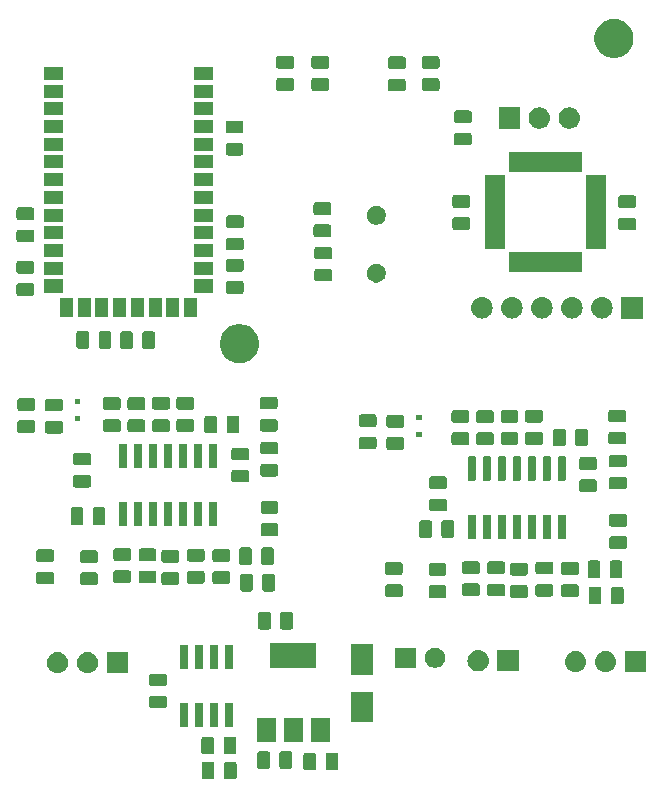
<source format=gbr>
G04 #@! TF.GenerationSoftware,KiCad,Pcbnew,(5.1.4)-1*
G04 #@! TF.CreationDate,2020-11-30T14:55:24+01:00*
G04 #@! TF.ProjectId,emg,656d672e-6b69-4636-9164-5f7063625858,rev?*
G04 #@! TF.SameCoordinates,Original*
G04 #@! TF.FileFunction,Soldermask,Top*
G04 #@! TF.FilePolarity,Negative*
%FSLAX46Y46*%
G04 Gerber Fmt 4.6, Leading zero omitted, Abs format (unit mm)*
G04 Created by KiCad (PCBNEW (5.1.4)-1) date 2020-11-30 14:55:24*
%MOMM*%
%LPD*%
G04 APERTURE LIST*
%ADD10C,0.100000*%
G04 APERTURE END LIST*
D10*
G36*
X76569668Y-152491765D02*
G01*
X76608338Y-152503496D01*
X76643977Y-152522546D01*
X76675217Y-152548183D01*
X76700854Y-152579423D01*
X76719904Y-152615062D01*
X76731635Y-152653732D01*
X76736200Y-152700088D01*
X76736200Y-153776312D01*
X76731635Y-153822668D01*
X76719904Y-153861338D01*
X76700854Y-153896977D01*
X76675217Y-153928217D01*
X76643977Y-153953854D01*
X76608338Y-153972904D01*
X76569668Y-153984635D01*
X76523312Y-153989200D01*
X75872088Y-153989200D01*
X75825732Y-153984635D01*
X75787062Y-153972904D01*
X75751423Y-153953854D01*
X75720183Y-153928217D01*
X75694546Y-153896977D01*
X75675496Y-153861338D01*
X75663765Y-153822668D01*
X75659200Y-153776312D01*
X75659200Y-152700088D01*
X75663765Y-152653732D01*
X75675496Y-152615062D01*
X75694546Y-152579423D01*
X75720183Y-152548183D01*
X75751423Y-152522546D01*
X75787062Y-152503496D01*
X75825732Y-152491765D01*
X75872088Y-152487200D01*
X76523312Y-152487200D01*
X76569668Y-152491765D01*
X76569668Y-152491765D01*
G37*
G36*
X74694668Y-152491765D02*
G01*
X74733338Y-152503496D01*
X74768977Y-152522546D01*
X74800217Y-152548183D01*
X74825854Y-152579423D01*
X74844904Y-152615062D01*
X74856635Y-152653732D01*
X74861200Y-152700088D01*
X74861200Y-153776312D01*
X74856635Y-153822668D01*
X74844904Y-153861338D01*
X74825854Y-153896977D01*
X74800217Y-153928217D01*
X74768977Y-153953854D01*
X74733338Y-153972904D01*
X74694668Y-153984635D01*
X74648312Y-153989200D01*
X73997088Y-153989200D01*
X73950732Y-153984635D01*
X73912062Y-153972904D01*
X73876423Y-153953854D01*
X73845183Y-153928217D01*
X73819546Y-153896977D01*
X73800496Y-153861338D01*
X73788765Y-153822668D01*
X73784200Y-153776312D01*
X73784200Y-152700088D01*
X73788765Y-152653732D01*
X73800496Y-152615062D01*
X73819546Y-152579423D01*
X73845183Y-152548183D01*
X73876423Y-152522546D01*
X73912062Y-152503496D01*
X73950732Y-152491765D01*
X73997088Y-152487200D01*
X74648312Y-152487200D01*
X74694668Y-152491765D01*
X74694668Y-152491765D01*
G37*
G36*
X83305268Y-151729765D02*
G01*
X83343938Y-151741496D01*
X83379577Y-151760546D01*
X83410817Y-151786183D01*
X83436454Y-151817423D01*
X83455504Y-151853062D01*
X83467235Y-151891732D01*
X83471800Y-151938088D01*
X83471800Y-153014312D01*
X83467235Y-153060668D01*
X83455504Y-153099338D01*
X83436454Y-153134977D01*
X83410817Y-153166217D01*
X83379577Y-153191854D01*
X83343938Y-153210904D01*
X83305268Y-153222635D01*
X83258912Y-153227200D01*
X82607688Y-153227200D01*
X82561332Y-153222635D01*
X82522662Y-153210904D01*
X82487023Y-153191854D01*
X82455783Y-153166217D01*
X82430146Y-153134977D01*
X82411096Y-153099338D01*
X82399365Y-153060668D01*
X82394800Y-153014312D01*
X82394800Y-151938088D01*
X82399365Y-151891732D01*
X82411096Y-151853062D01*
X82430146Y-151817423D01*
X82455783Y-151786183D01*
X82487023Y-151760546D01*
X82522662Y-151741496D01*
X82561332Y-151729765D01*
X82607688Y-151725200D01*
X83258912Y-151725200D01*
X83305268Y-151729765D01*
X83305268Y-151729765D01*
G37*
G36*
X85180268Y-151729765D02*
G01*
X85218938Y-151741496D01*
X85254577Y-151760546D01*
X85285817Y-151786183D01*
X85311454Y-151817423D01*
X85330504Y-151853062D01*
X85342235Y-151891732D01*
X85346800Y-151938088D01*
X85346800Y-153014312D01*
X85342235Y-153060668D01*
X85330504Y-153099338D01*
X85311454Y-153134977D01*
X85285817Y-153166217D01*
X85254577Y-153191854D01*
X85218938Y-153210904D01*
X85180268Y-153222635D01*
X85133912Y-153227200D01*
X84482688Y-153227200D01*
X84436332Y-153222635D01*
X84397662Y-153210904D01*
X84362023Y-153191854D01*
X84330783Y-153166217D01*
X84305146Y-153134977D01*
X84286096Y-153099338D01*
X84274365Y-153060668D01*
X84269800Y-153014312D01*
X84269800Y-151938088D01*
X84274365Y-151891732D01*
X84286096Y-151853062D01*
X84305146Y-151817423D01*
X84330783Y-151786183D01*
X84362023Y-151760546D01*
X84397662Y-151741496D01*
X84436332Y-151729765D01*
X84482688Y-151725200D01*
X85133912Y-151725200D01*
X85180268Y-151729765D01*
X85180268Y-151729765D01*
G37*
G36*
X81266368Y-151602765D02*
G01*
X81305038Y-151614496D01*
X81340677Y-151633546D01*
X81371917Y-151659183D01*
X81397554Y-151690423D01*
X81416604Y-151726062D01*
X81428335Y-151764732D01*
X81432900Y-151811088D01*
X81432900Y-152887312D01*
X81428335Y-152933668D01*
X81416604Y-152972338D01*
X81397554Y-153007977D01*
X81371917Y-153039217D01*
X81340677Y-153064854D01*
X81305038Y-153083904D01*
X81266368Y-153095635D01*
X81220012Y-153100200D01*
X80568788Y-153100200D01*
X80522432Y-153095635D01*
X80483762Y-153083904D01*
X80448123Y-153064854D01*
X80416883Y-153039217D01*
X80391246Y-153007977D01*
X80372196Y-152972338D01*
X80360465Y-152933668D01*
X80355900Y-152887312D01*
X80355900Y-151811088D01*
X80360465Y-151764732D01*
X80372196Y-151726062D01*
X80391246Y-151690423D01*
X80416883Y-151659183D01*
X80448123Y-151633546D01*
X80483762Y-151614496D01*
X80522432Y-151602765D01*
X80568788Y-151598200D01*
X81220012Y-151598200D01*
X81266368Y-151602765D01*
X81266368Y-151602765D01*
G37*
G36*
X79391368Y-151602765D02*
G01*
X79430038Y-151614496D01*
X79465677Y-151633546D01*
X79496917Y-151659183D01*
X79522554Y-151690423D01*
X79541604Y-151726062D01*
X79553335Y-151764732D01*
X79557900Y-151811088D01*
X79557900Y-152887312D01*
X79553335Y-152933668D01*
X79541604Y-152972338D01*
X79522554Y-153007977D01*
X79496917Y-153039217D01*
X79465677Y-153064854D01*
X79430038Y-153083904D01*
X79391368Y-153095635D01*
X79345012Y-153100200D01*
X78693788Y-153100200D01*
X78647432Y-153095635D01*
X78608762Y-153083904D01*
X78573123Y-153064854D01*
X78541883Y-153039217D01*
X78516246Y-153007977D01*
X78497196Y-152972338D01*
X78485465Y-152933668D01*
X78480900Y-152887312D01*
X78480900Y-151811088D01*
X78485465Y-151764732D01*
X78497196Y-151726062D01*
X78516246Y-151690423D01*
X78541883Y-151659183D01*
X78573123Y-151633546D01*
X78608762Y-151614496D01*
X78647432Y-151602765D01*
X78693788Y-151598200D01*
X79345012Y-151598200D01*
X79391368Y-151602765D01*
X79391368Y-151602765D01*
G37*
G36*
X76544268Y-150383565D02*
G01*
X76582938Y-150395296D01*
X76618577Y-150414346D01*
X76649817Y-150439983D01*
X76675454Y-150471223D01*
X76694504Y-150506862D01*
X76706235Y-150545532D01*
X76710800Y-150591888D01*
X76710800Y-151668112D01*
X76706235Y-151714468D01*
X76694504Y-151753138D01*
X76675454Y-151788777D01*
X76649817Y-151820017D01*
X76618577Y-151845654D01*
X76582938Y-151864704D01*
X76544268Y-151876435D01*
X76497912Y-151881000D01*
X75846688Y-151881000D01*
X75800332Y-151876435D01*
X75761662Y-151864704D01*
X75726023Y-151845654D01*
X75694783Y-151820017D01*
X75669146Y-151788777D01*
X75650096Y-151753138D01*
X75638365Y-151714468D01*
X75633800Y-151668112D01*
X75633800Y-150591888D01*
X75638365Y-150545532D01*
X75650096Y-150506862D01*
X75669146Y-150471223D01*
X75694783Y-150439983D01*
X75726023Y-150414346D01*
X75761662Y-150395296D01*
X75800332Y-150383565D01*
X75846688Y-150379000D01*
X76497912Y-150379000D01*
X76544268Y-150383565D01*
X76544268Y-150383565D01*
G37*
G36*
X74669268Y-150383565D02*
G01*
X74707938Y-150395296D01*
X74743577Y-150414346D01*
X74774817Y-150439983D01*
X74800454Y-150471223D01*
X74819504Y-150506862D01*
X74831235Y-150545532D01*
X74835800Y-150591888D01*
X74835800Y-151668112D01*
X74831235Y-151714468D01*
X74819504Y-151753138D01*
X74800454Y-151788777D01*
X74774817Y-151820017D01*
X74743577Y-151845654D01*
X74707938Y-151864704D01*
X74669268Y-151876435D01*
X74622912Y-151881000D01*
X73971688Y-151881000D01*
X73925332Y-151876435D01*
X73886662Y-151864704D01*
X73851023Y-151845654D01*
X73819783Y-151820017D01*
X73794146Y-151788777D01*
X73775096Y-151753138D01*
X73763365Y-151714468D01*
X73758800Y-151668112D01*
X73758800Y-150591888D01*
X73763365Y-150545532D01*
X73775096Y-150506862D01*
X73794146Y-150471223D01*
X73819783Y-150439983D01*
X73851023Y-150414346D01*
X73886662Y-150395296D01*
X73925332Y-150383565D01*
X73971688Y-150379000D01*
X74622912Y-150379000D01*
X74669268Y-150383565D01*
X74669268Y-150383565D01*
G37*
G36*
X80035000Y-150860600D02*
G01*
X78433000Y-150860600D01*
X78433000Y-148758600D01*
X80035000Y-148758600D01*
X80035000Y-150860600D01*
X80035000Y-150860600D01*
G37*
G36*
X82335000Y-150860600D02*
G01*
X80733000Y-150860600D01*
X80733000Y-148758600D01*
X82335000Y-148758600D01*
X82335000Y-150860600D01*
X82335000Y-150860600D01*
G37*
G36*
X84635000Y-150860600D02*
G01*
X83033000Y-150860600D01*
X83033000Y-148758600D01*
X84635000Y-148758600D01*
X84635000Y-150860600D01*
X84635000Y-150860600D01*
G37*
G36*
X75088328Y-147527164D02*
G01*
X75109409Y-147533560D01*
X75128845Y-147543948D01*
X75145876Y-147557924D01*
X75159852Y-147574955D01*
X75170240Y-147594391D01*
X75176636Y-147615472D01*
X75179400Y-147643540D01*
X75179400Y-149457260D01*
X75176636Y-149485328D01*
X75170240Y-149506409D01*
X75159852Y-149525845D01*
X75145876Y-149542876D01*
X75128845Y-149556852D01*
X75109409Y-149567240D01*
X75088328Y-149573636D01*
X75060260Y-149576400D01*
X74596540Y-149576400D01*
X74568472Y-149573636D01*
X74547391Y-149567240D01*
X74527955Y-149556852D01*
X74510924Y-149542876D01*
X74496948Y-149525845D01*
X74486560Y-149506409D01*
X74480164Y-149485328D01*
X74477400Y-149457260D01*
X74477400Y-147643540D01*
X74480164Y-147615472D01*
X74486560Y-147594391D01*
X74496948Y-147574955D01*
X74510924Y-147557924D01*
X74527955Y-147543948D01*
X74547391Y-147533560D01*
X74568472Y-147527164D01*
X74596540Y-147524400D01*
X75060260Y-147524400D01*
X75088328Y-147527164D01*
X75088328Y-147527164D01*
G37*
G36*
X73818328Y-147527164D02*
G01*
X73839409Y-147533560D01*
X73858845Y-147543948D01*
X73875876Y-147557924D01*
X73889852Y-147574955D01*
X73900240Y-147594391D01*
X73906636Y-147615472D01*
X73909400Y-147643540D01*
X73909400Y-149457260D01*
X73906636Y-149485328D01*
X73900240Y-149506409D01*
X73889852Y-149525845D01*
X73875876Y-149542876D01*
X73858845Y-149556852D01*
X73839409Y-149567240D01*
X73818328Y-149573636D01*
X73790260Y-149576400D01*
X73326540Y-149576400D01*
X73298472Y-149573636D01*
X73277391Y-149567240D01*
X73257955Y-149556852D01*
X73240924Y-149542876D01*
X73226948Y-149525845D01*
X73216560Y-149506409D01*
X73210164Y-149485328D01*
X73207400Y-149457260D01*
X73207400Y-147643540D01*
X73210164Y-147615472D01*
X73216560Y-147594391D01*
X73226948Y-147574955D01*
X73240924Y-147557924D01*
X73257955Y-147543948D01*
X73277391Y-147533560D01*
X73298472Y-147527164D01*
X73326540Y-147524400D01*
X73790260Y-147524400D01*
X73818328Y-147527164D01*
X73818328Y-147527164D01*
G37*
G36*
X72548328Y-147527164D02*
G01*
X72569409Y-147533560D01*
X72588845Y-147543948D01*
X72605876Y-147557924D01*
X72619852Y-147574955D01*
X72630240Y-147594391D01*
X72636636Y-147615472D01*
X72639400Y-147643540D01*
X72639400Y-149457260D01*
X72636636Y-149485328D01*
X72630240Y-149506409D01*
X72619852Y-149525845D01*
X72605876Y-149542876D01*
X72588845Y-149556852D01*
X72569409Y-149567240D01*
X72548328Y-149573636D01*
X72520260Y-149576400D01*
X72056540Y-149576400D01*
X72028472Y-149573636D01*
X72007391Y-149567240D01*
X71987955Y-149556852D01*
X71970924Y-149542876D01*
X71956948Y-149525845D01*
X71946560Y-149506409D01*
X71940164Y-149485328D01*
X71937400Y-149457260D01*
X71937400Y-147643540D01*
X71940164Y-147615472D01*
X71946560Y-147594391D01*
X71956948Y-147574955D01*
X71970924Y-147557924D01*
X71987955Y-147543948D01*
X72007391Y-147533560D01*
X72028472Y-147527164D01*
X72056540Y-147524400D01*
X72520260Y-147524400D01*
X72548328Y-147527164D01*
X72548328Y-147527164D01*
G37*
G36*
X76358328Y-147527164D02*
G01*
X76379409Y-147533560D01*
X76398845Y-147543948D01*
X76415876Y-147557924D01*
X76429852Y-147574955D01*
X76440240Y-147594391D01*
X76446636Y-147615472D01*
X76449400Y-147643540D01*
X76449400Y-149457260D01*
X76446636Y-149485328D01*
X76440240Y-149506409D01*
X76429852Y-149525845D01*
X76415876Y-149542876D01*
X76398845Y-149556852D01*
X76379409Y-149567240D01*
X76358328Y-149573636D01*
X76330260Y-149576400D01*
X75866540Y-149576400D01*
X75838472Y-149573636D01*
X75817391Y-149567240D01*
X75797955Y-149556852D01*
X75780924Y-149542876D01*
X75766948Y-149525845D01*
X75756560Y-149506409D01*
X75750164Y-149485328D01*
X75747400Y-149457260D01*
X75747400Y-147643540D01*
X75750164Y-147615472D01*
X75756560Y-147594391D01*
X75766948Y-147574955D01*
X75780924Y-147557924D01*
X75797955Y-147543948D01*
X75817391Y-147533560D01*
X75838472Y-147527164D01*
X75866540Y-147524400D01*
X76330260Y-147524400D01*
X76358328Y-147527164D01*
X76358328Y-147527164D01*
G37*
G36*
X88327000Y-149154400D02*
G01*
X86425000Y-149154400D01*
X86425000Y-146552400D01*
X88327000Y-146552400D01*
X88327000Y-149154400D01*
X88327000Y-149154400D01*
G37*
G36*
X70663068Y-146913065D02*
G01*
X70701738Y-146924796D01*
X70737377Y-146943846D01*
X70768617Y-146969483D01*
X70794254Y-147000723D01*
X70813304Y-147036362D01*
X70825035Y-147075032D01*
X70829600Y-147121388D01*
X70829600Y-147772612D01*
X70825035Y-147818968D01*
X70813304Y-147857638D01*
X70794254Y-147893277D01*
X70768617Y-147924517D01*
X70737377Y-147950154D01*
X70701738Y-147969204D01*
X70663068Y-147980935D01*
X70616712Y-147985500D01*
X69540488Y-147985500D01*
X69494132Y-147980935D01*
X69455462Y-147969204D01*
X69419823Y-147950154D01*
X69388583Y-147924517D01*
X69362946Y-147893277D01*
X69343896Y-147857638D01*
X69332165Y-147818968D01*
X69327600Y-147772612D01*
X69327600Y-147121388D01*
X69332165Y-147075032D01*
X69343896Y-147036362D01*
X69362946Y-147000723D01*
X69388583Y-146969483D01*
X69419823Y-146943846D01*
X69455462Y-146924796D01*
X69494132Y-146913065D01*
X69540488Y-146908500D01*
X70616712Y-146908500D01*
X70663068Y-146913065D01*
X70663068Y-146913065D01*
G37*
G36*
X70663068Y-145038065D02*
G01*
X70701738Y-145049796D01*
X70737377Y-145068846D01*
X70768617Y-145094483D01*
X70794254Y-145125723D01*
X70813304Y-145161362D01*
X70825035Y-145200032D01*
X70829600Y-145246388D01*
X70829600Y-145897612D01*
X70825035Y-145943968D01*
X70813304Y-145982638D01*
X70794254Y-146018277D01*
X70768617Y-146049517D01*
X70737377Y-146075154D01*
X70701738Y-146094204D01*
X70663068Y-146105935D01*
X70616712Y-146110500D01*
X69540488Y-146110500D01*
X69494132Y-146105935D01*
X69455462Y-146094204D01*
X69419823Y-146075154D01*
X69388583Y-146049517D01*
X69362946Y-146018277D01*
X69343896Y-145982638D01*
X69332165Y-145943968D01*
X69327600Y-145897612D01*
X69327600Y-145246388D01*
X69332165Y-145200032D01*
X69343896Y-145161362D01*
X69362946Y-145125723D01*
X69388583Y-145094483D01*
X69419823Y-145068846D01*
X69455462Y-145049796D01*
X69494132Y-145038065D01*
X69540488Y-145033500D01*
X70616712Y-145033500D01*
X70663068Y-145038065D01*
X70663068Y-145038065D01*
G37*
G36*
X88327000Y-145154400D02*
G01*
X86425000Y-145154400D01*
X86425000Y-142552400D01*
X88327000Y-142552400D01*
X88327000Y-145154400D01*
X88327000Y-145154400D01*
G37*
G36*
X61680043Y-143199719D02*
G01*
X61746227Y-143206237D01*
X61916066Y-143257757D01*
X62072591Y-143341422D01*
X62108329Y-143370752D01*
X62209786Y-143454014D01*
X62293048Y-143555471D01*
X62322378Y-143591209D01*
X62406043Y-143747734D01*
X62457563Y-143917573D01*
X62474959Y-144094200D01*
X62457563Y-144270827D01*
X62429157Y-144364468D01*
X62406042Y-144440668D01*
X62364674Y-144518061D01*
X62322378Y-144597191D01*
X62314449Y-144606852D01*
X62209786Y-144734386D01*
X62108329Y-144817648D01*
X62072591Y-144846978D01*
X61916066Y-144930643D01*
X61746227Y-144982163D01*
X61680043Y-144988681D01*
X61613860Y-144995200D01*
X61525340Y-144995200D01*
X61459157Y-144988681D01*
X61392973Y-144982163D01*
X61223134Y-144930643D01*
X61066609Y-144846978D01*
X61030871Y-144817648D01*
X60929414Y-144734386D01*
X60824751Y-144606852D01*
X60816822Y-144597191D01*
X60774526Y-144518061D01*
X60733158Y-144440668D01*
X60710043Y-144364468D01*
X60681637Y-144270827D01*
X60664241Y-144094200D01*
X60681637Y-143917573D01*
X60733157Y-143747734D01*
X60816822Y-143591209D01*
X60846152Y-143555471D01*
X60929414Y-143454014D01*
X61030871Y-143370752D01*
X61066609Y-143341422D01*
X61223134Y-143257757D01*
X61392973Y-143206237D01*
X61459157Y-143199719D01*
X61525340Y-143193200D01*
X61613860Y-143193200D01*
X61680043Y-143199719D01*
X61680043Y-143199719D01*
G37*
G36*
X67550600Y-144995200D02*
G01*
X65748600Y-144995200D01*
X65748600Y-143193200D01*
X67550600Y-143193200D01*
X67550600Y-144995200D01*
X67550600Y-144995200D01*
G37*
G36*
X64220043Y-143199719D02*
G01*
X64286227Y-143206237D01*
X64456066Y-143257757D01*
X64612591Y-143341422D01*
X64648329Y-143370752D01*
X64749786Y-143454014D01*
X64833048Y-143555471D01*
X64862378Y-143591209D01*
X64946043Y-143747734D01*
X64997563Y-143917573D01*
X65014959Y-144094200D01*
X64997563Y-144270827D01*
X64969157Y-144364468D01*
X64946042Y-144440668D01*
X64904674Y-144518061D01*
X64862378Y-144597191D01*
X64854449Y-144606852D01*
X64749786Y-144734386D01*
X64648329Y-144817648D01*
X64612591Y-144846978D01*
X64456066Y-144930643D01*
X64286227Y-144982163D01*
X64220043Y-144988681D01*
X64153860Y-144995200D01*
X64065340Y-144995200D01*
X63999157Y-144988681D01*
X63932973Y-144982163D01*
X63763134Y-144930643D01*
X63606609Y-144846978D01*
X63570871Y-144817648D01*
X63469414Y-144734386D01*
X63364751Y-144606852D01*
X63356822Y-144597191D01*
X63314526Y-144518061D01*
X63273158Y-144440668D01*
X63250043Y-144364468D01*
X63221637Y-144270827D01*
X63204241Y-144094200D01*
X63221637Y-143917573D01*
X63273157Y-143747734D01*
X63356822Y-143591209D01*
X63386152Y-143555471D01*
X63469414Y-143454014D01*
X63570871Y-143370752D01*
X63606609Y-143341422D01*
X63763134Y-143257757D01*
X63932973Y-143206237D01*
X63999157Y-143199719D01*
X64065340Y-143193200D01*
X64153860Y-143193200D01*
X64220043Y-143199719D01*
X64220043Y-143199719D01*
G37*
G36*
X105545843Y-143123519D02*
G01*
X105612027Y-143130037D01*
X105781866Y-143181557D01*
X105938391Y-143265222D01*
X105962125Y-143284700D01*
X106075586Y-143377814D01*
X106158848Y-143479271D01*
X106188178Y-143515009D01*
X106188179Y-143515011D01*
X106235737Y-143603984D01*
X106271843Y-143671534D01*
X106323363Y-143841373D01*
X106340759Y-144018000D01*
X106323363Y-144194627D01*
X106271843Y-144364466D01*
X106188178Y-144520991D01*
X106173562Y-144538800D01*
X106075586Y-144658186D01*
X105974129Y-144741448D01*
X105938391Y-144770778D01*
X105781866Y-144854443D01*
X105612027Y-144905963D01*
X105545842Y-144912482D01*
X105479660Y-144919000D01*
X105391140Y-144919000D01*
X105324958Y-144912482D01*
X105258773Y-144905963D01*
X105088934Y-144854443D01*
X104932409Y-144770778D01*
X104896671Y-144741448D01*
X104795214Y-144658186D01*
X104697238Y-144538800D01*
X104682622Y-144520991D01*
X104598957Y-144364466D01*
X104547437Y-144194627D01*
X104530041Y-144018000D01*
X104547437Y-143841373D01*
X104598957Y-143671534D01*
X104635064Y-143603984D01*
X104682621Y-143515011D01*
X104682622Y-143515009D01*
X104711952Y-143479271D01*
X104795214Y-143377814D01*
X104908675Y-143284700D01*
X104932409Y-143265222D01*
X105088934Y-143181557D01*
X105258773Y-143130037D01*
X105324957Y-143123519D01*
X105391140Y-143117000D01*
X105479660Y-143117000D01*
X105545843Y-143123519D01*
X105545843Y-143123519D01*
G37*
G36*
X108085843Y-143123519D02*
G01*
X108152027Y-143130037D01*
X108321866Y-143181557D01*
X108478391Y-143265222D01*
X108502125Y-143284700D01*
X108615586Y-143377814D01*
X108698848Y-143479271D01*
X108728178Y-143515009D01*
X108728179Y-143515011D01*
X108775737Y-143603984D01*
X108811843Y-143671534D01*
X108863363Y-143841373D01*
X108880759Y-144018000D01*
X108863363Y-144194627D01*
X108811843Y-144364466D01*
X108728178Y-144520991D01*
X108713562Y-144538800D01*
X108615586Y-144658186D01*
X108514129Y-144741448D01*
X108478391Y-144770778D01*
X108321866Y-144854443D01*
X108152027Y-144905963D01*
X108085842Y-144912482D01*
X108019660Y-144919000D01*
X107931140Y-144919000D01*
X107864958Y-144912482D01*
X107798773Y-144905963D01*
X107628934Y-144854443D01*
X107472409Y-144770778D01*
X107436671Y-144741448D01*
X107335214Y-144658186D01*
X107237238Y-144538800D01*
X107222622Y-144520991D01*
X107138957Y-144364466D01*
X107087437Y-144194627D01*
X107070041Y-144018000D01*
X107087437Y-143841373D01*
X107138957Y-143671534D01*
X107175064Y-143603984D01*
X107222621Y-143515011D01*
X107222622Y-143515009D01*
X107251952Y-143479271D01*
X107335214Y-143377814D01*
X107448675Y-143284700D01*
X107472409Y-143265222D01*
X107628934Y-143181557D01*
X107798773Y-143130037D01*
X107864957Y-143123519D01*
X107931140Y-143117000D01*
X108019660Y-143117000D01*
X108085843Y-143123519D01*
X108085843Y-143123519D01*
G37*
G36*
X111416400Y-144919000D02*
G01*
X109614400Y-144919000D01*
X109614400Y-143117000D01*
X111416400Y-143117000D01*
X111416400Y-144919000D01*
X111416400Y-144919000D01*
G37*
G36*
X97290842Y-143047318D02*
G01*
X97357027Y-143053837D01*
X97526866Y-143105357D01*
X97683391Y-143189022D01*
X97704367Y-143206237D01*
X97820586Y-143301614D01*
X97903848Y-143403071D01*
X97933178Y-143438809D01*
X98016843Y-143595334D01*
X98068363Y-143765173D01*
X98085759Y-143941800D01*
X98068363Y-144118427D01*
X98016843Y-144288266D01*
X97933178Y-144444791D01*
X97928164Y-144450900D01*
X97820586Y-144581986D01*
X97719129Y-144665248D01*
X97683391Y-144694578D01*
X97526866Y-144778243D01*
X97357027Y-144829763D01*
X97290842Y-144836282D01*
X97224660Y-144842800D01*
X97136140Y-144842800D01*
X97069958Y-144836282D01*
X97003773Y-144829763D01*
X96833934Y-144778243D01*
X96677409Y-144694578D01*
X96641671Y-144665248D01*
X96540214Y-144581986D01*
X96432636Y-144450900D01*
X96427622Y-144444791D01*
X96343957Y-144288266D01*
X96292437Y-144118427D01*
X96275041Y-143941800D01*
X96292437Y-143765173D01*
X96343957Y-143595334D01*
X96427622Y-143438809D01*
X96456952Y-143403071D01*
X96540214Y-143301614D01*
X96656433Y-143206237D01*
X96677409Y-143189022D01*
X96833934Y-143105357D01*
X97003773Y-143053837D01*
X97069958Y-143047318D01*
X97136140Y-143040800D01*
X97224660Y-143040800D01*
X97290842Y-143047318D01*
X97290842Y-143047318D01*
G37*
G36*
X100621400Y-144842800D02*
G01*
X98819400Y-144842800D01*
X98819400Y-143040800D01*
X100621400Y-143040800D01*
X100621400Y-144842800D01*
X100621400Y-144842800D01*
G37*
G36*
X75088328Y-142577164D02*
G01*
X75109409Y-142583560D01*
X75128845Y-142593948D01*
X75145876Y-142607924D01*
X75159852Y-142624955D01*
X75170240Y-142644391D01*
X75176636Y-142665472D01*
X75179400Y-142693540D01*
X75179400Y-144507260D01*
X75176636Y-144535328D01*
X75170240Y-144556409D01*
X75159852Y-144575845D01*
X75145876Y-144592876D01*
X75128845Y-144606852D01*
X75109409Y-144617240D01*
X75088328Y-144623636D01*
X75060260Y-144626400D01*
X74596540Y-144626400D01*
X74568472Y-144623636D01*
X74547391Y-144617240D01*
X74527955Y-144606852D01*
X74510924Y-144592876D01*
X74496948Y-144575845D01*
X74486560Y-144556409D01*
X74480164Y-144535328D01*
X74477400Y-144507260D01*
X74477400Y-142693540D01*
X74480164Y-142665472D01*
X74486560Y-142644391D01*
X74496948Y-142624955D01*
X74510924Y-142607924D01*
X74527955Y-142593948D01*
X74547391Y-142583560D01*
X74568472Y-142577164D01*
X74596540Y-142574400D01*
X75060260Y-142574400D01*
X75088328Y-142577164D01*
X75088328Y-142577164D01*
G37*
G36*
X76358328Y-142577164D02*
G01*
X76379409Y-142583560D01*
X76398845Y-142593948D01*
X76415876Y-142607924D01*
X76429852Y-142624955D01*
X76440240Y-142644391D01*
X76446636Y-142665472D01*
X76449400Y-142693540D01*
X76449400Y-144507260D01*
X76446636Y-144535328D01*
X76440240Y-144556409D01*
X76429852Y-144575845D01*
X76415876Y-144592876D01*
X76398845Y-144606852D01*
X76379409Y-144617240D01*
X76358328Y-144623636D01*
X76330260Y-144626400D01*
X75866540Y-144626400D01*
X75838472Y-144623636D01*
X75817391Y-144617240D01*
X75797955Y-144606852D01*
X75780924Y-144592876D01*
X75766948Y-144575845D01*
X75756560Y-144556409D01*
X75750164Y-144535328D01*
X75747400Y-144507260D01*
X75747400Y-142693540D01*
X75750164Y-142665472D01*
X75756560Y-142644391D01*
X75766948Y-142624955D01*
X75780924Y-142607924D01*
X75797955Y-142593948D01*
X75817391Y-142583560D01*
X75838472Y-142577164D01*
X75866540Y-142574400D01*
X76330260Y-142574400D01*
X76358328Y-142577164D01*
X76358328Y-142577164D01*
G37*
G36*
X73818328Y-142577164D02*
G01*
X73839409Y-142583560D01*
X73858845Y-142593948D01*
X73875876Y-142607924D01*
X73889852Y-142624955D01*
X73900240Y-142644391D01*
X73906636Y-142665472D01*
X73909400Y-142693540D01*
X73909400Y-144507260D01*
X73906636Y-144535328D01*
X73900240Y-144556409D01*
X73889852Y-144575845D01*
X73875876Y-144592876D01*
X73858845Y-144606852D01*
X73839409Y-144617240D01*
X73818328Y-144623636D01*
X73790260Y-144626400D01*
X73326540Y-144626400D01*
X73298472Y-144623636D01*
X73277391Y-144617240D01*
X73257955Y-144606852D01*
X73240924Y-144592876D01*
X73226948Y-144575845D01*
X73216560Y-144556409D01*
X73210164Y-144535328D01*
X73207400Y-144507260D01*
X73207400Y-142693540D01*
X73210164Y-142665472D01*
X73216560Y-142644391D01*
X73226948Y-142624955D01*
X73240924Y-142607924D01*
X73257955Y-142593948D01*
X73277391Y-142583560D01*
X73298472Y-142577164D01*
X73326540Y-142574400D01*
X73790260Y-142574400D01*
X73818328Y-142577164D01*
X73818328Y-142577164D01*
G37*
G36*
X72548328Y-142577164D02*
G01*
X72569409Y-142583560D01*
X72588845Y-142593948D01*
X72605876Y-142607924D01*
X72619852Y-142624955D01*
X72630240Y-142644391D01*
X72636636Y-142665472D01*
X72639400Y-142693540D01*
X72639400Y-144507260D01*
X72636636Y-144535328D01*
X72630240Y-144556409D01*
X72619852Y-144575845D01*
X72605876Y-144592876D01*
X72588845Y-144606852D01*
X72569409Y-144617240D01*
X72548328Y-144623636D01*
X72520260Y-144626400D01*
X72056540Y-144626400D01*
X72028472Y-144623636D01*
X72007391Y-144617240D01*
X71987955Y-144606852D01*
X71970924Y-144592876D01*
X71956948Y-144575845D01*
X71946560Y-144556409D01*
X71940164Y-144535328D01*
X71937400Y-144507260D01*
X71937400Y-142693540D01*
X71940164Y-142665472D01*
X71946560Y-142644391D01*
X71956948Y-142624955D01*
X71970924Y-142607924D01*
X71987955Y-142593948D01*
X72007391Y-142583560D01*
X72028472Y-142577164D01*
X72056540Y-142574400D01*
X72520260Y-142574400D01*
X72548328Y-142577164D01*
X72548328Y-142577164D01*
G37*
G36*
X83485000Y-144560600D02*
G01*
X79583000Y-144560600D01*
X79583000Y-142458600D01*
X83485000Y-142458600D01*
X83485000Y-144560600D01*
X83485000Y-144560600D01*
G37*
G36*
X93781828Y-142869503D02*
G01*
X93936700Y-142933653D01*
X94076081Y-143026785D01*
X94194615Y-143145319D01*
X94287747Y-143284700D01*
X94351897Y-143439572D01*
X94384600Y-143603984D01*
X94384600Y-143771616D01*
X94351897Y-143936028D01*
X94287747Y-144090900D01*
X94194615Y-144230281D01*
X94076081Y-144348815D01*
X93936700Y-144441947D01*
X93781828Y-144506097D01*
X93617416Y-144538800D01*
X93449784Y-144538800D01*
X93285372Y-144506097D01*
X93130500Y-144441947D01*
X92991119Y-144348815D01*
X92872585Y-144230281D01*
X92779453Y-144090900D01*
X92715303Y-143936028D01*
X92682600Y-143771616D01*
X92682600Y-143603984D01*
X92715303Y-143439572D01*
X92779453Y-143284700D01*
X92872585Y-143145319D01*
X92991119Y-143026785D01*
X93130500Y-142933653D01*
X93285372Y-142869503D01*
X93449784Y-142836800D01*
X93617416Y-142836800D01*
X93781828Y-142869503D01*
X93781828Y-142869503D01*
G37*
G36*
X91884600Y-144538800D02*
G01*
X90182600Y-144538800D01*
X90182600Y-142836800D01*
X91884600Y-142836800D01*
X91884600Y-144538800D01*
X91884600Y-144538800D01*
G37*
G36*
X81342568Y-139817165D02*
G01*
X81381238Y-139828896D01*
X81416877Y-139847946D01*
X81448117Y-139873583D01*
X81473754Y-139904823D01*
X81492804Y-139940462D01*
X81504535Y-139979132D01*
X81509100Y-140025488D01*
X81509100Y-141101712D01*
X81504535Y-141148068D01*
X81492804Y-141186738D01*
X81473754Y-141222377D01*
X81448117Y-141253617D01*
X81416877Y-141279254D01*
X81381238Y-141298304D01*
X81342568Y-141310035D01*
X81296212Y-141314600D01*
X80644988Y-141314600D01*
X80598632Y-141310035D01*
X80559962Y-141298304D01*
X80524323Y-141279254D01*
X80493083Y-141253617D01*
X80467446Y-141222377D01*
X80448396Y-141186738D01*
X80436665Y-141148068D01*
X80432100Y-141101712D01*
X80432100Y-140025488D01*
X80436665Y-139979132D01*
X80448396Y-139940462D01*
X80467446Y-139904823D01*
X80493083Y-139873583D01*
X80524323Y-139847946D01*
X80559962Y-139828896D01*
X80598632Y-139817165D01*
X80644988Y-139812600D01*
X81296212Y-139812600D01*
X81342568Y-139817165D01*
X81342568Y-139817165D01*
G37*
G36*
X79467568Y-139817165D02*
G01*
X79506238Y-139828896D01*
X79541877Y-139847946D01*
X79573117Y-139873583D01*
X79598754Y-139904823D01*
X79617804Y-139940462D01*
X79629535Y-139979132D01*
X79634100Y-140025488D01*
X79634100Y-141101712D01*
X79629535Y-141148068D01*
X79617804Y-141186738D01*
X79598754Y-141222377D01*
X79573117Y-141253617D01*
X79541877Y-141279254D01*
X79506238Y-141298304D01*
X79467568Y-141310035D01*
X79421212Y-141314600D01*
X78769988Y-141314600D01*
X78723632Y-141310035D01*
X78684962Y-141298304D01*
X78649323Y-141279254D01*
X78618083Y-141253617D01*
X78592446Y-141222377D01*
X78573396Y-141186738D01*
X78561665Y-141148068D01*
X78557100Y-141101712D01*
X78557100Y-140025488D01*
X78561665Y-139979132D01*
X78573396Y-139940462D01*
X78592446Y-139904823D01*
X78618083Y-139873583D01*
X78649323Y-139847946D01*
X78684962Y-139828896D01*
X78723632Y-139817165D01*
X78769988Y-139812600D01*
X79421212Y-139812600D01*
X79467568Y-139817165D01*
X79467568Y-139817165D01*
G37*
G36*
X109333368Y-137683565D02*
G01*
X109372038Y-137695296D01*
X109407677Y-137714346D01*
X109438917Y-137739983D01*
X109464554Y-137771223D01*
X109483604Y-137806862D01*
X109495335Y-137845532D01*
X109499900Y-137891888D01*
X109499900Y-138968112D01*
X109495335Y-139014468D01*
X109483604Y-139053138D01*
X109464554Y-139088777D01*
X109438917Y-139120017D01*
X109407677Y-139145654D01*
X109372038Y-139164704D01*
X109333368Y-139176435D01*
X109287012Y-139181000D01*
X108635788Y-139181000D01*
X108589432Y-139176435D01*
X108550762Y-139164704D01*
X108515123Y-139145654D01*
X108483883Y-139120017D01*
X108458246Y-139088777D01*
X108439196Y-139053138D01*
X108427465Y-139014468D01*
X108422900Y-138968112D01*
X108422900Y-137891888D01*
X108427465Y-137845532D01*
X108439196Y-137806862D01*
X108458246Y-137771223D01*
X108483883Y-137739983D01*
X108515123Y-137714346D01*
X108550762Y-137695296D01*
X108589432Y-137683565D01*
X108635788Y-137679000D01*
X109287012Y-137679000D01*
X109333368Y-137683565D01*
X109333368Y-137683565D01*
G37*
G36*
X107458368Y-137683565D02*
G01*
X107497038Y-137695296D01*
X107532677Y-137714346D01*
X107563917Y-137739983D01*
X107589554Y-137771223D01*
X107608604Y-137806862D01*
X107620335Y-137845532D01*
X107624900Y-137891888D01*
X107624900Y-138968112D01*
X107620335Y-139014468D01*
X107608604Y-139053138D01*
X107589554Y-139088777D01*
X107563917Y-139120017D01*
X107532677Y-139145654D01*
X107497038Y-139164704D01*
X107458368Y-139176435D01*
X107412012Y-139181000D01*
X106760788Y-139181000D01*
X106714432Y-139176435D01*
X106675762Y-139164704D01*
X106640123Y-139145654D01*
X106608883Y-139120017D01*
X106583246Y-139088777D01*
X106564196Y-139053138D01*
X106552465Y-139014468D01*
X106547900Y-138968112D01*
X106547900Y-137891888D01*
X106552465Y-137845532D01*
X106564196Y-137806862D01*
X106583246Y-137771223D01*
X106608883Y-137739983D01*
X106640123Y-137714346D01*
X106675762Y-137695296D01*
X106714432Y-137683565D01*
X106760788Y-137679000D01*
X107412012Y-137679000D01*
X107458368Y-137683565D01*
X107458368Y-137683565D01*
G37*
G36*
X94335868Y-137563565D02*
G01*
X94374538Y-137575296D01*
X94410177Y-137594346D01*
X94441417Y-137619983D01*
X94467054Y-137651223D01*
X94486104Y-137686862D01*
X94497835Y-137725532D01*
X94502400Y-137771888D01*
X94502400Y-138423112D01*
X94497835Y-138469468D01*
X94486104Y-138508138D01*
X94467054Y-138543777D01*
X94441417Y-138575017D01*
X94410177Y-138600654D01*
X94374538Y-138619704D01*
X94335868Y-138631435D01*
X94289512Y-138636000D01*
X93213288Y-138636000D01*
X93166932Y-138631435D01*
X93128262Y-138619704D01*
X93092623Y-138600654D01*
X93061383Y-138575017D01*
X93035746Y-138543777D01*
X93016696Y-138508138D01*
X93004965Y-138469468D01*
X93000400Y-138423112D01*
X93000400Y-137771888D01*
X93004965Y-137725532D01*
X93016696Y-137686862D01*
X93035746Y-137651223D01*
X93061383Y-137619983D01*
X93092623Y-137594346D01*
X93128262Y-137575296D01*
X93166932Y-137563565D01*
X93213288Y-137559000D01*
X94289512Y-137559000D01*
X94335868Y-137563565D01*
X94335868Y-137563565D01*
G37*
G36*
X101219268Y-137538165D02*
G01*
X101257938Y-137549896D01*
X101293577Y-137568946D01*
X101324817Y-137594583D01*
X101350454Y-137625823D01*
X101369504Y-137661462D01*
X101381235Y-137700132D01*
X101385800Y-137746488D01*
X101385800Y-138397712D01*
X101381235Y-138444068D01*
X101369504Y-138482738D01*
X101350454Y-138518377D01*
X101324817Y-138549617D01*
X101293577Y-138575254D01*
X101257938Y-138594304D01*
X101219268Y-138606035D01*
X101172912Y-138610600D01*
X100096688Y-138610600D01*
X100050332Y-138606035D01*
X100011662Y-138594304D01*
X99976023Y-138575254D01*
X99944783Y-138549617D01*
X99919146Y-138518377D01*
X99900096Y-138482738D01*
X99888365Y-138444068D01*
X99883800Y-138397712D01*
X99883800Y-137746488D01*
X99888365Y-137700132D01*
X99900096Y-137661462D01*
X99919146Y-137625823D01*
X99944783Y-137594583D01*
X99976023Y-137568946D01*
X100011662Y-137549896D01*
X100050332Y-137538165D01*
X100096688Y-137533600D01*
X101172912Y-137533600D01*
X101219268Y-137538165D01*
X101219268Y-137538165D01*
G37*
G36*
X90627468Y-137489665D02*
G01*
X90666138Y-137501396D01*
X90701777Y-137520446D01*
X90733017Y-137546083D01*
X90758654Y-137577323D01*
X90777704Y-137612962D01*
X90789435Y-137651632D01*
X90794000Y-137697988D01*
X90794000Y-138349212D01*
X90789435Y-138395568D01*
X90777704Y-138434238D01*
X90758654Y-138469877D01*
X90733017Y-138501117D01*
X90701777Y-138526754D01*
X90666138Y-138545804D01*
X90627468Y-138557535D01*
X90581112Y-138562100D01*
X89504888Y-138562100D01*
X89458532Y-138557535D01*
X89419862Y-138545804D01*
X89384223Y-138526754D01*
X89352983Y-138501117D01*
X89327346Y-138469877D01*
X89308296Y-138434238D01*
X89296565Y-138395568D01*
X89292000Y-138349212D01*
X89292000Y-137697988D01*
X89296565Y-137651632D01*
X89308296Y-137612962D01*
X89327346Y-137577323D01*
X89352983Y-137546083D01*
X89384223Y-137520446D01*
X89419862Y-137501396D01*
X89458532Y-137489665D01*
X89504888Y-137485100D01*
X90581112Y-137485100D01*
X90627468Y-137489665D01*
X90627468Y-137489665D01*
G37*
G36*
X105537268Y-137464265D02*
G01*
X105575938Y-137475996D01*
X105611577Y-137495046D01*
X105642817Y-137520683D01*
X105668454Y-137551923D01*
X105687504Y-137587562D01*
X105699235Y-137626232D01*
X105703800Y-137672588D01*
X105703800Y-138323812D01*
X105699235Y-138370168D01*
X105687504Y-138408838D01*
X105668454Y-138444477D01*
X105642817Y-138475717D01*
X105611577Y-138501354D01*
X105575938Y-138520404D01*
X105537268Y-138532135D01*
X105490912Y-138536700D01*
X104414688Y-138536700D01*
X104368332Y-138532135D01*
X104329662Y-138520404D01*
X104294023Y-138501354D01*
X104262783Y-138475717D01*
X104237146Y-138444477D01*
X104218096Y-138408838D01*
X104206365Y-138370168D01*
X104201800Y-138323812D01*
X104201800Y-137672588D01*
X104206365Y-137626232D01*
X104218096Y-137587562D01*
X104237146Y-137551923D01*
X104262783Y-137520683D01*
X104294023Y-137495046D01*
X104329662Y-137475996D01*
X104368332Y-137464265D01*
X104414688Y-137459700D01*
X105490912Y-137459700D01*
X105537268Y-137464265D01*
X105537268Y-137464265D01*
G37*
G36*
X103378268Y-137438865D02*
G01*
X103416938Y-137450596D01*
X103452577Y-137469646D01*
X103483817Y-137495283D01*
X103509454Y-137526523D01*
X103528504Y-137562162D01*
X103540235Y-137600832D01*
X103544800Y-137647188D01*
X103544800Y-138298412D01*
X103540235Y-138344768D01*
X103528504Y-138383438D01*
X103509454Y-138419077D01*
X103483817Y-138450317D01*
X103452577Y-138475954D01*
X103416938Y-138495004D01*
X103378268Y-138506735D01*
X103331912Y-138511300D01*
X102255688Y-138511300D01*
X102209332Y-138506735D01*
X102170662Y-138495004D01*
X102135023Y-138475954D01*
X102103783Y-138450317D01*
X102078146Y-138419077D01*
X102059096Y-138383438D01*
X102047365Y-138344768D01*
X102042800Y-138298412D01*
X102042800Y-137647188D01*
X102047365Y-137600832D01*
X102059096Y-137562162D01*
X102078146Y-137526523D01*
X102103783Y-137495283D01*
X102135023Y-137469646D01*
X102170662Y-137450596D01*
X102209332Y-137438865D01*
X102255688Y-137434300D01*
X103331912Y-137434300D01*
X103378268Y-137438865D01*
X103378268Y-137438865D01*
G37*
G36*
X99288868Y-137411165D02*
G01*
X99327538Y-137422896D01*
X99363177Y-137441946D01*
X99394417Y-137467583D01*
X99420054Y-137498823D01*
X99439104Y-137534462D01*
X99450835Y-137573132D01*
X99455400Y-137619488D01*
X99455400Y-138270712D01*
X99450835Y-138317068D01*
X99439104Y-138355738D01*
X99420054Y-138391377D01*
X99394417Y-138422617D01*
X99363177Y-138448254D01*
X99327538Y-138467304D01*
X99288868Y-138479035D01*
X99242512Y-138483600D01*
X98166288Y-138483600D01*
X98119932Y-138479035D01*
X98081262Y-138467304D01*
X98045623Y-138448254D01*
X98014383Y-138422617D01*
X97988746Y-138391377D01*
X97969696Y-138355738D01*
X97957965Y-138317068D01*
X97953400Y-138270712D01*
X97953400Y-137619488D01*
X97957965Y-137573132D01*
X97969696Y-137534462D01*
X97988746Y-137498823D01*
X98014383Y-137467583D01*
X98045623Y-137441946D01*
X98081262Y-137422896D01*
X98119932Y-137411165D01*
X98166288Y-137406600D01*
X99242512Y-137406600D01*
X99288868Y-137411165D01*
X99288868Y-137411165D01*
G37*
G36*
X97155268Y-137388065D02*
G01*
X97193938Y-137399796D01*
X97229577Y-137418846D01*
X97260817Y-137444483D01*
X97286454Y-137475723D01*
X97305504Y-137511362D01*
X97317235Y-137550032D01*
X97321800Y-137596388D01*
X97321800Y-138247612D01*
X97317235Y-138293968D01*
X97305504Y-138332638D01*
X97286454Y-138368277D01*
X97260817Y-138399517D01*
X97229577Y-138425154D01*
X97193938Y-138444204D01*
X97155268Y-138455935D01*
X97108912Y-138460500D01*
X96032688Y-138460500D01*
X95986332Y-138455935D01*
X95947662Y-138444204D01*
X95912023Y-138425154D01*
X95880783Y-138399517D01*
X95855146Y-138368277D01*
X95836096Y-138332638D01*
X95824365Y-138293968D01*
X95819800Y-138247612D01*
X95819800Y-137596388D01*
X95824365Y-137550032D01*
X95836096Y-137511362D01*
X95855146Y-137475723D01*
X95880783Y-137444483D01*
X95912023Y-137418846D01*
X95947662Y-137399796D01*
X95986332Y-137388065D01*
X96032688Y-137383500D01*
X97108912Y-137383500D01*
X97155268Y-137388065D01*
X97155268Y-137388065D01*
G37*
G36*
X79818568Y-136591365D02*
G01*
X79857238Y-136603096D01*
X79892877Y-136622146D01*
X79924117Y-136647783D01*
X79949754Y-136679023D01*
X79968804Y-136714662D01*
X79980535Y-136753332D01*
X79985100Y-136799688D01*
X79985100Y-137875912D01*
X79980535Y-137922268D01*
X79968804Y-137960938D01*
X79949754Y-137996577D01*
X79924117Y-138027817D01*
X79892877Y-138053454D01*
X79857238Y-138072504D01*
X79818568Y-138084235D01*
X79772212Y-138088800D01*
X79120988Y-138088800D01*
X79074632Y-138084235D01*
X79035962Y-138072504D01*
X79000323Y-138053454D01*
X78969083Y-138027817D01*
X78943446Y-137996577D01*
X78924396Y-137960938D01*
X78912665Y-137922268D01*
X78908100Y-137875912D01*
X78908100Y-136799688D01*
X78912665Y-136753332D01*
X78924396Y-136714662D01*
X78943446Y-136679023D01*
X78969083Y-136647783D01*
X79000323Y-136622146D01*
X79035962Y-136603096D01*
X79074632Y-136591365D01*
X79120988Y-136586800D01*
X79772212Y-136586800D01*
X79818568Y-136591365D01*
X79818568Y-136591365D01*
G37*
G36*
X77943568Y-136591365D02*
G01*
X77982238Y-136603096D01*
X78017877Y-136622146D01*
X78049117Y-136647783D01*
X78074754Y-136679023D01*
X78093804Y-136714662D01*
X78105535Y-136753332D01*
X78110100Y-136799688D01*
X78110100Y-137875912D01*
X78105535Y-137922268D01*
X78093804Y-137960938D01*
X78074754Y-137996577D01*
X78049117Y-138027817D01*
X78017877Y-138053454D01*
X77982238Y-138072504D01*
X77943568Y-138084235D01*
X77897212Y-138088800D01*
X77245988Y-138088800D01*
X77199632Y-138084235D01*
X77160962Y-138072504D01*
X77125323Y-138053454D01*
X77094083Y-138027817D01*
X77068446Y-137996577D01*
X77049396Y-137960938D01*
X77037665Y-137922268D01*
X77033100Y-137875912D01*
X77033100Y-136799688D01*
X77037665Y-136753332D01*
X77049396Y-136714662D01*
X77068446Y-136679023D01*
X77094083Y-136647783D01*
X77125323Y-136622146D01*
X77160962Y-136603096D01*
X77199632Y-136591365D01*
X77245988Y-136586800D01*
X77897212Y-136586800D01*
X77943568Y-136591365D01*
X77943568Y-136591365D01*
G37*
G36*
X64821068Y-136471365D02*
G01*
X64859738Y-136483096D01*
X64895377Y-136502146D01*
X64926617Y-136527783D01*
X64952254Y-136559023D01*
X64971304Y-136594662D01*
X64983035Y-136633332D01*
X64987600Y-136679688D01*
X64987600Y-137330912D01*
X64983035Y-137377268D01*
X64971304Y-137415938D01*
X64952254Y-137451577D01*
X64926617Y-137482817D01*
X64895377Y-137508454D01*
X64859738Y-137527504D01*
X64821068Y-137539235D01*
X64774712Y-137543800D01*
X63698488Y-137543800D01*
X63652132Y-137539235D01*
X63613462Y-137527504D01*
X63577823Y-137508454D01*
X63546583Y-137482817D01*
X63520946Y-137451577D01*
X63501896Y-137415938D01*
X63490165Y-137377268D01*
X63485600Y-137330912D01*
X63485600Y-136679688D01*
X63490165Y-136633332D01*
X63501896Y-136594662D01*
X63520946Y-136559023D01*
X63546583Y-136527783D01*
X63577823Y-136502146D01*
X63613462Y-136483096D01*
X63652132Y-136471365D01*
X63698488Y-136466800D01*
X64774712Y-136466800D01*
X64821068Y-136471365D01*
X64821068Y-136471365D01*
G37*
G36*
X71704468Y-136445965D02*
G01*
X71743138Y-136457696D01*
X71778777Y-136476746D01*
X71810017Y-136502383D01*
X71835654Y-136533623D01*
X71854704Y-136569262D01*
X71866435Y-136607932D01*
X71871000Y-136654288D01*
X71871000Y-137305512D01*
X71866435Y-137351868D01*
X71854704Y-137390538D01*
X71835654Y-137426177D01*
X71810017Y-137457417D01*
X71778777Y-137483054D01*
X71743138Y-137502104D01*
X71704468Y-137513835D01*
X71658112Y-137518400D01*
X70581888Y-137518400D01*
X70535532Y-137513835D01*
X70496862Y-137502104D01*
X70461223Y-137483054D01*
X70429983Y-137457417D01*
X70404346Y-137426177D01*
X70385296Y-137390538D01*
X70373565Y-137351868D01*
X70369000Y-137305512D01*
X70369000Y-136654288D01*
X70373565Y-136607932D01*
X70385296Y-136569262D01*
X70404346Y-136533623D01*
X70429983Y-136502383D01*
X70461223Y-136476746D01*
X70496862Y-136457696D01*
X70535532Y-136445965D01*
X70581888Y-136441400D01*
X71658112Y-136441400D01*
X71704468Y-136445965D01*
X71704468Y-136445965D01*
G37*
G36*
X61112668Y-136397465D02*
G01*
X61151338Y-136409196D01*
X61186977Y-136428246D01*
X61218217Y-136453883D01*
X61243854Y-136485123D01*
X61262904Y-136520762D01*
X61274635Y-136559432D01*
X61279200Y-136605788D01*
X61279200Y-137257012D01*
X61274635Y-137303368D01*
X61262904Y-137342038D01*
X61243854Y-137377677D01*
X61218217Y-137408917D01*
X61186977Y-137434554D01*
X61151338Y-137453604D01*
X61112668Y-137465335D01*
X61066312Y-137469900D01*
X59990088Y-137469900D01*
X59943732Y-137465335D01*
X59905062Y-137453604D01*
X59869423Y-137434554D01*
X59838183Y-137408917D01*
X59812546Y-137377677D01*
X59793496Y-137342038D01*
X59781765Y-137303368D01*
X59777200Y-137257012D01*
X59777200Y-136605788D01*
X59781765Y-136559432D01*
X59793496Y-136520762D01*
X59812546Y-136485123D01*
X59838183Y-136453883D01*
X59869423Y-136428246D01*
X59905062Y-136409196D01*
X59943732Y-136397465D01*
X59990088Y-136392900D01*
X61066312Y-136392900D01*
X61112668Y-136397465D01*
X61112668Y-136397465D01*
G37*
G36*
X76022468Y-136372065D02*
G01*
X76061138Y-136383796D01*
X76096777Y-136402846D01*
X76128017Y-136428483D01*
X76153654Y-136459723D01*
X76172704Y-136495362D01*
X76184435Y-136534032D01*
X76189000Y-136580388D01*
X76189000Y-137231612D01*
X76184435Y-137277968D01*
X76172704Y-137316638D01*
X76153654Y-137352277D01*
X76128017Y-137383517D01*
X76096777Y-137409154D01*
X76061138Y-137428204D01*
X76022468Y-137439935D01*
X75976112Y-137444500D01*
X74899888Y-137444500D01*
X74853532Y-137439935D01*
X74814862Y-137428204D01*
X74779223Y-137409154D01*
X74747983Y-137383517D01*
X74722346Y-137352277D01*
X74703296Y-137316638D01*
X74691565Y-137277968D01*
X74687000Y-137231612D01*
X74687000Y-136580388D01*
X74691565Y-136534032D01*
X74703296Y-136495362D01*
X74722346Y-136459723D01*
X74747983Y-136428483D01*
X74779223Y-136402846D01*
X74814862Y-136383796D01*
X74853532Y-136372065D01*
X74899888Y-136367500D01*
X75976112Y-136367500D01*
X76022468Y-136372065D01*
X76022468Y-136372065D01*
G37*
G36*
X73863468Y-136346665D02*
G01*
X73902138Y-136358396D01*
X73937777Y-136377446D01*
X73969017Y-136403083D01*
X73994654Y-136434323D01*
X74013704Y-136469962D01*
X74025435Y-136508632D01*
X74030000Y-136554988D01*
X74030000Y-137206212D01*
X74025435Y-137252568D01*
X74013704Y-137291238D01*
X73994654Y-137326877D01*
X73969017Y-137358117D01*
X73937777Y-137383754D01*
X73902138Y-137402804D01*
X73863468Y-137414535D01*
X73817112Y-137419100D01*
X72740888Y-137419100D01*
X72694532Y-137414535D01*
X72655862Y-137402804D01*
X72620223Y-137383754D01*
X72588983Y-137358117D01*
X72563346Y-137326877D01*
X72544296Y-137291238D01*
X72532565Y-137252568D01*
X72528000Y-137206212D01*
X72528000Y-136554988D01*
X72532565Y-136508632D01*
X72544296Y-136469962D01*
X72563346Y-136434323D01*
X72588983Y-136403083D01*
X72620223Y-136377446D01*
X72655862Y-136358396D01*
X72694532Y-136346665D01*
X72740888Y-136342100D01*
X73817112Y-136342100D01*
X73863468Y-136346665D01*
X73863468Y-136346665D01*
G37*
G36*
X69774068Y-136318965D02*
G01*
X69812738Y-136330696D01*
X69848377Y-136349746D01*
X69879617Y-136375383D01*
X69905254Y-136406623D01*
X69924304Y-136442262D01*
X69936035Y-136480932D01*
X69940600Y-136527288D01*
X69940600Y-137178512D01*
X69936035Y-137224868D01*
X69924304Y-137263538D01*
X69905254Y-137299177D01*
X69879617Y-137330417D01*
X69848377Y-137356054D01*
X69812738Y-137375104D01*
X69774068Y-137386835D01*
X69727712Y-137391400D01*
X68651488Y-137391400D01*
X68605132Y-137386835D01*
X68566462Y-137375104D01*
X68530823Y-137356054D01*
X68499583Y-137330417D01*
X68473946Y-137299177D01*
X68454896Y-137263538D01*
X68443165Y-137224868D01*
X68438600Y-137178512D01*
X68438600Y-136527288D01*
X68443165Y-136480932D01*
X68454896Y-136442262D01*
X68473946Y-136406623D01*
X68499583Y-136375383D01*
X68530823Y-136349746D01*
X68566462Y-136330696D01*
X68605132Y-136318965D01*
X68651488Y-136314400D01*
X69727712Y-136314400D01*
X69774068Y-136318965D01*
X69774068Y-136318965D01*
G37*
G36*
X67640468Y-136295865D02*
G01*
X67679138Y-136307596D01*
X67714777Y-136326646D01*
X67746017Y-136352283D01*
X67771654Y-136383523D01*
X67790704Y-136419162D01*
X67802435Y-136457832D01*
X67807000Y-136504188D01*
X67807000Y-137155412D01*
X67802435Y-137201768D01*
X67790704Y-137240438D01*
X67771654Y-137276077D01*
X67746017Y-137307317D01*
X67714777Y-137332954D01*
X67679138Y-137352004D01*
X67640468Y-137363735D01*
X67594112Y-137368300D01*
X66517888Y-137368300D01*
X66471532Y-137363735D01*
X66432862Y-137352004D01*
X66397223Y-137332954D01*
X66365983Y-137307317D01*
X66340346Y-137276077D01*
X66321296Y-137240438D01*
X66309565Y-137201768D01*
X66305000Y-137155412D01*
X66305000Y-136504188D01*
X66309565Y-136457832D01*
X66321296Y-136419162D01*
X66340346Y-136383523D01*
X66365983Y-136352283D01*
X66397223Y-136326646D01*
X66432862Y-136307596D01*
X66471532Y-136295865D01*
X66517888Y-136291300D01*
X67594112Y-136291300D01*
X67640468Y-136295865D01*
X67640468Y-136295865D01*
G37*
G36*
X107361368Y-135448365D02*
G01*
X107400038Y-135460096D01*
X107435677Y-135479146D01*
X107466917Y-135504783D01*
X107492554Y-135536023D01*
X107511604Y-135571662D01*
X107523335Y-135610332D01*
X107527900Y-135656688D01*
X107527900Y-136732912D01*
X107523335Y-136779268D01*
X107511604Y-136817938D01*
X107492554Y-136853577D01*
X107466917Y-136884817D01*
X107435677Y-136910454D01*
X107400038Y-136929504D01*
X107361368Y-136941235D01*
X107315012Y-136945800D01*
X106663788Y-136945800D01*
X106617432Y-136941235D01*
X106578762Y-136929504D01*
X106543123Y-136910454D01*
X106511883Y-136884817D01*
X106486246Y-136853577D01*
X106467196Y-136817938D01*
X106455465Y-136779268D01*
X106450900Y-136732912D01*
X106450900Y-135656688D01*
X106455465Y-135610332D01*
X106467196Y-135571662D01*
X106486246Y-135536023D01*
X106511883Y-135504783D01*
X106543123Y-135479146D01*
X106578762Y-135460096D01*
X106617432Y-135448365D01*
X106663788Y-135443800D01*
X107315012Y-135443800D01*
X107361368Y-135448365D01*
X107361368Y-135448365D01*
G37*
G36*
X109236368Y-135448365D02*
G01*
X109275038Y-135460096D01*
X109310677Y-135479146D01*
X109341917Y-135504783D01*
X109367554Y-135536023D01*
X109386604Y-135571662D01*
X109398335Y-135610332D01*
X109402900Y-135656688D01*
X109402900Y-136732912D01*
X109398335Y-136779268D01*
X109386604Y-136817938D01*
X109367554Y-136853577D01*
X109341917Y-136884817D01*
X109310677Y-136910454D01*
X109275038Y-136929504D01*
X109236368Y-136941235D01*
X109190012Y-136945800D01*
X108538788Y-136945800D01*
X108492432Y-136941235D01*
X108453762Y-136929504D01*
X108418123Y-136910454D01*
X108386883Y-136884817D01*
X108361246Y-136853577D01*
X108342196Y-136817938D01*
X108330465Y-136779268D01*
X108325900Y-136732912D01*
X108325900Y-135656688D01*
X108330465Y-135610332D01*
X108342196Y-135571662D01*
X108361246Y-135536023D01*
X108386883Y-135504783D01*
X108418123Y-135479146D01*
X108453762Y-135460096D01*
X108492432Y-135448365D01*
X108538788Y-135443800D01*
X109190012Y-135443800D01*
X109236368Y-135448365D01*
X109236368Y-135448365D01*
G37*
G36*
X94335868Y-135688565D02*
G01*
X94374538Y-135700296D01*
X94410177Y-135719346D01*
X94441417Y-135744983D01*
X94467054Y-135776223D01*
X94486104Y-135811862D01*
X94497835Y-135850532D01*
X94502400Y-135896888D01*
X94502400Y-136548112D01*
X94497835Y-136594468D01*
X94486104Y-136633138D01*
X94467054Y-136668777D01*
X94441417Y-136700017D01*
X94410177Y-136725654D01*
X94374538Y-136744704D01*
X94335868Y-136756435D01*
X94289512Y-136761000D01*
X93213288Y-136761000D01*
X93166932Y-136756435D01*
X93128262Y-136744704D01*
X93092623Y-136725654D01*
X93061383Y-136700017D01*
X93035746Y-136668777D01*
X93016696Y-136633138D01*
X93004965Y-136594468D01*
X93000400Y-136548112D01*
X93000400Y-135896888D01*
X93004965Y-135850532D01*
X93016696Y-135811862D01*
X93035746Y-135776223D01*
X93061383Y-135744983D01*
X93092623Y-135719346D01*
X93128262Y-135700296D01*
X93166932Y-135688565D01*
X93213288Y-135684000D01*
X94289512Y-135684000D01*
X94335868Y-135688565D01*
X94335868Y-135688565D01*
G37*
G36*
X101219268Y-135663165D02*
G01*
X101257938Y-135674896D01*
X101293577Y-135693946D01*
X101324817Y-135719583D01*
X101350454Y-135750823D01*
X101369504Y-135786462D01*
X101381235Y-135825132D01*
X101385800Y-135871488D01*
X101385800Y-136522712D01*
X101381235Y-136569068D01*
X101369504Y-136607738D01*
X101350454Y-136643377D01*
X101324817Y-136674617D01*
X101293577Y-136700254D01*
X101257938Y-136719304D01*
X101219268Y-136731035D01*
X101172912Y-136735600D01*
X100096688Y-136735600D01*
X100050332Y-136731035D01*
X100011662Y-136719304D01*
X99976023Y-136700254D01*
X99944783Y-136674617D01*
X99919146Y-136643377D01*
X99900096Y-136607738D01*
X99888365Y-136569068D01*
X99883800Y-136522712D01*
X99883800Y-135871488D01*
X99888365Y-135825132D01*
X99900096Y-135786462D01*
X99919146Y-135750823D01*
X99944783Y-135719583D01*
X99976023Y-135693946D01*
X100011662Y-135674896D01*
X100050332Y-135663165D01*
X100096688Y-135658600D01*
X101172912Y-135658600D01*
X101219268Y-135663165D01*
X101219268Y-135663165D01*
G37*
G36*
X90627468Y-135614665D02*
G01*
X90666138Y-135626396D01*
X90701777Y-135645446D01*
X90733017Y-135671083D01*
X90758654Y-135702323D01*
X90777704Y-135737962D01*
X90789435Y-135776632D01*
X90794000Y-135822988D01*
X90794000Y-136474212D01*
X90789435Y-136520568D01*
X90777704Y-136559238D01*
X90758654Y-136594877D01*
X90733017Y-136626117D01*
X90701777Y-136651754D01*
X90666138Y-136670804D01*
X90627468Y-136682535D01*
X90581112Y-136687100D01*
X89504888Y-136687100D01*
X89458532Y-136682535D01*
X89419862Y-136670804D01*
X89384223Y-136651754D01*
X89352983Y-136626117D01*
X89327346Y-136594877D01*
X89308296Y-136559238D01*
X89296565Y-136520568D01*
X89292000Y-136474212D01*
X89292000Y-135822988D01*
X89296565Y-135776632D01*
X89308296Y-135737962D01*
X89327346Y-135702323D01*
X89352983Y-135671083D01*
X89384223Y-135645446D01*
X89419862Y-135626396D01*
X89458532Y-135614665D01*
X89504888Y-135610100D01*
X90581112Y-135610100D01*
X90627468Y-135614665D01*
X90627468Y-135614665D01*
G37*
G36*
X105537268Y-135589265D02*
G01*
X105575938Y-135600996D01*
X105611577Y-135620046D01*
X105642817Y-135645683D01*
X105668454Y-135676923D01*
X105687504Y-135712562D01*
X105699235Y-135751232D01*
X105703800Y-135797588D01*
X105703800Y-136448812D01*
X105699235Y-136495168D01*
X105687504Y-136533838D01*
X105668454Y-136569477D01*
X105642817Y-136600717D01*
X105611577Y-136626354D01*
X105575938Y-136645404D01*
X105537268Y-136657135D01*
X105490912Y-136661700D01*
X104414688Y-136661700D01*
X104368332Y-136657135D01*
X104329662Y-136645404D01*
X104294023Y-136626354D01*
X104262783Y-136600717D01*
X104237146Y-136569477D01*
X104218096Y-136533838D01*
X104206365Y-136495168D01*
X104201800Y-136448812D01*
X104201800Y-135797588D01*
X104206365Y-135751232D01*
X104218096Y-135712562D01*
X104237146Y-135676923D01*
X104262783Y-135645683D01*
X104294023Y-135620046D01*
X104329662Y-135600996D01*
X104368332Y-135589265D01*
X104414688Y-135584700D01*
X105490912Y-135584700D01*
X105537268Y-135589265D01*
X105537268Y-135589265D01*
G37*
G36*
X103378268Y-135563865D02*
G01*
X103416938Y-135575596D01*
X103452577Y-135594646D01*
X103483817Y-135620283D01*
X103509454Y-135651523D01*
X103528504Y-135687162D01*
X103540235Y-135725832D01*
X103544800Y-135772188D01*
X103544800Y-136423412D01*
X103540235Y-136469768D01*
X103528504Y-136508438D01*
X103509454Y-136544077D01*
X103483817Y-136575317D01*
X103452577Y-136600954D01*
X103416938Y-136620004D01*
X103378268Y-136631735D01*
X103331912Y-136636300D01*
X102255688Y-136636300D01*
X102209332Y-136631735D01*
X102170662Y-136620004D01*
X102135023Y-136600954D01*
X102103783Y-136575317D01*
X102078146Y-136544077D01*
X102059096Y-136508438D01*
X102047365Y-136469768D01*
X102042800Y-136423412D01*
X102042800Y-135772188D01*
X102047365Y-135725832D01*
X102059096Y-135687162D01*
X102078146Y-135651523D01*
X102103783Y-135620283D01*
X102135023Y-135594646D01*
X102170662Y-135575596D01*
X102209332Y-135563865D01*
X102255688Y-135559300D01*
X103331912Y-135559300D01*
X103378268Y-135563865D01*
X103378268Y-135563865D01*
G37*
G36*
X99288868Y-135536165D02*
G01*
X99327538Y-135547896D01*
X99363177Y-135566946D01*
X99394417Y-135592583D01*
X99420054Y-135623823D01*
X99439104Y-135659462D01*
X99450835Y-135698132D01*
X99455400Y-135744488D01*
X99455400Y-136395712D01*
X99450835Y-136442068D01*
X99439104Y-136480738D01*
X99420054Y-136516377D01*
X99394417Y-136547617D01*
X99363177Y-136573254D01*
X99327538Y-136592304D01*
X99288868Y-136604035D01*
X99242512Y-136608600D01*
X98166288Y-136608600D01*
X98119932Y-136604035D01*
X98081262Y-136592304D01*
X98045623Y-136573254D01*
X98014383Y-136547617D01*
X97988746Y-136516377D01*
X97969696Y-136480738D01*
X97957965Y-136442068D01*
X97953400Y-136395712D01*
X97953400Y-135744488D01*
X97957965Y-135698132D01*
X97969696Y-135659462D01*
X97988746Y-135623823D01*
X98014383Y-135592583D01*
X98045623Y-135566946D01*
X98081262Y-135547896D01*
X98119932Y-135536165D01*
X98166288Y-135531600D01*
X99242512Y-135531600D01*
X99288868Y-135536165D01*
X99288868Y-135536165D01*
G37*
G36*
X97155268Y-135513065D02*
G01*
X97193938Y-135524796D01*
X97229577Y-135543846D01*
X97260817Y-135569483D01*
X97286454Y-135600723D01*
X97305504Y-135636362D01*
X97317235Y-135675032D01*
X97321800Y-135721388D01*
X97321800Y-136372612D01*
X97317235Y-136418966D01*
X97305504Y-136457638D01*
X97286454Y-136493277D01*
X97260817Y-136524517D01*
X97229577Y-136550154D01*
X97193938Y-136569204D01*
X97155268Y-136580935D01*
X97108912Y-136585500D01*
X96032688Y-136585500D01*
X95986332Y-136580935D01*
X95947662Y-136569204D01*
X95912023Y-136550154D01*
X95880783Y-136524517D01*
X95855146Y-136493277D01*
X95836096Y-136457638D01*
X95824365Y-136418966D01*
X95819800Y-136372612D01*
X95819800Y-135721388D01*
X95824365Y-135675032D01*
X95836096Y-135636362D01*
X95855146Y-135600723D01*
X95880783Y-135569483D01*
X95912023Y-135543846D01*
X95947662Y-135524796D01*
X95986332Y-135513065D01*
X96032688Y-135508500D01*
X97108912Y-135508500D01*
X97155268Y-135513065D01*
X97155268Y-135513065D01*
G37*
G36*
X79721568Y-134356165D02*
G01*
X79760238Y-134367896D01*
X79795877Y-134386946D01*
X79827117Y-134412583D01*
X79852754Y-134443823D01*
X79871804Y-134479462D01*
X79883535Y-134518132D01*
X79888100Y-134564488D01*
X79888100Y-135640712D01*
X79883535Y-135687068D01*
X79871804Y-135725738D01*
X79852754Y-135761377D01*
X79827117Y-135792617D01*
X79795877Y-135818254D01*
X79760238Y-135837304D01*
X79721568Y-135849035D01*
X79675212Y-135853600D01*
X79023988Y-135853600D01*
X78977632Y-135849035D01*
X78938962Y-135837304D01*
X78903323Y-135818254D01*
X78872083Y-135792617D01*
X78846446Y-135761377D01*
X78827396Y-135725738D01*
X78815665Y-135687068D01*
X78811100Y-135640712D01*
X78811100Y-134564488D01*
X78815665Y-134518132D01*
X78827396Y-134479462D01*
X78846446Y-134443823D01*
X78872083Y-134412583D01*
X78903323Y-134386946D01*
X78938962Y-134367896D01*
X78977632Y-134356165D01*
X79023988Y-134351600D01*
X79675212Y-134351600D01*
X79721568Y-134356165D01*
X79721568Y-134356165D01*
G37*
G36*
X77846568Y-134356165D02*
G01*
X77885238Y-134367896D01*
X77920877Y-134386946D01*
X77952117Y-134412583D01*
X77977754Y-134443823D01*
X77996804Y-134479462D01*
X78008535Y-134518132D01*
X78013100Y-134564488D01*
X78013100Y-135640712D01*
X78008535Y-135687068D01*
X77996804Y-135725738D01*
X77977754Y-135761377D01*
X77952117Y-135792617D01*
X77920877Y-135818254D01*
X77885238Y-135837304D01*
X77846568Y-135849035D01*
X77800212Y-135853600D01*
X77148988Y-135853600D01*
X77102632Y-135849035D01*
X77063962Y-135837304D01*
X77028323Y-135818254D01*
X76997083Y-135792617D01*
X76971446Y-135761377D01*
X76952396Y-135725738D01*
X76940665Y-135687068D01*
X76936100Y-135640712D01*
X76936100Y-134564488D01*
X76940665Y-134518132D01*
X76952396Y-134479462D01*
X76971446Y-134443823D01*
X76997083Y-134412583D01*
X77028323Y-134386946D01*
X77063962Y-134367896D01*
X77102632Y-134356165D01*
X77148988Y-134351600D01*
X77800212Y-134351600D01*
X77846568Y-134356165D01*
X77846568Y-134356165D01*
G37*
G36*
X64821068Y-134596365D02*
G01*
X64859738Y-134608096D01*
X64895377Y-134627146D01*
X64926617Y-134652783D01*
X64952254Y-134684023D01*
X64971304Y-134719662D01*
X64983035Y-134758332D01*
X64987600Y-134804688D01*
X64987600Y-135455912D01*
X64983035Y-135502268D01*
X64971304Y-135540938D01*
X64952254Y-135576577D01*
X64926617Y-135607817D01*
X64895377Y-135633454D01*
X64859738Y-135652504D01*
X64821068Y-135664235D01*
X64774712Y-135668800D01*
X63698488Y-135668800D01*
X63652132Y-135664235D01*
X63613462Y-135652504D01*
X63577823Y-135633454D01*
X63546583Y-135607817D01*
X63520946Y-135576577D01*
X63501896Y-135540938D01*
X63490165Y-135502268D01*
X63485600Y-135455912D01*
X63485600Y-134804688D01*
X63490165Y-134758332D01*
X63501896Y-134719662D01*
X63520946Y-134684023D01*
X63546583Y-134652783D01*
X63577823Y-134627146D01*
X63613462Y-134608096D01*
X63652132Y-134596365D01*
X63698488Y-134591800D01*
X64774712Y-134591800D01*
X64821068Y-134596365D01*
X64821068Y-134596365D01*
G37*
G36*
X71704468Y-134570965D02*
G01*
X71743138Y-134582696D01*
X71778777Y-134601746D01*
X71810017Y-134627383D01*
X71835654Y-134658623D01*
X71854704Y-134694262D01*
X71866435Y-134732932D01*
X71871000Y-134779288D01*
X71871000Y-135430512D01*
X71866435Y-135476868D01*
X71854704Y-135515538D01*
X71835654Y-135551177D01*
X71810017Y-135582417D01*
X71778777Y-135608054D01*
X71743138Y-135627104D01*
X71704468Y-135638835D01*
X71658112Y-135643400D01*
X70581888Y-135643400D01*
X70535532Y-135638835D01*
X70496862Y-135627104D01*
X70461223Y-135608054D01*
X70429983Y-135582417D01*
X70404346Y-135551177D01*
X70385296Y-135515538D01*
X70373565Y-135476868D01*
X70369000Y-135430512D01*
X70369000Y-134779288D01*
X70373565Y-134732932D01*
X70385296Y-134694262D01*
X70404346Y-134658623D01*
X70429983Y-134627383D01*
X70461223Y-134601746D01*
X70496862Y-134582696D01*
X70535532Y-134570965D01*
X70581888Y-134566400D01*
X71658112Y-134566400D01*
X71704468Y-134570965D01*
X71704468Y-134570965D01*
G37*
G36*
X61112668Y-134522465D02*
G01*
X61151338Y-134534196D01*
X61186977Y-134553246D01*
X61218217Y-134578883D01*
X61243854Y-134610123D01*
X61262904Y-134645762D01*
X61274635Y-134684432D01*
X61279200Y-134730788D01*
X61279200Y-135382012D01*
X61274635Y-135428368D01*
X61262904Y-135467038D01*
X61243854Y-135502677D01*
X61218217Y-135533917D01*
X61186977Y-135559554D01*
X61151338Y-135578604D01*
X61112668Y-135590335D01*
X61066312Y-135594900D01*
X59990088Y-135594900D01*
X59943732Y-135590335D01*
X59905062Y-135578604D01*
X59869423Y-135559554D01*
X59838183Y-135533917D01*
X59812546Y-135502677D01*
X59793496Y-135467038D01*
X59781765Y-135428368D01*
X59777200Y-135382012D01*
X59777200Y-134730788D01*
X59781765Y-134684432D01*
X59793496Y-134645762D01*
X59812546Y-134610123D01*
X59838183Y-134578883D01*
X59869423Y-134553246D01*
X59905062Y-134534196D01*
X59943732Y-134522465D01*
X59990088Y-134517900D01*
X61066312Y-134517900D01*
X61112668Y-134522465D01*
X61112668Y-134522465D01*
G37*
G36*
X76022468Y-134497065D02*
G01*
X76061138Y-134508796D01*
X76096777Y-134527846D01*
X76128017Y-134553483D01*
X76153654Y-134584723D01*
X76172704Y-134620362D01*
X76184435Y-134659032D01*
X76189000Y-134705388D01*
X76189000Y-135356612D01*
X76184435Y-135402968D01*
X76172704Y-135441638D01*
X76153654Y-135477277D01*
X76128017Y-135508517D01*
X76096777Y-135534154D01*
X76061138Y-135553204D01*
X76022468Y-135564935D01*
X75976112Y-135569500D01*
X74899888Y-135569500D01*
X74853532Y-135564935D01*
X74814862Y-135553204D01*
X74779223Y-135534154D01*
X74747983Y-135508517D01*
X74722346Y-135477277D01*
X74703296Y-135441638D01*
X74691565Y-135402968D01*
X74687000Y-135356612D01*
X74687000Y-134705388D01*
X74691565Y-134659032D01*
X74703296Y-134620362D01*
X74722346Y-134584723D01*
X74747983Y-134553483D01*
X74779223Y-134527846D01*
X74814862Y-134508796D01*
X74853532Y-134497065D01*
X74899888Y-134492500D01*
X75976112Y-134492500D01*
X76022468Y-134497065D01*
X76022468Y-134497065D01*
G37*
G36*
X73863468Y-134471665D02*
G01*
X73902138Y-134483396D01*
X73937777Y-134502446D01*
X73969017Y-134528083D01*
X73994654Y-134559323D01*
X74013704Y-134594962D01*
X74025435Y-134633632D01*
X74030000Y-134679988D01*
X74030000Y-135331212D01*
X74025435Y-135377568D01*
X74013704Y-135416238D01*
X73994654Y-135451877D01*
X73969017Y-135483117D01*
X73937777Y-135508754D01*
X73902138Y-135527804D01*
X73863468Y-135539535D01*
X73817112Y-135544100D01*
X72740888Y-135544100D01*
X72694532Y-135539535D01*
X72655862Y-135527804D01*
X72620223Y-135508754D01*
X72588983Y-135483117D01*
X72563346Y-135451877D01*
X72544296Y-135416238D01*
X72532565Y-135377568D01*
X72528000Y-135331212D01*
X72528000Y-134679988D01*
X72532565Y-134633632D01*
X72544296Y-134594962D01*
X72563346Y-134559323D01*
X72588983Y-134528083D01*
X72620223Y-134502446D01*
X72655862Y-134483396D01*
X72694532Y-134471665D01*
X72740888Y-134467100D01*
X73817112Y-134467100D01*
X73863468Y-134471665D01*
X73863468Y-134471665D01*
G37*
G36*
X69774068Y-134443965D02*
G01*
X69812738Y-134455696D01*
X69848377Y-134474746D01*
X69879617Y-134500383D01*
X69905254Y-134531623D01*
X69924304Y-134567262D01*
X69936035Y-134605932D01*
X69940600Y-134652288D01*
X69940600Y-135303512D01*
X69936035Y-135349868D01*
X69924304Y-135388538D01*
X69905254Y-135424177D01*
X69879617Y-135455417D01*
X69848377Y-135481054D01*
X69812738Y-135500104D01*
X69774068Y-135511835D01*
X69727712Y-135516400D01*
X68651488Y-135516400D01*
X68605132Y-135511835D01*
X68566462Y-135500104D01*
X68530823Y-135481054D01*
X68499583Y-135455417D01*
X68473946Y-135424177D01*
X68454896Y-135388538D01*
X68443165Y-135349868D01*
X68438600Y-135303512D01*
X68438600Y-134652288D01*
X68443165Y-134605932D01*
X68454896Y-134567262D01*
X68473946Y-134531623D01*
X68499583Y-134500383D01*
X68530823Y-134474746D01*
X68566462Y-134455696D01*
X68605132Y-134443965D01*
X68651488Y-134439400D01*
X69727712Y-134439400D01*
X69774068Y-134443965D01*
X69774068Y-134443965D01*
G37*
G36*
X67640468Y-134420865D02*
G01*
X67679138Y-134432596D01*
X67714777Y-134451646D01*
X67746017Y-134477283D01*
X67771654Y-134508523D01*
X67790704Y-134544162D01*
X67802435Y-134582832D01*
X67807000Y-134629188D01*
X67807000Y-135280412D01*
X67802435Y-135326768D01*
X67790704Y-135365438D01*
X67771654Y-135401077D01*
X67746017Y-135432317D01*
X67714777Y-135457954D01*
X67679138Y-135477004D01*
X67640468Y-135488735D01*
X67594112Y-135493300D01*
X66517888Y-135493300D01*
X66471532Y-135488735D01*
X66432862Y-135477004D01*
X66397223Y-135457954D01*
X66365983Y-135432317D01*
X66340346Y-135401077D01*
X66321296Y-135365438D01*
X66309565Y-135326768D01*
X66305000Y-135280412D01*
X66305000Y-134629188D01*
X66309565Y-134582832D01*
X66321296Y-134544162D01*
X66340346Y-134508523D01*
X66365983Y-134477283D01*
X66397223Y-134451646D01*
X66432862Y-134432596D01*
X66471532Y-134420865D01*
X66517888Y-134416300D01*
X67594112Y-134416300D01*
X67640468Y-134420865D01*
X67640468Y-134420865D01*
G37*
G36*
X109626668Y-133397965D02*
G01*
X109665338Y-133409696D01*
X109700977Y-133428746D01*
X109732217Y-133454383D01*
X109757854Y-133485623D01*
X109776904Y-133521262D01*
X109788635Y-133559932D01*
X109793200Y-133606288D01*
X109793200Y-134257512D01*
X109788635Y-134303868D01*
X109776904Y-134342538D01*
X109757854Y-134378177D01*
X109732217Y-134409417D01*
X109700977Y-134435054D01*
X109665338Y-134454104D01*
X109626668Y-134465835D01*
X109580312Y-134470400D01*
X108504088Y-134470400D01*
X108457732Y-134465835D01*
X108419062Y-134454104D01*
X108383423Y-134435054D01*
X108352183Y-134409417D01*
X108326546Y-134378177D01*
X108307496Y-134342538D01*
X108295765Y-134303868D01*
X108291200Y-134257512D01*
X108291200Y-133606288D01*
X108295765Y-133559932D01*
X108307496Y-133521262D01*
X108326546Y-133485623D01*
X108352183Y-133454383D01*
X108383423Y-133428746D01*
X108419062Y-133409696D01*
X108457732Y-133397965D01*
X108504088Y-133393400D01*
X109580312Y-133393400D01*
X109626668Y-133397965D01*
X109626668Y-133397965D01*
G37*
G36*
X103256928Y-131601364D02*
G01*
X103278009Y-131607760D01*
X103297445Y-131618148D01*
X103314476Y-131632124D01*
X103328452Y-131649155D01*
X103338840Y-131668591D01*
X103345236Y-131689672D01*
X103348000Y-131717740D01*
X103348000Y-133531460D01*
X103345236Y-133559528D01*
X103338840Y-133580609D01*
X103328452Y-133600045D01*
X103314476Y-133617076D01*
X103297445Y-133631052D01*
X103278009Y-133641440D01*
X103256928Y-133647836D01*
X103228860Y-133650600D01*
X102765140Y-133650600D01*
X102737072Y-133647836D01*
X102715991Y-133641440D01*
X102696555Y-133631052D01*
X102679524Y-133617076D01*
X102665548Y-133600045D01*
X102655160Y-133580609D01*
X102648764Y-133559528D01*
X102646000Y-133531460D01*
X102646000Y-131717740D01*
X102648764Y-131689672D01*
X102655160Y-131668591D01*
X102665548Y-131649155D01*
X102679524Y-131632124D01*
X102696555Y-131618148D01*
X102715991Y-131607760D01*
X102737072Y-131601364D01*
X102765140Y-131598600D01*
X103228860Y-131598600D01*
X103256928Y-131601364D01*
X103256928Y-131601364D01*
G37*
G36*
X104526928Y-131601364D02*
G01*
X104548009Y-131607760D01*
X104567445Y-131618148D01*
X104584476Y-131632124D01*
X104598452Y-131649155D01*
X104608840Y-131668591D01*
X104615236Y-131689672D01*
X104618000Y-131717740D01*
X104618000Y-133531460D01*
X104615236Y-133559528D01*
X104608840Y-133580609D01*
X104598452Y-133600045D01*
X104584476Y-133617076D01*
X104567445Y-133631052D01*
X104548009Y-133641440D01*
X104526928Y-133647836D01*
X104498860Y-133650600D01*
X104035140Y-133650600D01*
X104007072Y-133647836D01*
X103985991Y-133641440D01*
X103966555Y-133631052D01*
X103949524Y-133617076D01*
X103935548Y-133600045D01*
X103925160Y-133580609D01*
X103918764Y-133559528D01*
X103916000Y-133531460D01*
X103916000Y-131717740D01*
X103918764Y-131689672D01*
X103925160Y-131668591D01*
X103935548Y-131649155D01*
X103949524Y-131632124D01*
X103966555Y-131618148D01*
X103985991Y-131607760D01*
X104007072Y-131601364D01*
X104035140Y-131598600D01*
X104498860Y-131598600D01*
X104526928Y-131601364D01*
X104526928Y-131601364D01*
G37*
G36*
X101986928Y-131601364D02*
G01*
X102008009Y-131607760D01*
X102027445Y-131618148D01*
X102044476Y-131632124D01*
X102058452Y-131649155D01*
X102068840Y-131668591D01*
X102075236Y-131689672D01*
X102078000Y-131717740D01*
X102078000Y-133531460D01*
X102075236Y-133559528D01*
X102068840Y-133580609D01*
X102058452Y-133600045D01*
X102044476Y-133617076D01*
X102027445Y-133631052D01*
X102008009Y-133641440D01*
X101986928Y-133647836D01*
X101958860Y-133650600D01*
X101495140Y-133650600D01*
X101467072Y-133647836D01*
X101445991Y-133641440D01*
X101426555Y-133631052D01*
X101409524Y-133617076D01*
X101395548Y-133600045D01*
X101385160Y-133580609D01*
X101378764Y-133559528D01*
X101376000Y-133531460D01*
X101376000Y-131717740D01*
X101378764Y-131689672D01*
X101385160Y-131668591D01*
X101395548Y-131649155D01*
X101409524Y-131632124D01*
X101426555Y-131618148D01*
X101445991Y-131607760D01*
X101467072Y-131601364D01*
X101495140Y-131598600D01*
X101958860Y-131598600D01*
X101986928Y-131601364D01*
X101986928Y-131601364D01*
G37*
G36*
X100716928Y-131601364D02*
G01*
X100738009Y-131607760D01*
X100757445Y-131618148D01*
X100774476Y-131632124D01*
X100788452Y-131649155D01*
X100798840Y-131668591D01*
X100805236Y-131689672D01*
X100808000Y-131717740D01*
X100808000Y-133531460D01*
X100805236Y-133559528D01*
X100798840Y-133580609D01*
X100788452Y-133600045D01*
X100774476Y-133617076D01*
X100757445Y-133631052D01*
X100738009Y-133641440D01*
X100716928Y-133647836D01*
X100688860Y-133650600D01*
X100225140Y-133650600D01*
X100197072Y-133647836D01*
X100175991Y-133641440D01*
X100156555Y-133631052D01*
X100139524Y-133617076D01*
X100125548Y-133600045D01*
X100115160Y-133580609D01*
X100108764Y-133559528D01*
X100106000Y-133531460D01*
X100106000Y-131717740D01*
X100108764Y-131689672D01*
X100115160Y-131668591D01*
X100125548Y-131649155D01*
X100139524Y-131632124D01*
X100156555Y-131618148D01*
X100175991Y-131607760D01*
X100197072Y-131601364D01*
X100225140Y-131598600D01*
X100688860Y-131598600D01*
X100716928Y-131601364D01*
X100716928Y-131601364D01*
G37*
G36*
X99446928Y-131601364D02*
G01*
X99468009Y-131607760D01*
X99487445Y-131618148D01*
X99504476Y-131632124D01*
X99518452Y-131649155D01*
X99528840Y-131668591D01*
X99535236Y-131689672D01*
X99538000Y-131717740D01*
X99538000Y-133531460D01*
X99535236Y-133559528D01*
X99528840Y-133580609D01*
X99518452Y-133600045D01*
X99504476Y-133617076D01*
X99487445Y-133631052D01*
X99468009Y-133641440D01*
X99446928Y-133647836D01*
X99418860Y-133650600D01*
X98955140Y-133650600D01*
X98927072Y-133647836D01*
X98905991Y-133641440D01*
X98886555Y-133631052D01*
X98869524Y-133617076D01*
X98855548Y-133600045D01*
X98845160Y-133580609D01*
X98838764Y-133559528D01*
X98836000Y-133531460D01*
X98836000Y-131717740D01*
X98838764Y-131689672D01*
X98845160Y-131668591D01*
X98855548Y-131649155D01*
X98869524Y-131632124D01*
X98886555Y-131618148D01*
X98905991Y-131607760D01*
X98927072Y-131601364D01*
X98955140Y-131598600D01*
X99418860Y-131598600D01*
X99446928Y-131601364D01*
X99446928Y-131601364D01*
G37*
G36*
X98176928Y-131601364D02*
G01*
X98198009Y-131607760D01*
X98217445Y-131618148D01*
X98234476Y-131632124D01*
X98248452Y-131649155D01*
X98258840Y-131668591D01*
X98265236Y-131689672D01*
X98268000Y-131717740D01*
X98268000Y-133531460D01*
X98265236Y-133559528D01*
X98258840Y-133580609D01*
X98248452Y-133600045D01*
X98234476Y-133617076D01*
X98217445Y-133631052D01*
X98198009Y-133641440D01*
X98176928Y-133647836D01*
X98148860Y-133650600D01*
X97685140Y-133650600D01*
X97657072Y-133647836D01*
X97635991Y-133641440D01*
X97616555Y-133631052D01*
X97599524Y-133617076D01*
X97585548Y-133600045D01*
X97575160Y-133580609D01*
X97568764Y-133559528D01*
X97566000Y-133531460D01*
X97566000Y-131717740D01*
X97568764Y-131689672D01*
X97575160Y-131668591D01*
X97585548Y-131649155D01*
X97599524Y-131632124D01*
X97616555Y-131618148D01*
X97635991Y-131607760D01*
X97657072Y-131601364D01*
X97685140Y-131598600D01*
X98148860Y-131598600D01*
X98176928Y-131601364D01*
X98176928Y-131601364D01*
G37*
G36*
X96906928Y-131601364D02*
G01*
X96928009Y-131607760D01*
X96947445Y-131618148D01*
X96964476Y-131632124D01*
X96978452Y-131649155D01*
X96988840Y-131668591D01*
X96995236Y-131689672D01*
X96998000Y-131717740D01*
X96998000Y-133531460D01*
X96995236Y-133559528D01*
X96988840Y-133580609D01*
X96978452Y-133600045D01*
X96964476Y-133617076D01*
X96947445Y-133631052D01*
X96928009Y-133641440D01*
X96906928Y-133647836D01*
X96878860Y-133650600D01*
X96415140Y-133650600D01*
X96387072Y-133647836D01*
X96365991Y-133641440D01*
X96346555Y-133631052D01*
X96329524Y-133617076D01*
X96315548Y-133600045D01*
X96305160Y-133580609D01*
X96298764Y-133559528D01*
X96296000Y-133531460D01*
X96296000Y-131717740D01*
X96298764Y-131689672D01*
X96305160Y-131668591D01*
X96315548Y-131649155D01*
X96329524Y-131632124D01*
X96346555Y-131618148D01*
X96365991Y-131607760D01*
X96387072Y-131601364D01*
X96415140Y-131598600D01*
X96878860Y-131598600D01*
X96906928Y-131601364D01*
X96906928Y-131601364D01*
G37*
G36*
X93107368Y-132044765D02*
G01*
X93146038Y-132056496D01*
X93181677Y-132075546D01*
X93212917Y-132101183D01*
X93238554Y-132132423D01*
X93257604Y-132168062D01*
X93269335Y-132206732D01*
X93273900Y-132253088D01*
X93273900Y-133329312D01*
X93269335Y-133375668D01*
X93257604Y-133414338D01*
X93238554Y-133449977D01*
X93212917Y-133481217D01*
X93181677Y-133506854D01*
X93146038Y-133525904D01*
X93107368Y-133537635D01*
X93061012Y-133542200D01*
X92409788Y-133542200D01*
X92363432Y-133537635D01*
X92324762Y-133525904D01*
X92289123Y-133506854D01*
X92257883Y-133481217D01*
X92232246Y-133449977D01*
X92213196Y-133414338D01*
X92201465Y-133375668D01*
X92196900Y-133329312D01*
X92196900Y-132253088D01*
X92201465Y-132206732D01*
X92213196Y-132168062D01*
X92232246Y-132132423D01*
X92257883Y-132101183D01*
X92289123Y-132075546D01*
X92324762Y-132056496D01*
X92363432Y-132044765D01*
X92409788Y-132040200D01*
X93061012Y-132040200D01*
X93107368Y-132044765D01*
X93107368Y-132044765D01*
G37*
G36*
X94982368Y-132044765D02*
G01*
X95021038Y-132056496D01*
X95056677Y-132075546D01*
X95087917Y-132101183D01*
X95113554Y-132132423D01*
X95132604Y-132168062D01*
X95144335Y-132206732D01*
X95148900Y-132253088D01*
X95148900Y-133329312D01*
X95144335Y-133375668D01*
X95132604Y-133414338D01*
X95113554Y-133449977D01*
X95087917Y-133481217D01*
X95056677Y-133506854D01*
X95021038Y-133525904D01*
X94982368Y-133537635D01*
X94936012Y-133542200D01*
X94284788Y-133542200D01*
X94238432Y-133537635D01*
X94199762Y-133525904D01*
X94164123Y-133506854D01*
X94132883Y-133481217D01*
X94107246Y-133449977D01*
X94088196Y-133414338D01*
X94076465Y-133375668D01*
X94071900Y-133329312D01*
X94071900Y-132253088D01*
X94076465Y-132206732D01*
X94088196Y-132168062D01*
X94107246Y-132132423D01*
X94132883Y-132101183D01*
X94164123Y-132075546D01*
X94199762Y-132056496D01*
X94238432Y-132044765D01*
X94284788Y-132040200D01*
X94936012Y-132040200D01*
X94982368Y-132044765D01*
X94982368Y-132044765D01*
G37*
G36*
X80111868Y-132305765D02*
G01*
X80150538Y-132317496D01*
X80186177Y-132336546D01*
X80217417Y-132362183D01*
X80243054Y-132393423D01*
X80262104Y-132429062D01*
X80273835Y-132467732D01*
X80278400Y-132514088D01*
X80278400Y-133165312D01*
X80273835Y-133211668D01*
X80262104Y-133250338D01*
X80243054Y-133285977D01*
X80217417Y-133317217D01*
X80186177Y-133342854D01*
X80150538Y-133361904D01*
X80111868Y-133373635D01*
X80065512Y-133378200D01*
X78989288Y-133378200D01*
X78942932Y-133373635D01*
X78904262Y-133361904D01*
X78868623Y-133342854D01*
X78837383Y-133317217D01*
X78811746Y-133285977D01*
X78792696Y-133250338D01*
X78780965Y-133211668D01*
X78776400Y-133165312D01*
X78776400Y-132514088D01*
X78780965Y-132467732D01*
X78792696Y-132429062D01*
X78811746Y-132393423D01*
X78837383Y-132362183D01*
X78868623Y-132336546D01*
X78904262Y-132317496D01*
X78942932Y-132305765D01*
X78989288Y-132301200D01*
X80065512Y-132301200D01*
X80111868Y-132305765D01*
X80111868Y-132305765D01*
G37*
G36*
X109626668Y-131522965D02*
G01*
X109665338Y-131534696D01*
X109700977Y-131553746D01*
X109732217Y-131579383D01*
X109757854Y-131610623D01*
X109776904Y-131646262D01*
X109788635Y-131684932D01*
X109793200Y-131731288D01*
X109793200Y-132382512D01*
X109788635Y-132428868D01*
X109776904Y-132467538D01*
X109757854Y-132503177D01*
X109732217Y-132534417D01*
X109700977Y-132560054D01*
X109665338Y-132579104D01*
X109626668Y-132590835D01*
X109580312Y-132595400D01*
X108504088Y-132595400D01*
X108457732Y-132590835D01*
X108419062Y-132579104D01*
X108383423Y-132560054D01*
X108352183Y-132534417D01*
X108326546Y-132503177D01*
X108307496Y-132467538D01*
X108295765Y-132428868D01*
X108291200Y-132382512D01*
X108291200Y-131731288D01*
X108295765Y-131684932D01*
X108307496Y-131646262D01*
X108326546Y-131610623D01*
X108352183Y-131579383D01*
X108383423Y-131553746D01*
X108419062Y-131534696D01*
X108457732Y-131522965D01*
X108504088Y-131518400D01*
X109580312Y-131518400D01*
X109626668Y-131522965D01*
X109626668Y-131522965D01*
G37*
G36*
X71202128Y-130509164D02*
G01*
X71223209Y-130515560D01*
X71242645Y-130525948D01*
X71259676Y-130539924D01*
X71273652Y-130556955D01*
X71284040Y-130576391D01*
X71290436Y-130597472D01*
X71293200Y-130625540D01*
X71293200Y-132439260D01*
X71290436Y-132467328D01*
X71284040Y-132488409D01*
X71273652Y-132507845D01*
X71259676Y-132524876D01*
X71242645Y-132538852D01*
X71223209Y-132549240D01*
X71202128Y-132555636D01*
X71174060Y-132558400D01*
X70710340Y-132558400D01*
X70682272Y-132555636D01*
X70661191Y-132549240D01*
X70641755Y-132538852D01*
X70624724Y-132524876D01*
X70610748Y-132507845D01*
X70600360Y-132488409D01*
X70593964Y-132467328D01*
X70591200Y-132439260D01*
X70591200Y-130625540D01*
X70593964Y-130597472D01*
X70600360Y-130576391D01*
X70610748Y-130556955D01*
X70624724Y-130539924D01*
X70641755Y-130525948D01*
X70661191Y-130515560D01*
X70682272Y-130509164D01*
X70710340Y-130506400D01*
X71174060Y-130506400D01*
X71202128Y-130509164D01*
X71202128Y-130509164D01*
G37*
G36*
X75012128Y-130509164D02*
G01*
X75033209Y-130515560D01*
X75052645Y-130525948D01*
X75069676Y-130539924D01*
X75083652Y-130556955D01*
X75094040Y-130576391D01*
X75100436Y-130597472D01*
X75103200Y-130625540D01*
X75103200Y-132439260D01*
X75100436Y-132467328D01*
X75094040Y-132488409D01*
X75083652Y-132507845D01*
X75069676Y-132524876D01*
X75052645Y-132538852D01*
X75033209Y-132549240D01*
X75012128Y-132555636D01*
X74984060Y-132558400D01*
X74520340Y-132558400D01*
X74492272Y-132555636D01*
X74471191Y-132549240D01*
X74451755Y-132538852D01*
X74434724Y-132524876D01*
X74420748Y-132507845D01*
X74410360Y-132488409D01*
X74403964Y-132467328D01*
X74401200Y-132439260D01*
X74401200Y-130625540D01*
X74403964Y-130597472D01*
X74410360Y-130576391D01*
X74420748Y-130556955D01*
X74434724Y-130539924D01*
X74451755Y-130525948D01*
X74471191Y-130515560D01*
X74492272Y-130509164D01*
X74520340Y-130506400D01*
X74984060Y-130506400D01*
X75012128Y-130509164D01*
X75012128Y-130509164D01*
G37*
G36*
X67392128Y-130509164D02*
G01*
X67413209Y-130515560D01*
X67432645Y-130525948D01*
X67449676Y-130539924D01*
X67463652Y-130556955D01*
X67474040Y-130576391D01*
X67480436Y-130597472D01*
X67483200Y-130625540D01*
X67483200Y-132439260D01*
X67480436Y-132467328D01*
X67474040Y-132488409D01*
X67463652Y-132507845D01*
X67449676Y-132524876D01*
X67432645Y-132538852D01*
X67413209Y-132549240D01*
X67392128Y-132555636D01*
X67364060Y-132558400D01*
X66900340Y-132558400D01*
X66872272Y-132555636D01*
X66851191Y-132549240D01*
X66831755Y-132538852D01*
X66814724Y-132524876D01*
X66800748Y-132507845D01*
X66790360Y-132488409D01*
X66783964Y-132467328D01*
X66781200Y-132439260D01*
X66781200Y-130625540D01*
X66783964Y-130597472D01*
X66790360Y-130576391D01*
X66800748Y-130556955D01*
X66814724Y-130539924D01*
X66831755Y-130525948D01*
X66851191Y-130515560D01*
X66872272Y-130509164D01*
X66900340Y-130506400D01*
X67364060Y-130506400D01*
X67392128Y-130509164D01*
X67392128Y-130509164D01*
G37*
G36*
X73742128Y-130509164D02*
G01*
X73763209Y-130515560D01*
X73782645Y-130525948D01*
X73799676Y-130539924D01*
X73813652Y-130556955D01*
X73824040Y-130576391D01*
X73830436Y-130597472D01*
X73833200Y-130625540D01*
X73833200Y-132439260D01*
X73830436Y-132467328D01*
X73824040Y-132488409D01*
X73813652Y-132507845D01*
X73799676Y-132524876D01*
X73782645Y-132538852D01*
X73763209Y-132549240D01*
X73742128Y-132555636D01*
X73714060Y-132558400D01*
X73250340Y-132558400D01*
X73222272Y-132555636D01*
X73201191Y-132549240D01*
X73181755Y-132538852D01*
X73164724Y-132524876D01*
X73150748Y-132507845D01*
X73140360Y-132488409D01*
X73133964Y-132467328D01*
X73131200Y-132439260D01*
X73131200Y-130625540D01*
X73133964Y-130597472D01*
X73140360Y-130576391D01*
X73150748Y-130556955D01*
X73164724Y-130539924D01*
X73181755Y-130525948D01*
X73201191Y-130515560D01*
X73222272Y-130509164D01*
X73250340Y-130506400D01*
X73714060Y-130506400D01*
X73742128Y-130509164D01*
X73742128Y-130509164D01*
G37*
G36*
X72472128Y-130509164D02*
G01*
X72493209Y-130515560D01*
X72512645Y-130525948D01*
X72529676Y-130539924D01*
X72543652Y-130556955D01*
X72554040Y-130576391D01*
X72560436Y-130597472D01*
X72563200Y-130625540D01*
X72563200Y-132439260D01*
X72560436Y-132467328D01*
X72554040Y-132488409D01*
X72543652Y-132507845D01*
X72529676Y-132524876D01*
X72512645Y-132538852D01*
X72493209Y-132549240D01*
X72472128Y-132555636D01*
X72444060Y-132558400D01*
X71980340Y-132558400D01*
X71952272Y-132555636D01*
X71931191Y-132549240D01*
X71911755Y-132538852D01*
X71894724Y-132524876D01*
X71880748Y-132507845D01*
X71870360Y-132488409D01*
X71863964Y-132467328D01*
X71861200Y-132439260D01*
X71861200Y-130625540D01*
X71863964Y-130597472D01*
X71870360Y-130576391D01*
X71880748Y-130556955D01*
X71894724Y-130539924D01*
X71911755Y-130525948D01*
X71931191Y-130515560D01*
X71952272Y-130509164D01*
X71980340Y-130506400D01*
X72444060Y-130506400D01*
X72472128Y-130509164D01*
X72472128Y-130509164D01*
G37*
G36*
X69932128Y-130509164D02*
G01*
X69953209Y-130515560D01*
X69972645Y-130525948D01*
X69989676Y-130539924D01*
X70003652Y-130556955D01*
X70014040Y-130576391D01*
X70020436Y-130597472D01*
X70023200Y-130625540D01*
X70023200Y-132439260D01*
X70020436Y-132467328D01*
X70014040Y-132488409D01*
X70003652Y-132507845D01*
X69989676Y-132524876D01*
X69972645Y-132538852D01*
X69953209Y-132549240D01*
X69932128Y-132555636D01*
X69904060Y-132558400D01*
X69440340Y-132558400D01*
X69412272Y-132555636D01*
X69391191Y-132549240D01*
X69371755Y-132538852D01*
X69354724Y-132524876D01*
X69340748Y-132507845D01*
X69330360Y-132488409D01*
X69323964Y-132467328D01*
X69321200Y-132439260D01*
X69321200Y-130625540D01*
X69323964Y-130597472D01*
X69330360Y-130576391D01*
X69340748Y-130556955D01*
X69354724Y-130539924D01*
X69371755Y-130525948D01*
X69391191Y-130515560D01*
X69412272Y-130509164D01*
X69440340Y-130506400D01*
X69904060Y-130506400D01*
X69932128Y-130509164D01*
X69932128Y-130509164D01*
G37*
G36*
X68662128Y-130509164D02*
G01*
X68683209Y-130515560D01*
X68702645Y-130525948D01*
X68719676Y-130539924D01*
X68733652Y-130556955D01*
X68744040Y-130576391D01*
X68750436Y-130597472D01*
X68753200Y-130625540D01*
X68753200Y-132439260D01*
X68750436Y-132467328D01*
X68744040Y-132488409D01*
X68733652Y-132507845D01*
X68719676Y-132524876D01*
X68702645Y-132538852D01*
X68683209Y-132549240D01*
X68662128Y-132555636D01*
X68634060Y-132558400D01*
X68170340Y-132558400D01*
X68142272Y-132555636D01*
X68121191Y-132549240D01*
X68101755Y-132538852D01*
X68084724Y-132524876D01*
X68070748Y-132507845D01*
X68060360Y-132488409D01*
X68053964Y-132467328D01*
X68051200Y-132439260D01*
X68051200Y-130625540D01*
X68053964Y-130597472D01*
X68060360Y-130576391D01*
X68070748Y-130556955D01*
X68084724Y-130539924D01*
X68101755Y-130525948D01*
X68121191Y-130515560D01*
X68142272Y-130509164D01*
X68170340Y-130506400D01*
X68634060Y-130506400D01*
X68662128Y-130509164D01*
X68662128Y-130509164D01*
G37*
G36*
X63592568Y-130952565D02*
G01*
X63631238Y-130964296D01*
X63666877Y-130983346D01*
X63698117Y-131008983D01*
X63723754Y-131040223D01*
X63742804Y-131075862D01*
X63754535Y-131114532D01*
X63759100Y-131160888D01*
X63759100Y-132237112D01*
X63754535Y-132283468D01*
X63742804Y-132322138D01*
X63723754Y-132357777D01*
X63698117Y-132389017D01*
X63666877Y-132414654D01*
X63631238Y-132433704D01*
X63592568Y-132445435D01*
X63546212Y-132450000D01*
X62894988Y-132450000D01*
X62848632Y-132445435D01*
X62809962Y-132433704D01*
X62774323Y-132414654D01*
X62743083Y-132389017D01*
X62717446Y-132357777D01*
X62698396Y-132322138D01*
X62686665Y-132283468D01*
X62682100Y-132237112D01*
X62682100Y-131160888D01*
X62686665Y-131114532D01*
X62698396Y-131075862D01*
X62717446Y-131040223D01*
X62743083Y-131008983D01*
X62774323Y-130983346D01*
X62809962Y-130964296D01*
X62848632Y-130952565D01*
X62894988Y-130948000D01*
X63546212Y-130948000D01*
X63592568Y-130952565D01*
X63592568Y-130952565D01*
G37*
G36*
X65467568Y-130952565D02*
G01*
X65506238Y-130964296D01*
X65541877Y-130983346D01*
X65573117Y-131008983D01*
X65598754Y-131040223D01*
X65617804Y-131075862D01*
X65629535Y-131114532D01*
X65634100Y-131160888D01*
X65634100Y-132237112D01*
X65629535Y-132283468D01*
X65617804Y-132322138D01*
X65598754Y-132357777D01*
X65573117Y-132389017D01*
X65541877Y-132414654D01*
X65506238Y-132433704D01*
X65467568Y-132445435D01*
X65421212Y-132450000D01*
X64769988Y-132450000D01*
X64723632Y-132445435D01*
X64684962Y-132433704D01*
X64649323Y-132414654D01*
X64618083Y-132389017D01*
X64592446Y-132357777D01*
X64573396Y-132322138D01*
X64561665Y-132283468D01*
X64557100Y-132237112D01*
X64557100Y-131160888D01*
X64561665Y-131114532D01*
X64573396Y-131075862D01*
X64592446Y-131040223D01*
X64618083Y-131008983D01*
X64649323Y-130983346D01*
X64684962Y-130964296D01*
X64723632Y-130952565D01*
X64769988Y-130948000D01*
X65421212Y-130948000D01*
X65467568Y-130952565D01*
X65467568Y-130952565D01*
G37*
G36*
X80111868Y-130430765D02*
G01*
X80150538Y-130442496D01*
X80186177Y-130461546D01*
X80217417Y-130487183D01*
X80243054Y-130518423D01*
X80262104Y-130554062D01*
X80273835Y-130592732D01*
X80278400Y-130639088D01*
X80278400Y-131290312D01*
X80273835Y-131336668D01*
X80262104Y-131375338D01*
X80243054Y-131410977D01*
X80217417Y-131442217D01*
X80186177Y-131467854D01*
X80150538Y-131486904D01*
X80111868Y-131498635D01*
X80065512Y-131503200D01*
X78989288Y-131503200D01*
X78942932Y-131498635D01*
X78904262Y-131486904D01*
X78868623Y-131467854D01*
X78837383Y-131442217D01*
X78811746Y-131410977D01*
X78792696Y-131375338D01*
X78780965Y-131336668D01*
X78776400Y-131290312D01*
X78776400Y-130639088D01*
X78780965Y-130592732D01*
X78792696Y-130554062D01*
X78811746Y-130518423D01*
X78837383Y-130487183D01*
X78868623Y-130461546D01*
X78904262Y-130442496D01*
X78942932Y-130430765D01*
X78989288Y-130426200D01*
X80065512Y-130426200D01*
X80111868Y-130430765D01*
X80111868Y-130430765D01*
G37*
G36*
X94386668Y-130220665D02*
G01*
X94425338Y-130232396D01*
X94460977Y-130251446D01*
X94492217Y-130277083D01*
X94517854Y-130308323D01*
X94536904Y-130343962D01*
X94548635Y-130382632D01*
X94553200Y-130428988D01*
X94553200Y-131080212D01*
X94548635Y-131126568D01*
X94536904Y-131165238D01*
X94517854Y-131200877D01*
X94492217Y-131232117D01*
X94460977Y-131257754D01*
X94425338Y-131276804D01*
X94386668Y-131288535D01*
X94340312Y-131293100D01*
X93264088Y-131293100D01*
X93217732Y-131288535D01*
X93179062Y-131276804D01*
X93143423Y-131257754D01*
X93112183Y-131232117D01*
X93086546Y-131200877D01*
X93067496Y-131165238D01*
X93055765Y-131126568D01*
X93051200Y-131080212D01*
X93051200Y-130428988D01*
X93055765Y-130382632D01*
X93067496Y-130343962D01*
X93086546Y-130308323D01*
X93112183Y-130277083D01*
X93143423Y-130251446D01*
X93179062Y-130232396D01*
X93217732Y-130220665D01*
X93264088Y-130216100D01*
X94340312Y-130216100D01*
X94386668Y-130220665D01*
X94386668Y-130220665D01*
G37*
G36*
X107068888Y-128574745D02*
G01*
X107107558Y-128586476D01*
X107143197Y-128605526D01*
X107174437Y-128631163D01*
X107200074Y-128662403D01*
X107219124Y-128698042D01*
X107230855Y-128736712D01*
X107235420Y-128783068D01*
X107235420Y-129434292D01*
X107230855Y-129480648D01*
X107219124Y-129519318D01*
X107200074Y-129554957D01*
X107174437Y-129586197D01*
X107143197Y-129611834D01*
X107107558Y-129630884D01*
X107068888Y-129642615D01*
X107022532Y-129647180D01*
X105946308Y-129647180D01*
X105899952Y-129642615D01*
X105861282Y-129630884D01*
X105825643Y-129611834D01*
X105794403Y-129586197D01*
X105768766Y-129554957D01*
X105749716Y-129519318D01*
X105737985Y-129480648D01*
X105733420Y-129434292D01*
X105733420Y-128783068D01*
X105737985Y-128736712D01*
X105749716Y-128698042D01*
X105768766Y-128662403D01*
X105794403Y-128631163D01*
X105825643Y-128605526D01*
X105861282Y-128586476D01*
X105899952Y-128574745D01*
X105946308Y-128570180D01*
X107022532Y-128570180D01*
X107068888Y-128574745D01*
X107068888Y-128574745D01*
G37*
G36*
X109601268Y-128371065D02*
G01*
X109639938Y-128382796D01*
X109675577Y-128401846D01*
X109706817Y-128427483D01*
X109732454Y-128458723D01*
X109751504Y-128494362D01*
X109763235Y-128533032D01*
X109767800Y-128579388D01*
X109767800Y-129230612D01*
X109763235Y-129276968D01*
X109751504Y-129315638D01*
X109732454Y-129351277D01*
X109706817Y-129382517D01*
X109675577Y-129408154D01*
X109639938Y-129427204D01*
X109601268Y-129438935D01*
X109554912Y-129443500D01*
X108478688Y-129443500D01*
X108432332Y-129438935D01*
X108393662Y-129427204D01*
X108358023Y-129408154D01*
X108326783Y-129382517D01*
X108301146Y-129351277D01*
X108282096Y-129315638D01*
X108270365Y-129276968D01*
X108265800Y-129230612D01*
X108265800Y-128579388D01*
X108270365Y-128533032D01*
X108282096Y-128494362D01*
X108301146Y-128458723D01*
X108326783Y-128427483D01*
X108358023Y-128401846D01*
X108393662Y-128382796D01*
X108432332Y-128371065D01*
X108478688Y-128366500D01*
X109554912Y-128366500D01*
X109601268Y-128371065D01*
X109601268Y-128371065D01*
G37*
G36*
X94386668Y-128345665D02*
G01*
X94425338Y-128357396D01*
X94460977Y-128376446D01*
X94492217Y-128402083D01*
X94517854Y-128433323D01*
X94536904Y-128468962D01*
X94548635Y-128507632D01*
X94553200Y-128553988D01*
X94553200Y-129205212D01*
X94548635Y-129251568D01*
X94536904Y-129290238D01*
X94517854Y-129325877D01*
X94492217Y-129357117D01*
X94460977Y-129382754D01*
X94425338Y-129401804D01*
X94386668Y-129413535D01*
X94340312Y-129418100D01*
X93264088Y-129418100D01*
X93217732Y-129413535D01*
X93179062Y-129401804D01*
X93143423Y-129382754D01*
X93112183Y-129357117D01*
X93086546Y-129325877D01*
X93067496Y-129290238D01*
X93055765Y-129251568D01*
X93051200Y-129205212D01*
X93051200Y-128553988D01*
X93055765Y-128507632D01*
X93067496Y-128468962D01*
X93086546Y-128433323D01*
X93112183Y-128402083D01*
X93143423Y-128376446D01*
X93179062Y-128357396D01*
X93217732Y-128345665D01*
X93264088Y-128341100D01*
X94340312Y-128341100D01*
X94386668Y-128345665D01*
X94386668Y-128345665D01*
G37*
G36*
X64236868Y-128214065D02*
G01*
X64275538Y-128225796D01*
X64311177Y-128244846D01*
X64342417Y-128270483D01*
X64368054Y-128301723D01*
X64387104Y-128337362D01*
X64398835Y-128376032D01*
X64403400Y-128422388D01*
X64403400Y-129073612D01*
X64398835Y-129119968D01*
X64387104Y-129158638D01*
X64368054Y-129194277D01*
X64342417Y-129225517D01*
X64311177Y-129251154D01*
X64275538Y-129270204D01*
X64236868Y-129281935D01*
X64190512Y-129286500D01*
X63114288Y-129286500D01*
X63067932Y-129281935D01*
X63029262Y-129270204D01*
X62993623Y-129251154D01*
X62962383Y-129225517D01*
X62936746Y-129194277D01*
X62917696Y-129158638D01*
X62905965Y-129119968D01*
X62901400Y-129073612D01*
X62901400Y-128422388D01*
X62905965Y-128376032D01*
X62917696Y-128337362D01*
X62936746Y-128301723D01*
X62962383Y-128270483D01*
X62993623Y-128244846D01*
X63029262Y-128225796D01*
X63067932Y-128214065D01*
X63114288Y-128209500D01*
X64190512Y-128209500D01*
X64236868Y-128214065D01*
X64236868Y-128214065D01*
G37*
G36*
X77627748Y-127781785D02*
G01*
X77666418Y-127793516D01*
X77702057Y-127812566D01*
X77733297Y-127838203D01*
X77758934Y-127869443D01*
X77777984Y-127905082D01*
X77789715Y-127943752D01*
X77794280Y-127990108D01*
X77794280Y-128641332D01*
X77789715Y-128687688D01*
X77777984Y-128726358D01*
X77758934Y-128761997D01*
X77733297Y-128793237D01*
X77702057Y-128818874D01*
X77666418Y-128837924D01*
X77627748Y-128849655D01*
X77581392Y-128854220D01*
X76505168Y-128854220D01*
X76458812Y-128849655D01*
X76420142Y-128837924D01*
X76384503Y-128818874D01*
X76353263Y-128793237D01*
X76327626Y-128761997D01*
X76308576Y-128726358D01*
X76296845Y-128687688D01*
X76292280Y-128641332D01*
X76292280Y-127990108D01*
X76296845Y-127943752D01*
X76308576Y-127905082D01*
X76327626Y-127869443D01*
X76353263Y-127838203D01*
X76384503Y-127812566D01*
X76420142Y-127793516D01*
X76458812Y-127781785D01*
X76505168Y-127777220D01*
X77581392Y-127777220D01*
X77627748Y-127781785D01*
X77627748Y-127781785D01*
G37*
G36*
X98176928Y-126651364D02*
G01*
X98198009Y-126657760D01*
X98217445Y-126668148D01*
X98234476Y-126682124D01*
X98248452Y-126699155D01*
X98258840Y-126718591D01*
X98265236Y-126739672D01*
X98268000Y-126767740D01*
X98268000Y-128581460D01*
X98265236Y-128609528D01*
X98258840Y-128630609D01*
X98248452Y-128650045D01*
X98234476Y-128667076D01*
X98217445Y-128681052D01*
X98198009Y-128691440D01*
X98176928Y-128697836D01*
X98148860Y-128700600D01*
X97685140Y-128700600D01*
X97657072Y-128697836D01*
X97635991Y-128691440D01*
X97616555Y-128681052D01*
X97599524Y-128667076D01*
X97585548Y-128650045D01*
X97575160Y-128630609D01*
X97568764Y-128609528D01*
X97566000Y-128581460D01*
X97566000Y-126767740D01*
X97568764Y-126739672D01*
X97575160Y-126718591D01*
X97585548Y-126699155D01*
X97599524Y-126682124D01*
X97616555Y-126668148D01*
X97635991Y-126657760D01*
X97657072Y-126651364D01*
X97685140Y-126648600D01*
X98148860Y-126648600D01*
X98176928Y-126651364D01*
X98176928Y-126651364D01*
G37*
G36*
X99446928Y-126651364D02*
G01*
X99468009Y-126657760D01*
X99487445Y-126668148D01*
X99504476Y-126682124D01*
X99518452Y-126699155D01*
X99528840Y-126718591D01*
X99535236Y-126739672D01*
X99538000Y-126767740D01*
X99538000Y-128581460D01*
X99535236Y-128609528D01*
X99528840Y-128630609D01*
X99518452Y-128650045D01*
X99504476Y-128667076D01*
X99487445Y-128681052D01*
X99468009Y-128691440D01*
X99446928Y-128697836D01*
X99418860Y-128700600D01*
X98955140Y-128700600D01*
X98927072Y-128697836D01*
X98905991Y-128691440D01*
X98886555Y-128681052D01*
X98869524Y-128667076D01*
X98855548Y-128650045D01*
X98845160Y-128630609D01*
X98838764Y-128609528D01*
X98836000Y-128581460D01*
X98836000Y-126767740D01*
X98838764Y-126739672D01*
X98845160Y-126718591D01*
X98855548Y-126699155D01*
X98869524Y-126682124D01*
X98886555Y-126668148D01*
X98905991Y-126657760D01*
X98927072Y-126651364D01*
X98955140Y-126648600D01*
X99418860Y-126648600D01*
X99446928Y-126651364D01*
X99446928Y-126651364D01*
G37*
G36*
X96906928Y-126651364D02*
G01*
X96928009Y-126657760D01*
X96947445Y-126668148D01*
X96964476Y-126682124D01*
X96978452Y-126699155D01*
X96988840Y-126718591D01*
X96995236Y-126739672D01*
X96998000Y-126767740D01*
X96998000Y-128581460D01*
X96995236Y-128609528D01*
X96988840Y-128630609D01*
X96978452Y-128650045D01*
X96964476Y-128667076D01*
X96947445Y-128681052D01*
X96928009Y-128691440D01*
X96906928Y-128697836D01*
X96878860Y-128700600D01*
X96415140Y-128700600D01*
X96387072Y-128697836D01*
X96365991Y-128691440D01*
X96346555Y-128681052D01*
X96329524Y-128667076D01*
X96315548Y-128650045D01*
X96305160Y-128630609D01*
X96298764Y-128609528D01*
X96296000Y-128581460D01*
X96296000Y-126767740D01*
X96298764Y-126739672D01*
X96305160Y-126718591D01*
X96315548Y-126699155D01*
X96329524Y-126682124D01*
X96346555Y-126668148D01*
X96365991Y-126657760D01*
X96387072Y-126651364D01*
X96415140Y-126648600D01*
X96878860Y-126648600D01*
X96906928Y-126651364D01*
X96906928Y-126651364D01*
G37*
G36*
X103256928Y-126651364D02*
G01*
X103278009Y-126657760D01*
X103297445Y-126668148D01*
X103314476Y-126682124D01*
X103328452Y-126699155D01*
X103338840Y-126718591D01*
X103345236Y-126739672D01*
X103348000Y-126767740D01*
X103348000Y-128581460D01*
X103345236Y-128609528D01*
X103338840Y-128630609D01*
X103328452Y-128650045D01*
X103314476Y-128667076D01*
X103297445Y-128681052D01*
X103278009Y-128691440D01*
X103256928Y-128697836D01*
X103228860Y-128700600D01*
X102765140Y-128700600D01*
X102737072Y-128697836D01*
X102715991Y-128691440D01*
X102696555Y-128681052D01*
X102679524Y-128667076D01*
X102665548Y-128650045D01*
X102655160Y-128630609D01*
X102648764Y-128609528D01*
X102646000Y-128581460D01*
X102646000Y-126767740D01*
X102648764Y-126739672D01*
X102655160Y-126718591D01*
X102665548Y-126699155D01*
X102679524Y-126682124D01*
X102696555Y-126668148D01*
X102715991Y-126657760D01*
X102737072Y-126651364D01*
X102765140Y-126648600D01*
X103228860Y-126648600D01*
X103256928Y-126651364D01*
X103256928Y-126651364D01*
G37*
G36*
X100716928Y-126651364D02*
G01*
X100738009Y-126657760D01*
X100757445Y-126668148D01*
X100774476Y-126682124D01*
X100788452Y-126699155D01*
X100798840Y-126718591D01*
X100805236Y-126739672D01*
X100808000Y-126767740D01*
X100808000Y-128581460D01*
X100805236Y-128609528D01*
X100798840Y-128630609D01*
X100788452Y-128650045D01*
X100774476Y-128667076D01*
X100757445Y-128681052D01*
X100738009Y-128691440D01*
X100716928Y-128697836D01*
X100688860Y-128700600D01*
X100225140Y-128700600D01*
X100197072Y-128697836D01*
X100175991Y-128691440D01*
X100156555Y-128681052D01*
X100139524Y-128667076D01*
X100125548Y-128650045D01*
X100115160Y-128630609D01*
X100108764Y-128609528D01*
X100106000Y-128581460D01*
X100106000Y-126767740D01*
X100108764Y-126739672D01*
X100115160Y-126718591D01*
X100125548Y-126699155D01*
X100139524Y-126682124D01*
X100156555Y-126668148D01*
X100175991Y-126657760D01*
X100197072Y-126651364D01*
X100225140Y-126648600D01*
X100688860Y-126648600D01*
X100716928Y-126651364D01*
X100716928Y-126651364D01*
G37*
G36*
X101986928Y-126651364D02*
G01*
X102008009Y-126657760D01*
X102027445Y-126668148D01*
X102044476Y-126682124D01*
X102058452Y-126699155D01*
X102068840Y-126718591D01*
X102075236Y-126739672D01*
X102078000Y-126767740D01*
X102078000Y-128581460D01*
X102075236Y-128609528D01*
X102068840Y-128630609D01*
X102058452Y-128650045D01*
X102044476Y-128667076D01*
X102027445Y-128681052D01*
X102008009Y-128691440D01*
X101986928Y-128697836D01*
X101958860Y-128700600D01*
X101495140Y-128700600D01*
X101467072Y-128697836D01*
X101445991Y-128691440D01*
X101426555Y-128681052D01*
X101409524Y-128667076D01*
X101395548Y-128650045D01*
X101385160Y-128630609D01*
X101378764Y-128609528D01*
X101376000Y-128581460D01*
X101376000Y-126767740D01*
X101378764Y-126739672D01*
X101385160Y-126718591D01*
X101395548Y-126699155D01*
X101409524Y-126682124D01*
X101426555Y-126668148D01*
X101445991Y-126657760D01*
X101467072Y-126651364D01*
X101495140Y-126648600D01*
X101958860Y-126648600D01*
X101986928Y-126651364D01*
X101986928Y-126651364D01*
G37*
G36*
X104526928Y-126651364D02*
G01*
X104548009Y-126657760D01*
X104567445Y-126668148D01*
X104584476Y-126682124D01*
X104598452Y-126699155D01*
X104608840Y-126718591D01*
X104615236Y-126739672D01*
X104618000Y-126767740D01*
X104618000Y-128581460D01*
X104615236Y-128609528D01*
X104608840Y-128630609D01*
X104598452Y-128650045D01*
X104584476Y-128667076D01*
X104567445Y-128681052D01*
X104548009Y-128691440D01*
X104526928Y-128697836D01*
X104498860Y-128700600D01*
X104035140Y-128700600D01*
X104007072Y-128697836D01*
X103985991Y-128691440D01*
X103966555Y-128681052D01*
X103949524Y-128667076D01*
X103935548Y-128650045D01*
X103925160Y-128630609D01*
X103918764Y-128609528D01*
X103916000Y-128581460D01*
X103916000Y-126767740D01*
X103918764Y-126739672D01*
X103925160Y-126718591D01*
X103935548Y-126699155D01*
X103949524Y-126682124D01*
X103966555Y-126668148D01*
X103985991Y-126657760D01*
X104007072Y-126651364D01*
X104035140Y-126648600D01*
X104498860Y-126648600D01*
X104526928Y-126651364D01*
X104526928Y-126651364D01*
G37*
G36*
X80086468Y-127278865D02*
G01*
X80125138Y-127290596D01*
X80160777Y-127309646D01*
X80192017Y-127335283D01*
X80217654Y-127366523D01*
X80236704Y-127402162D01*
X80248435Y-127440832D01*
X80253000Y-127487188D01*
X80253000Y-128138412D01*
X80248435Y-128184768D01*
X80236704Y-128223438D01*
X80217654Y-128259077D01*
X80192017Y-128290317D01*
X80160777Y-128315954D01*
X80125138Y-128335004D01*
X80086468Y-128346735D01*
X80040112Y-128351300D01*
X78963888Y-128351300D01*
X78917532Y-128346735D01*
X78878862Y-128335004D01*
X78843223Y-128315954D01*
X78811983Y-128290317D01*
X78786346Y-128259077D01*
X78767296Y-128223438D01*
X78755565Y-128184768D01*
X78751000Y-128138412D01*
X78751000Y-127487188D01*
X78755565Y-127440832D01*
X78767296Y-127402162D01*
X78786346Y-127366523D01*
X78811983Y-127335283D01*
X78843223Y-127309646D01*
X78878862Y-127290596D01*
X78917532Y-127278865D01*
X78963888Y-127274300D01*
X80040112Y-127274300D01*
X80086468Y-127278865D01*
X80086468Y-127278865D01*
G37*
G36*
X107068888Y-126699745D02*
G01*
X107107558Y-126711476D01*
X107143197Y-126730526D01*
X107174437Y-126756163D01*
X107200074Y-126787403D01*
X107219124Y-126823042D01*
X107230855Y-126861712D01*
X107235420Y-126908068D01*
X107235420Y-127559292D01*
X107230855Y-127605648D01*
X107219124Y-127644318D01*
X107200074Y-127679957D01*
X107174437Y-127711197D01*
X107143197Y-127736834D01*
X107107558Y-127755884D01*
X107068888Y-127767615D01*
X107022532Y-127772180D01*
X105946308Y-127772180D01*
X105899952Y-127767615D01*
X105861282Y-127755884D01*
X105825643Y-127736834D01*
X105794403Y-127711197D01*
X105768766Y-127679957D01*
X105749716Y-127644318D01*
X105737985Y-127605648D01*
X105733420Y-127559292D01*
X105733420Y-126908068D01*
X105737985Y-126861712D01*
X105749716Y-126823042D01*
X105768766Y-126787403D01*
X105794403Y-126756163D01*
X105825643Y-126730526D01*
X105861282Y-126711476D01*
X105899952Y-126699745D01*
X105946308Y-126695180D01*
X107022532Y-126695180D01*
X107068888Y-126699745D01*
X107068888Y-126699745D01*
G37*
G36*
X69932128Y-125559164D02*
G01*
X69953209Y-125565560D01*
X69972645Y-125575948D01*
X69989676Y-125589924D01*
X70003652Y-125606955D01*
X70014040Y-125626391D01*
X70020436Y-125647472D01*
X70023200Y-125675540D01*
X70023200Y-127489260D01*
X70020436Y-127517328D01*
X70014040Y-127538409D01*
X70003652Y-127557845D01*
X69989676Y-127574876D01*
X69972645Y-127588852D01*
X69953209Y-127599240D01*
X69932128Y-127605636D01*
X69904060Y-127608400D01*
X69440340Y-127608400D01*
X69412272Y-127605636D01*
X69391191Y-127599240D01*
X69371755Y-127588852D01*
X69354724Y-127574876D01*
X69340748Y-127557845D01*
X69330360Y-127538409D01*
X69323964Y-127517328D01*
X69321200Y-127489260D01*
X69321200Y-125675540D01*
X69323964Y-125647472D01*
X69330360Y-125626391D01*
X69340748Y-125606955D01*
X69354724Y-125589924D01*
X69371755Y-125575948D01*
X69391191Y-125565560D01*
X69412272Y-125559164D01*
X69440340Y-125556400D01*
X69904060Y-125556400D01*
X69932128Y-125559164D01*
X69932128Y-125559164D01*
G37*
G36*
X72472128Y-125559164D02*
G01*
X72493209Y-125565560D01*
X72512645Y-125575948D01*
X72529676Y-125589924D01*
X72543652Y-125606955D01*
X72554040Y-125626391D01*
X72560436Y-125647472D01*
X72563200Y-125675540D01*
X72563200Y-127489260D01*
X72560436Y-127517328D01*
X72554040Y-127538409D01*
X72543652Y-127557845D01*
X72529676Y-127574876D01*
X72512645Y-127588852D01*
X72493209Y-127599240D01*
X72472128Y-127605636D01*
X72444060Y-127608400D01*
X71980340Y-127608400D01*
X71952272Y-127605636D01*
X71931191Y-127599240D01*
X71911755Y-127588852D01*
X71894724Y-127574876D01*
X71880748Y-127557845D01*
X71870360Y-127538409D01*
X71863964Y-127517328D01*
X71861200Y-127489260D01*
X71861200Y-125675540D01*
X71863964Y-125647472D01*
X71870360Y-125626391D01*
X71880748Y-125606955D01*
X71894724Y-125589924D01*
X71911755Y-125575948D01*
X71931191Y-125565560D01*
X71952272Y-125559164D01*
X71980340Y-125556400D01*
X72444060Y-125556400D01*
X72472128Y-125559164D01*
X72472128Y-125559164D01*
G37*
G36*
X71202128Y-125559164D02*
G01*
X71223209Y-125565560D01*
X71242645Y-125575948D01*
X71259676Y-125589924D01*
X71273652Y-125606955D01*
X71284040Y-125626391D01*
X71290436Y-125647472D01*
X71293200Y-125675540D01*
X71293200Y-127489260D01*
X71290436Y-127517328D01*
X71284040Y-127538409D01*
X71273652Y-127557845D01*
X71259676Y-127574876D01*
X71242645Y-127588852D01*
X71223209Y-127599240D01*
X71202128Y-127605636D01*
X71174060Y-127608400D01*
X70710340Y-127608400D01*
X70682272Y-127605636D01*
X70661191Y-127599240D01*
X70641755Y-127588852D01*
X70624724Y-127574876D01*
X70610748Y-127557845D01*
X70600360Y-127538409D01*
X70593964Y-127517328D01*
X70591200Y-127489260D01*
X70591200Y-125675540D01*
X70593964Y-125647472D01*
X70600360Y-125626391D01*
X70610748Y-125606955D01*
X70624724Y-125589924D01*
X70641755Y-125575948D01*
X70661191Y-125565560D01*
X70682272Y-125559164D01*
X70710340Y-125556400D01*
X71174060Y-125556400D01*
X71202128Y-125559164D01*
X71202128Y-125559164D01*
G37*
G36*
X73742128Y-125559164D02*
G01*
X73763209Y-125565560D01*
X73782645Y-125575948D01*
X73799676Y-125589924D01*
X73813652Y-125606955D01*
X73824040Y-125626391D01*
X73830436Y-125647472D01*
X73833200Y-125675540D01*
X73833200Y-127489260D01*
X73830436Y-127517328D01*
X73824040Y-127538409D01*
X73813652Y-127557845D01*
X73799676Y-127574876D01*
X73782645Y-127588852D01*
X73763209Y-127599240D01*
X73742128Y-127605636D01*
X73714060Y-127608400D01*
X73250340Y-127608400D01*
X73222272Y-127605636D01*
X73201191Y-127599240D01*
X73181755Y-127588852D01*
X73164724Y-127574876D01*
X73150748Y-127557845D01*
X73140360Y-127538409D01*
X73133964Y-127517328D01*
X73131200Y-127489260D01*
X73131200Y-125675540D01*
X73133964Y-125647472D01*
X73140360Y-125626391D01*
X73150748Y-125606955D01*
X73164724Y-125589924D01*
X73181755Y-125575948D01*
X73201191Y-125565560D01*
X73222272Y-125559164D01*
X73250340Y-125556400D01*
X73714060Y-125556400D01*
X73742128Y-125559164D01*
X73742128Y-125559164D01*
G37*
G36*
X75012128Y-125559164D02*
G01*
X75033209Y-125565560D01*
X75052645Y-125575948D01*
X75069676Y-125589924D01*
X75083652Y-125606955D01*
X75094040Y-125626391D01*
X75100436Y-125647472D01*
X75103200Y-125675540D01*
X75103200Y-127489260D01*
X75100436Y-127517328D01*
X75094040Y-127538409D01*
X75083652Y-127557845D01*
X75069676Y-127574876D01*
X75052645Y-127588852D01*
X75033209Y-127599240D01*
X75012128Y-127605636D01*
X74984060Y-127608400D01*
X74520340Y-127608400D01*
X74492272Y-127605636D01*
X74471191Y-127599240D01*
X74451755Y-127588852D01*
X74434724Y-127574876D01*
X74420748Y-127557845D01*
X74410360Y-127538409D01*
X74403964Y-127517328D01*
X74401200Y-127489260D01*
X74401200Y-125675540D01*
X74403964Y-125647472D01*
X74410360Y-125626391D01*
X74420748Y-125606955D01*
X74434724Y-125589924D01*
X74451755Y-125575948D01*
X74471191Y-125565560D01*
X74492272Y-125559164D01*
X74520340Y-125556400D01*
X74984060Y-125556400D01*
X75012128Y-125559164D01*
X75012128Y-125559164D01*
G37*
G36*
X68662128Y-125559164D02*
G01*
X68683209Y-125565560D01*
X68702645Y-125575948D01*
X68719676Y-125589924D01*
X68733652Y-125606955D01*
X68744040Y-125626391D01*
X68750436Y-125647472D01*
X68753200Y-125675540D01*
X68753200Y-127489260D01*
X68750436Y-127517328D01*
X68744040Y-127538409D01*
X68733652Y-127557845D01*
X68719676Y-127574876D01*
X68702645Y-127588852D01*
X68683209Y-127599240D01*
X68662128Y-127605636D01*
X68634060Y-127608400D01*
X68170340Y-127608400D01*
X68142272Y-127605636D01*
X68121191Y-127599240D01*
X68101755Y-127588852D01*
X68084724Y-127574876D01*
X68070748Y-127557845D01*
X68060360Y-127538409D01*
X68053964Y-127517328D01*
X68051200Y-127489260D01*
X68051200Y-125675540D01*
X68053964Y-125647472D01*
X68060360Y-125626391D01*
X68070748Y-125606955D01*
X68084724Y-125589924D01*
X68101755Y-125575948D01*
X68121191Y-125565560D01*
X68142272Y-125559164D01*
X68170340Y-125556400D01*
X68634060Y-125556400D01*
X68662128Y-125559164D01*
X68662128Y-125559164D01*
G37*
G36*
X67392128Y-125559164D02*
G01*
X67413209Y-125565560D01*
X67432645Y-125575948D01*
X67449676Y-125589924D01*
X67463652Y-125606955D01*
X67474040Y-125626391D01*
X67480436Y-125647472D01*
X67483200Y-125675540D01*
X67483200Y-127489260D01*
X67480436Y-127517328D01*
X67474040Y-127538409D01*
X67463652Y-127557845D01*
X67449676Y-127574876D01*
X67432645Y-127588852D01*
X67413209Y-127599240D01*
X67392128Y-127605636D01*
X67364060Y-127608400D01*
X66900340Y-127608400D01*
X66872272Y-127605636D01*
X66851191Y-127599240D01*
X66831755Y-127588852D01*
X66814724Y-127574876D01*
X66800748Y-127557845D01*
X66790360Y-127538409D01*
X66783964Y-127517328D01*
X66781200Y-127489260D01*
X66781200Y-125675540D01*
X66783964Y-125647472D01*
X66790360Y-125626391D01*
X66800748Y-125606955D01*
X66814724Y-125589924D01*
X66831755Y-125575948D01*
X66851191Y-125565560D01*
X66872272Y-125559164D01*
X66900340Y-125556400D01*
X67364060Y-125556400D01*
X67392128Y-125559164D01*
X67392128Y-125559164D01*
G37*
G36*
X109601268Y-126496065D02*
G01*
X109639938Y-126507796D01*
X109675577Y-126526846D01*
X109706817Y-126552483D01*
X109732454Y-126583723D01*
X109751504Y-126619362D01*
X109763235Y-126658032D01*
X109767800Y-126704388D01*
X109767800Y-127355612D01*
X109763235Y-127401968D01*
X109751504Y-127440638D01*
X109732454Y-127476277D01*
X109706817Y-127507517D01*
X109675577Y-127533154D01*
X109639938Y-127552204D01*
X109601268Y-127563935D01*
X109554912Y-127568500D01*
X108478688Y-127568500D01*
X108432332Y-127563935D01*
X108393662Y-127552204D01*
X108358023Y-127533154D01*
X108326783Y-127507517D01*
X108301146Y-127476277D01*
X108282096Y-127440638D01*
X108270365Y-127401968D01*
X108265800Y-127355612D01*
X108265800Y-126704388D01*
X108270365Y-126658032D01*
X108282096Y-126619362D01*
X108301146Y-126583723D01*
X108326783Y-126552483D01*
X108358023Y-126526846D01*
X108393662Y-126507796D01*
X108432332Y-126496065D01*
X108478688Y-126491500D01*
X109554912Y-126491500D01*
X109601268Y-126496065D01*
X109601268Y-126496065D01*
G37*
G36*
X64236868Y-126339065D02*
G01*
X64275538Y-126350796D01*
X64311177Y-126369846D01*
X64342417Y-126395483D01*
X64368054Y-126426723D01*
X64387104Y-126462362D01*
X64398835Y-126501032D01*
X64403400Y-126547388D01*
X64403400Y-127198612D01*
X64398835Y-127244968D01*
X64387104Y-127283638D01*
X64368054Y-127319277D01*
X64342417Y-127350517D01*
X64311177Y-127376154D01*
X64275538Y-127395204D01*
X64236868Y-127406935D01*
X64190512Y-127411500D01*
X63114288Y-127411500D01*
X63067932Y-127406935D01*
X63029262Y-127395204D01*
X62993623Y-127376154D01*
X62962383Y-127350517D01*
X62936746Y-127319277D01*
X62917696Y-127283638D01*
X62905965Y-127244968D01*
X62901400Y-127198612D01*
X62901400Y-126547388D01*
X62905965Y-126501032D01*
X62917696Y-126462362D01*
X62936746Y-126426723D01*
X62962383Y-126395483D01*
X62993623Y-126369846D01*
X63029262Y-126350796D01*
X63067932Y-126339065D01*
X63114288Y-126334500D01*
X64190512Y-126334500D01*
X64236868Y-126339065D01*
X64236868Y-126339065D01*
G37*
G36*
X77627748Y-125906785D02*
G01*
X77666418Y-125918516D01*
X77702057Y-125937566D01*
X77733297Y-125963203D01*
X77758934Y-125994443D01*
X77777984Y-126030082D01*
X77789715Y-126068752D01*
X77794280Y-126115108D01*
X77794280Y-126766332D01*
X77789715Y-126812688D01*
X77777984Y-126851358D01*
X77758934Y-126886997D01*
X77733297Y-126918237D01*
X77702057Y-126943874D01*
X77666418Y-126962924D01*
X77627748Y-126974655D01*
X77581392Y-126979220D01*
X76505168Y-126979220D01*
X76458812Y-126974655D01*
X76420142Y-126962924D01*
X76384503Y-126943874D01*
X76353263Y-126918237D01*
X76327626Y-126886997D01*
X76308576Y-126851358D01*
X76296845Y-126812688D01*
X76292280Y-126766332D01*
X76292280Y-126115108D01*
X76296845Y-126068752D01*
X76308576Y-126030082D01*
X76327626Y-125994443D01*
X76353263Y-125963203D01*
X76384503Y-125937566D01*
X76420142Y-125918516D01*
X76458812Y-125906785D01*
X76505168Y-125902220D01*
X77581392Y-125902220D01*
X77627748Y-125906785D01*
X77627748Y-125906785D01*
G37*
G36*
X80086468Y-125403865D02*
G01*
X80125138Y-125415596D01*
X80160777Y-125434646D01*
X80192017Y-125460283D01*
X80217654Y-125491523D01*
X80236704Y-125527162D01*
X80248435Y-125565832D01*
X80253000Y-125612188D01*
X80253000Y-126263412D01*
X80248435Y-126309768D01*
X80236704Y-126348438D01*
X80217654Y-126384077D01*
X80192017Y-126415317D01*
X80160777Y-126440954D01*
X80125138Y-126460004D01*
X80086468Y-126471735D01*
X80040112Y-126476300D01*
X78963888Y-126476300D01*
X78917532Y-126471735D01*
X78878862Y-126460004D01*
X78843223Y-126440954D01*
X78811983Y-126415317D01*
X78786346Y-126384077D01*
X78767296Y-126348438D01*
X78755565Y-126309768D01*
X78751000Y-126263412D01*
X78751000Y-125612188D01*
X78755565Y-125565832D01*
X78767296Y-125527162D01*
X78786346Y-125491523D01*
X78811983Y-125460283D01*
X78843223Y-125434646D01*
X78878862Y-125415596D01*
X78917532Y-125403865D01*
X78963888Y-125399300D01*
X80040112Y-125399300D01*
X80086468Y-125403865D01*
X80086468Y-125403865D01*
G37*
G36*
X90754468Y-125013665D02*
G01*
X90793138Y-125025396D01*
X90828777Y-125044446D01*
X90860017Y-125070083D01*
X90885654Y-125101323D01*
X90904704Y-125136962D01*
X90916435Y-125175632D01*
X90921000Y-125221988D01*
X90921000Y-125873212D01*
X90916435Y-125919568D01*
X90904704Y-125958238D01*
X90885654Y-125993877D01*
X90860017Y-126025117D01*
X90828777Y-126050754D01*
X90793138Y-126069804D01*
X90754468Y-126081535D01*
X90708112Y-126086100D01*
X89631888Y-126086100D01*
X89585532Y-126081535D01*
X89546862Y-126069804D01*
X89511223Y-126050754D01*
X89479983Y-126025117D01*
X89454346Y-125993877D01*
X89435296Y-125958238D01*
X89423565Y-125919568D01*
X89419000Y-125873212D01*
X89419000Y-125221988D01*
X89423565Y-125175632D01*
X89435296Y-125136962D01*
X89454346Y-125101323D01*
X89479983Y-125070083D01*
X89511223Y-125044446D01*
X89546862Y-125025396D01*
X89585532Y-125013665D01*
X89631888Y-125009100D01*
X90708112Y-125009100D01*
X90754468Y-125013665D01*
X90754468Y-125013665D01*
G37*
G36*
X88417668Y-124965165D02*
G01*
X88456338Y-124976896D01*
X88491977Y-124995946D01*
X88523217Y-125021583D01*
X88548854Y-125052823D01*
X88567904Y-125088462D01*
X88579635Y-125127132D01*
X88584200Y-125173488D01*
X88584200Y-125824712D01*
X88579635Y-125871068D01*
X88567904Y-125909738D01*
X88548854Y-125945377D01*
X88523217Y-125976617D01*
X88491977Y-126002254D01*
X88456338Y-126021304D01*
X88417668Y-126033035D01*
X88371312Y-126037600D01*
X87295088Y-126037600D01*
X87248732Y-126033035D01*
X87210062Y-126021304D01*
X87174423Y-126002254D01*
X87143183Y-125976617D01*
X87117546Y-125945377D01*
X87098496Y-125909738D01*
X87086765Y-125871068D01*
X87082200Y-125824712D01*
X87082200Y-125173488D01*
X87086765Y-125127132D01*
X87098496Y-125088462D01*
X87117546Y-125052823D01*
X87143183Y-125021583D01*
X87174423Y-124995946D01*
X87210062Y-124976896D01*
X87248732Y-124965165D01*
X87295088Y-124960600D01*
X88371312Y-124960600D01*
X88417668Y-124965165D01*
X88417668Y-124965165D01*
G37*
G36*
X106310768Y-124297765D02*
G01*
X106349438Y-124309496D01*
X106385077Y-124328546D01*
X106416317Y-124354183D01*
X106441954Y-124385423D01*
X106461004Y-124421062D01*
X106472735Y-124459732D01*
X106477300Y-124506088D01*
X106477300Y-125582312D01*
X106472735Y-125628668D01*
X106461004Y-125667338D01*
X106441954Y-125702977D01*
X106416317Y-125734217D01*
X106385077Y-125759854D01*
X106349438Y-125778904D01*
X106310768Y-125790635D01*
X106264412Y-125795200D01*
X105613188Y-125795200D01*
X105566832Y-125790635D01*
X105528162Y-125778904D01*
X105492523Y-125759854D01*
X105461283Y-125734217D01*
X105435646Y-125702977D01*
X105416596Y-125667338D01*
X105404865Y-125628668D01*
X105400300Y-125582312D01*
X105400300Y-124506088D01*
X105404865Y-124459732D01*
X105416596Y-124421062D01*
X105435646Y-124385423D01*
X105461283Y-124354183D01*
X105492523Y-124328546D01*
X105528162Y-124309496D01*
X105566832Y-124297765D01*
X105613188Y-124293200D01*
X106264412Y-124293200D01*
X106310768Y-124297765D01*
X106310768Y-124297765D01*
G37*
G36*
X104435768Y-124297765D02*
G01*
X104474438Y-124309496D01*
X104510077Y-124328546D01*
X104541317Y-124354183D01*
X104566954Y-124385423D01*
X104586004Y-124421062D01*
X104597735Y-124459732D01*
X104602300Y-124506088D01*
X104602300Y-125582312D01*
X104597735Y-125628668D01*
X104586004Y-125667338D01*
X104566954Y-125702977D01*
X104541317Y-125734217D01*
X104510077Y-125759854D01*
X104474438Y-125778904D01*
X104435768Y-125790635D01*
X104389412Y-125795200D01*
X103738188Y-125795200D01*
X103691832Y-125790635D01*
X103653162Y-125778904D01*
X103617523Y-125759854D01*
X103586283Y-125734217D01*
X103560646Y-125702977D01*
X103541596Y-125667338D01*
X103529865Y-125628668D01*
X103525300Y-125582312D01*
X103525300Y-124506088D01*
X103529865Y-124459732D01*
X103541596Y-124421062D01*
X103560646Y-124385423D01*
X103586283Y-124354183D01*
X103617523Y-124328546D01*
X103653162Y-124309496D01*
X103691832Y-124297765D01*
X103738188Y-124293200D01*
X104389412Y-124293200D01*
X104435768Y-124297765D01*
X104435768Y-124297765D01*
G37*
G36*
X98349068Y-124607265D02*
G01*
X98387738Y-124618996D01*
X98423377Y-124638046D01*
X98454617Y-124663683D01*
X98480254Y-124694923D01*
X98499304Y-124730562D01*
X98511035Y-124769232D01*
X98515600Y-124815588D01*
X98515600Y-125466812D01*
X98511035Y-125513168D01*
X98499304Y-125551838D01*
X98480254Y-125587477D01*
X98454617Y-125618717D01*
X98423377Y-125644354D01*
X98387738Y-125663404D01*
X98349068Y-125675135D01*
X98302712Y-125679700D01*
X97226488Y-125679700D01*
X97180132Y-125675135D01*
X97141462Y-125663404D01*
X97105823Y-125644354D01*
X97074583Y-125618717D01*
X97048946Y-125587477D01*
X97029896Y-125551838D01*
X97018165Y-125513168D01*
X97013600Y-125466812D01*
X97013600Y-124815588D01*
X97018165Y-124769232D01*
X97029896Y-124730562D01*
X97048946Y-124694923D01*
X97074583Y-124663683D01*
X97105823Y-124638046D01*
X97141462Y-124618996D01*
X97180132Y-124607265D01*
X97226488Y-124602700D01*
X98302712Y-124602700D01*
X98349068Y-124607265D01*
X98349068Y-124607265D01*
G37*
G36*
X96266268Y-124607265D02*
G01*
X96304938Y-124618996D01*
X96340577Y-124638046D01*
X96371817Y-124663683D01*
X96397454Y-124694923D01*
X96416504Y-124730562D01*
X96428235Y-124769232D01*
X96432800Y-124815588D01*
X96432800Y-125466812D01*
X96428235Y-125513168D01*
X96416504Y-125551838D01*
X96397454Y-125587477D01*
X96371817Y-125618717D01*
X96340577Y-125644354D01*
X96304938Y-125663404D01*
X96266268Y-125675135D01*
X96219912Y-125679700D01*
X95143688Y-125679700D01*
X95097332Y-125675135D01*
X95058662Y-125663404D01*
X95023023Y-125644354D01*
X94991783Y-125618717D01*
X94966146Y-125587477D01*
X94947096Y-125551838D01*
X94935365Y-125513168D01*
X94930800Y-125466812D01*
X94930800Y-124815588D01*
X94935365Y-124769232D01*
X94947096Y-124730562D01*
X94966146Y-124694923D01*
X94991783Y-124663683D01*
X95023023Y-124638046D01*
X95058662Y-124618996D01*
X95097332Y-124607265D01*
X95143688Y-124602700D01*
X96219912Y-124602700D01*
X96266268Y-124607265D01*
X96266268Y-124607265D01*
G37*
G36*
X100431868Y-124584165D02*
G01*
X100470538Y-124595896D01*
X100506177Y-124614946D01*
X100537417Y-124640583D01*
X100563054Y-124671823D01*
X100582104Y-124707462D01*
X100593835Y-124746132D01*
X100598400Y-124792488D01*
X100598400Y-125443712D01*
X100593835Y-125490068D01*
X100582104Y-125528738D01*
X100563054Y-125564377D01*
X100537417Y-125595617D01*
X100506177Y-125621254D01*
X100470538Y-125640304D01*
X100431868Y-125652035D01*
X100385512Y-125656600D01*
X99309288Y-125656600D01*
X99262932Y-125652035D01*
X99224262Y-125640304D01*
X99188623Y-125621254D01*
X99157383Y-125595617D01*
X99131746Y-125564377D01*
X99112696Y-125528738D01*
X99100965Y-125490068D01*
X99096400Y-125443712D01*
X99096400Y-124792488D01*
X99100965Y-124746132D01*
X99112696Y-124707462D01*
X99131746Y-124671823D01*
X99157383Y-124640583D01*
X99188623Y-124614946D01*
X99224262Y-124595896D01*
X99262932Y-124584165D01*
X99309288Y-124579600D01*
X100385512Y-124579600D01*
X100431868Y-124584165D01*
X100431868Y-124584165D01*
G37*
G36*
X102489268Y-124581865D02*
G01*
X102527938Y-124593596D01*
X102563577Y-124612646D01*
X102594817Y-124638283D01*
X102620454Y-124669523D01*
X102639504Y-124705162D01*
X102651235Y-124743832D01*
X102655800Y-124790188D01*
X102655800Y-125441412D01*
X102651235Y-125487768D01*
X102639504Y-125526438D01*
X102620454Y-125562077D01*
X102594817Y-125593317D01*
X102563577Y-125618954D01*
X102527938Y-125638004D01*
X102489268Y-125649735D01*
X102442912Y-125654300D01*
X101366688Y-125654300D01*
X101320332Y-125649735D01*
X101281662Y-125638004D01*
X101246023Y-125618954D01*
X101214783Y-125593317D01*
X101189146Y-125562077D01*
X101170096Y-125526438D01*
X101158365Y-125487768D01*
X101153800Y-125441412D01*
X101153800Y-124790188D01*
X101158365Y-124743832D01*
X101170096Y-124705162D01*
X101189146Y-124669523D01*
X101214783Y-124638283D01*
X101246023Y-124612646D01*
X101281662Y-124593596D01*
X101320332Y-124581865D01*
X101366688Y-124577300D01*
X102442912Y-124577300D01*
X102489268Y-124581865D01*
X102489268Y-124581865D01*
G37*
G36*
X109550468Y-124561065D02*
G01*
X109589138Y-124572796D01*
X109624777Y-124591846D01*
X109656017Y-124617483D01*
X109681654Y-124648723D01*
X109700704Y-124684362D01*
X109712435Y-124723032D01*
X109717000Y-124769388D01*
X109717000Y-125420612D01*
X109712435Y-125466968D01*
X109700704Y-125505638D01*
X109681654Y-125541277D01*
X109656017Y-125572517D01*
X109624777Y-125598154D01*
X109589138Y-125617204D01*
X109550468Y-125628935D01*
X109504112Y-125633500D01*
X108427888Y-125633500D01*
X108381532Y-125628935D01*
X108342862Y-125617204D01*
X108307223Y-125598154D01*
X108275983Y-125572517D01*
X108250346Y-125541277D01*
X108231296Y-125505638D01*
X108219565Y-125466968D01*
X108215000Y-125420612D01*
X108215000Y-124769388D01*
X108219565Y-124723032D01*
X108231296Y-124684362D01*
X108250346Y-124648723D01*
X108275983Y-124617483D01*
X108307223Y-124591846D01*
X108342862Y-124572796D01*
X108381532Y-124561065D01*
X108427888Y-124556500D01*
X109504112Y-124556500D01*
X109550468Y-124561065D01*
X109550468Y-124561065D01*
G37*
G36*
X92402600Y-125030000D02*
G01*
X91950600Y-125030000D01*
X91950600Y-124578000D01*
X92402600Y-124578000D01*
X92402600Y-125030000D01*
X92402600Y-125030000D01*
G37*
G36*
X61849268Y-123642065D02*
G01*
X61887938Y-123653796D01*
X61923577Y-123672846D01*
X61954817Y-123698483D01*
X61980454Y-123729723D01*
X61999504Y-123765362D01*
X62011235Y-123804032D01*
X62015800Y-123850388D01*
X62015800Y-124501612D01*
X62011235Y-124547968D01*
X61999504Y-124586638D01*
X61980454Y-124622277D01*
X61954817Y-124653517D01*
X61923577Y-124679154D01*
X61887938Y-124698204D01*
X61849268Y-124709935D01*
X61802912Y-124714500D01*
X60726688Y-124714500D01*
X60680332Y-124709935D01*
X60641662Y-124698204D01*
X60606023Y-124679154D01*
X60574783Y-124653517D01*
X60549146Y-124622277D01*
X60530096Y-124586638D01*
X60518365Y-124547968D01*
X60513800Y-124501612D01*
X60513800Y-123850388D01*
X60518365Y-123804032D01*
X60530096Y-123765362D01*
X60549146Y-123729723D01*
X60574783Y-123698483D01*
X60606023Y-123672846D01*
X60641662Y-123653796D01*
X60680332Y-123642065D01*
X60726688Y-123637500D01*
X61802912Y-123637500D01*
X61849268Y-123642065D01*
X61849268Y-123642065D01*
G37*
G36*
X74920968Y-123205565D02*
G01*
X74959638Y-123217296D01*
X74995277Y-123236346D01*
X75026517Y-123261983D01*
X75052154Y-123293223D01*
X75071204Y-123328862D01*
X75082935Y-123367532D01*
X75087500Y-123413888D01*
X75087500Y-124490112D01*
X75082935Y-124536468D01*
X75071204Y-124575138D01*
X75052154Y-124610777D01*
X75026517Y-124642017D01*
X74995277Y-124667654D01*
X74959638Y-124686704D01*
X74920968Y-124698435D01*
X74874612Y-124703000D01*
X74223388Y-124703000D01*
X74177032Y-124698435D01*
X74138362Y-124686704D01*
X74102723Y-124667654D01*
X74071483Y-124642017D01*
X74045846Y-124610777D01*
X74026796Y-124575138D01*
X74015065Y-124536468D01*
X74010500Y-124490112D01*
X74010500Y-123413888D01*
X74015065Y-123367532D01*
X74026796Y-123328862D01*
X74045846Y-123293223D01*
X74071483Y-123261983D01*
X74102723Y-123236346D01*
X74138362Y-123217296D01*
X74177032Y-123205565D01*
X74223388Y-123201000D01*
X74874612Y-123201000D01*
X74920968Y-123205565D01*
X74920968Y-123205565D01*
G37*
G36*
X76795968Y-123205565D02*
G01*
X76834638Y-123217296D01*
X76870277Y-123236346D01*
X76901517Y-123261983D01*
X76927154Y-123293223D01*
X76946204Y-123328862D01*
X76957935Y-123367532D01*
X76962500Y-123413888D01*
X76962500Y-124490112D01*
X76957935Y-124536468D01*
X76946204Y-124575138D01*
X76927154Y-124610777D01*
X76901517Y-124642017D01*
X76870277Y-124667654D01*
X76834638Y-124686704D01*
X76795968Y-124698435D01*
X76749612Y-124703000D01*
X76098388Y-124703000D01*
X76052032Y-124698435D01*
X76013362Y-124686704D01*
X75977723Y-124667654D01*
X75946483Y-124642017D01*
X75920846Y-124610777D01*
X75901796Y-124575138D01*
X75890065Y-124536468D01*
X75885500Y-124490112D01*
X75885500Y-123413888D01*
X75890065Y-123367532D01*
X75901796Y-123328862D01*
X75920846Y-123293223D01*
X75946483Y-123261983D01*
X75977723Y-123236346D01*
X76013362Y-123217296D01*
X76052032Y-123205565D01*
X76098388Y-123201000D01*
X76749612Y-123201000D01*
X76795968Y-123205565D01*
X76795968Y-123205565D01*
G37*
G36*
X59512468Y-123593565D02*
G01*
X59551138Y-123605296D01*
X59586777Y-123624346D01*
X59618017Y-123649983D01*
X59643654Y-123681223D01*
X59662704Y-123716862D01*
X59674435Y-123755532D01*
X59679000Y-123801888D01*
X59679000Y-124453112D01*
X59674435Y-124499468D01*
X59662704Y-124538138D01*
X59643654Y-124573777D01*
X59618017Y-124605017D01*
X59586777Y-124630654D01*
X59551138Y-124649704D01*
X59512468Y-124661435D01*
X59466112Y-124666000D01*
X58389888Y-124666000D01*
X58343532Y-124661435D01*
X58304862Y-124649704D01*
X58269223Y-124630654D01*
X58237983Y-124605017D01*
X58212346Y-124573777D01*
X58193296Y-124538138D01*
X58181565Y-124499468D01*
X58177000Y-124453112D01*
X58177000Y-123801888D01*
X58181565Y-123755532D01*
X58193296Y-123716862D01*
X58212346Y-123681223D01*
X58237983Y-123649983D01*
X58269223Y-123624346D01*
X58304862Y-123605296D01*
X58343532Y-123593565D01*
X58389888Y-123589000D01*
X59466112Y-123589000D01*
X59512468Y-123593565D01*
X59512468Y-123593565D01*
G37*
G36*
X66751468Y-123515065D02*
G01*
X66790138Y-123526796D01*
X66825777Y-123545846D01*
X66857017Y-123571483D01*
X66882654Y-123602723D01*
X66901704Y-123638362D01*
X66913435Y-123677032D01*
X66918000Y-123723388D01*
X66918000Y-124374612D01*
X66913435Y-124420968D01*
X66901704Y-124459638D01*
X66882654Y-124495277D01*
X66857017Y-124526517D01*
X66825777Y-124552154D01*
X66790138Y-124571204D01*
X66751468Y-124582935D01*
X66705112Y-124587500D01*
X65628888Y-124587500D01*
X65582532Y-124582935D01*
X65543862Y-124571204D01*
X65508223Y-124552154D01*
X65476983Y-124526517D01*
X65451346Y-124495277D01*
X65432296Y-124459638D01*
X65420565Y-124420968D01*
X65416000Y-124374612D01*
X65416000Y-123723388D01*
X65420565Y-123677032D01*
X65432296Y-123638362D01*
X65451346Y-123602723D01*
X65476983Y-123571483D01*
X65508223Y-123545846D01*
X65543862Y-123526796D01*
X65582532Y-123515065D01*
X65628888Y-123510500D01*
X66705112Y-123510500D01*
X66751468Y-123515065D01*
X66751468Y-123515065D01*
G37*
G36*
X68834268Y-123515065D02*
G01*
X68872938Y-123526796D01*
X68908577Y-123545846D01*
X68939817Y-123571483D01*
X68965454Y-123602723D01*
X68984504Y-123638362D01*
X68996235Y-123677032D01*
X69000800Y-123723388D01*
X69000800Y-124374612D01*
X68996235Y-124420968D01*
X68984504Y-124459638D01*
X68965454Y-124495277D01*
X68939817Y-124526517D01*
X68908577Y-124552154D01*
X68872938Y-124571204D01*
X68834268Y-124582935D01*
X68787912Y-124587500D01*
X67711688Y-124587500D01*
X67665332Y-124582935D01*
X67626662Y-124571204D01*
X67591023Y-124552154D01*
X67559783Y-124526517D01*
X67534146Y-124495277D01*
X67515096Y-124459638D01*
X67503365Y-124420968D01*
X67498800Y-124374612D01*
X67498800Y-123723388D01*
X67503365Y-123677032D01*
X67515096Y-123638362D01*
X67534146Y-123602723D01*
X67559783Y-123571483D01*
X67591023Y-123545846D01*
X67626662Y-123526796D01*
X67665332Y-123515065D01*
X67711688Y-123510500D01*
X68787912Y-123510500D01*
X68834268Y-123515065D01*
X68834268Y-123515065D01*
G37*
G36*
X70917068Y-123491965D02*
G01*
X70955738Y-123503696D01*
X70991377Y-123522746D01*
X71022617Y-123548383D01*
X71048254Y-123579623D01*
X71067304Y-123615262D01*
X71079035Y-123653932D01*
X71083600Y-123700288D01*
X71083600Y-124351512D01*
X71079035Y-124397868D01*
X71067304Y-124436538D01*
X71048254Y-124472177D01*
X71022617Y-124503417D01*
X70991377Y-124529054D01*
X70955738Y-124548104D01*
X70917068Y-124559835D01*
X70870712Y-124564400D01*
X69794488Y-124564400D01*
X69748132Y-124559835D01*
X69709462Y-124548104D01*
X69673823Y-124529054D01*
X69642583Y-124503417D01*
X69616946Y-124472177D01*
X69597896Y-124436538D01*
X69586165Y-124397868D01*
X69581600Y-124351512D01*
X69581600Y-123700288D01*
X69586165Y-123653932D01*
X69597896Y-123615262D01*
X69616946Y-123579623D01*
X69642583Y-123548383D01*
X69673823Y-123522746D01*
X69709462Y-123503696D01*
X69748132Y-123491965D01*
X69794488Y-123487400D01*
X70870712Y-123487400D01*
X70917068Y-123491965D01*
X70917068Y-123491965D01*
G37*
G36*
X72974468Y-123489665D02*
G01*
X73013138Y-123501396D01*
X73048777Y-123520446D01*
X73080017Y-123546083D01*
X73105654Y-123577323D01*
X73124704Y-123612962D01*
X73136435Y-123651632D01*
X73141000Y-123697988D01*
X73141000Y-124349212D01*
X73136435Y-124395568D01*
X73124704Y-124434238D01*
X73105654Y-124469877D01*
X73080017Y-124501117D01*
X73048777Y-124526754D01*
X73013138Y-124545804D01*
X72974468Y-124557535D01*
X72928112Y-124562100D01*
X71851888Y-124562100D01*
X71805532Y-124557535D01*
X71766862Y-124545804D01*
X71731223Y-124526754D01*
X71699983Y-124501117D01*
X71674346Y-124469877D01*
X71655296Y-124434238D01*
X71643565Y-124395568D01*
X71639000Y-124349212D01*
X71639000Y-123697988D01*
X71643565Y-123651632D01*
X71655296Y-123612962D01*
X71674346Y-123577323D01*
X71699983Y-123546083D01*
X71731223Y-123520446D01*
X71766862Y-123501396D01*
X71805532Y-123489665D01*
X71851888Y-123485100D01*
X72928112Y-123485100D01*
X72974468Y-123489665D01*
X72974468Y-123489665D01*
G37*
G36*
X80035668Y-123468865D02*
G01*
X80074338Y-123480596D01*
X80109977Y-123499646D01*
X80141217Y-123525283D01*
X80166854Y-123556523D01*
X80185904Y-123592162D01*
X80197635Y-123630832D01*
X80202200Y-123677188D01*
X80202200Y-124328412D01*
X80197635Y-124374768D01*
X80185904Y-124413438D01*
X80166854Y-124449077D01*
X80141217Y-124480317D01*
X80109977Y-124505954D01*
X80074338Y-124525004D01*
X80035668Y-124536735D01*
X79989312Y-124541300D01*
X78913088Y-124541300D01*
X78866732Y-124536735D01*
X78828062Y-124525004D01*
X78792423Y-124505954D01*
X78761183Y-124480317D01*
X78735546Y-124449077D01*
X78716496Y-124413438D01*
X78704765Y-124374768D01*
X78700200Y-124328412D01*
X78700200Y-123677188D01*
X78704765Y-123630832D01*
X78716496Y-123592162D01*
X78735546Y-123556523D01*
X78761183Y-123525283D01*
X78792423Y-123499646D01*
X78828062Y-123480596D01*
X78866732Y-123468865D01*
X78913088Y-123464300D01*
X79989312Y-123464300D01*
X80035668Y-123468865D01*
X80035668Y-123468865D01*
G37*
G36*
X90754468Y-123138665D02*
G01*
X90793138Y-123150396D01*
X90828777Y-123169446D01*
X90860017Y-123195083D01*
X90885654Y-123226323D01*
X90904704Y-123261962D01*
X90916435Y-123300632D01*
X90921000Y-123346988D01*
X90921000Y-123998212D01*
X90916435Y-124044568D01*
X90904704Y-124083238D01*
X90885654Y-124118877D01*
X90860017Y-124150117D01*
X90828777Y-124175754D01*
X90793138Y-124194804D01*
X90754468Y-124206535D01*
X90708112Y-124211100D01*
X89631888Y-124211100D01*
X89585532Y-124206535D01*
X89546862Y-124194804D01*
X89511223Y-124175754D01*
X89479983Y-124150117D01*
X89454346Y-124118877D01*
X89435296Y-124083238D01*
X89423565Y-124044568D01*
X89419000Y-123998212D01*
X89419000Y-123346988D01*
X89423565Y-123300632D01*
X89435296Y-123261962D01*
X89454346Y-123226323D01*
X89479983Y-123195083D01*
X89511223Y-123169446D01*
X89546862Y-123150396D01*
X89585532Y-123138665D01*
X89631888Y-123134100D01*
X90708112Y-123134100D01*
X90754468Y-123138665D01*
X90754468Y-123138665D01*
G37*
G36*
X88417668Y-123090165D02*
G01*
X88456338Y-123101896D01*
X88491977Y-123120946D01*
X88523217Y-123146583D01*
X88548854Y-123177823D01*
X88567904Y-123213462D01*
X88579635Y-123252132D01*
X88584200Y-123298488D01*
X88584200Y-123949712D01*
X88579635Y-123996068D01*
X88567904Y-124034738D01*
X88548854Y-124070377D01*
X88523217Y-124101617D01*
X88491977Y-124127254D01*
X88456338Y-124146304D01*
X88417668Y-124158035D01*
X88371312Y-124162600D01*
X87295088Y-124162600D01*
X87248732Y-124158035D01*
X87210062Y-124146304D01*
X87174423Y-124127254D01*
X87143183Y-124101617D01*
X87117546Y-124070377D01*
X87098496Y-124034738D01*
X87086765Y-123996068D01*
X87082200Y-123949712D01*
X87082200Y-123298488D01*
X87086765Y-123252132D01*
X87098496Y-123213462D01*
X87117546Y-123177823D01*
X87143183Y-123146583D01*
X87174423Y-123120946D01*
X87210062Y-123101896D01*
X87248732Y-123090165D01*
X87295088Y-123085600D01*
X88371312Y-123085600D01*
X88417668Y-123090165D01*
X88417668Y-123090165D01*
G37*
G36*
X96266268Y-122732265D02*
G01*
X96304938Y-122743996D01*
X96340577Y-122763046D01*
X96371817Y-122788683D01*
X96397454Y-122819923D01*
X96416504Y-122855562D01*
X96428235Y-122894232D01*
X96432800Y-122940588D01*
X96432800Y-123591812D01*
X96428235Y-123638168D01*
X96416504Y-123676838D01*
X96397454Y-123712477D01*
X96371817Y-123743717D01*
X96340577Y-123769354D01*
X96304938Y-123788404D01*
X96266268Y-123800135D01*
X96219912Y-123804700D01*
X95143688Y-123804700D01*
X95097332Y-123800135D01*
X95058662Y-123788404D01*
X95023023Y-123769354D01*
X94991783Y-123743717D01*
X94966146Y-123712477D01*
X94947096Y-123676838D01*
X94935365Y-123638168D01*
X94930800Y-123591812D01*
X94930800Y-122940588D01*
X94935365Y-122894232D01*
X94947096Y-122855562D01*
X94966146Y-122819923D01*
X94991783Y-122788683D01*
X95023023Y-122763046D01*
X95058662Y-122743996D01*
X95097332Y-122732265D01*
X95143688Y-122727700D01*
X96219912Y-122727700D01*
X96266268Y-122732265D01*
X96266268Y-122732265D01*
G37*
G36*
X98349068Y-122732265D02*
G01*
X98387738Y-122743996D01*
X98423377Y-122763046D01*
X98454617Y-122788683D01*
X98480254Y-122819923D01*
X98499304Y-122855562D01*
X98511035Y-122894232D01*
X98515600Y-122940588D01*
X98515600Y-123591812D01*
X98511035Y-123638168D01*
X98499304Y-123676838D01*
X98480254Y-123712477D01*
X98454617Y-123743717D01*
X98423377Y-123769354D01*
X98387738Y-123788404D01*
X98349068Y-123800135D01*
X98302712Y-123804700D01*
X97226488Y-123804700D01*
X97180132Y-123800135D01*
X97141462Y-123788404D01*
X97105823Y-123769354D01*
X97074583Y-123743717D01*
X97048946Y-123712477D01*
X97029896Y-123676838D01*
X97018165Y-123638168D01*
X97013600Y-123591812D01*
X97013600Y-122940588D01*
X97018165Y-122894232D01*
X97029896Y-122855562D01*
X97048946Y-122819923D01*
X97074583Y-122788683D01*
X97105823Y-122763046D01*
X97141462Y-122743996D01*
X97180132Y-122732265D01*
X97226488Y-122727700D01*
X98302712Y-122727700D01*
X98349068Y-122732265D01*
X98349068Y-122732265D01*
G37*
G36*
X100431868Y-122709165D02*
G01*
X100470538Y-122720896D01*
X100506177Y-122739946D01*
X100537417Y-122765583D01*
X100563054Y-122796823D01*
X100582104Y-122832462D01*
X100593835Y-122871132D01*
X100598400Y-122917488D01*
X100598400Y-123568712D01*
X100593835Y-123615068D01*
X100582104Y-123653738D01*
X100563054Y-123689377D01*
X100537417Y-123720617D01*
X100506177Y-123746254D01*
X100470538Y-123765304D01*
X100431868Y-123777035D01*
X100385512Y-123781600D01*
X99309288Y-123781600D01*
X99262932Y-123777035D01*
X99224262Y-123765304D01*
X99188623Y-123746254D01*
X99157383Y-123720617D01*
X99131746Y-123689377D01*
X99112696Y-123653738D01*
X99100965Y-123615068D01*
X99096400Y-123568712D01*
X99096400Y-122917488D01*
X99100965Y-122871132D01*
X99112696Y-122832462D01*
X99131746Y-122796823D01*
X99157383Y-122765583D01*
X99188623Y-122739946D01*
X99224262Y-122720896D01*
X99262932Y-122709165D01*
X99309288Y-122704600D01*
X100385512Y-122704600D01*
X100431868Y-122709165D01*
X100431868Y-122709165D01*
G37*
G36*
X102489268Y-122706865D02*
G01*
X102527938Y-122718596D01*
X102563577Y-122737646D01*
X102594817Y-122763283D01*
X102620454Y-122794523D01*
X102639504Y-122830162D01*
X102651235Y-122868832D01*
X102655800Y-122915188D01*
X102655800Y-123566412D01*
X102651235Y-123612768D01*
X102639504Y-123651438D01*
X102620454Y-123687077D01*
X102594817Y-123718317D01*
X102563577Y-123743954D01*
X102527938Y-123763004D01*
X102489268Y-123774735D01*
X102442912Y-123779300D01*
X101366688Y-123779300D01*
X101320332Y-123774735D01*
X101281662Y-123763004D01*
X101246023Y-123743954D01*
X101214783Y-123718317D01*
X101189146Y-123687077D01*
X101170096Y-123651438D01*
X101158365Y-123612768D01*
X101153800Y-123566412D01*
X101153800Y-122915188D01*
X101158365Y-122868832D01*
X101170096Y-122830162D01*
X101189146Y-122794523D01*
X101214783Y-122763283D01*
X101246023Y-122737646D01*
X101281662Y-122718596D01*
X101320332Y-122706865D01*
X101366688Y-122702300D01*
X102442912Y-122702300D01*
X102489268Y-122706865D01*
X102489268Y-122706865D01*
G37*
G36*
X109550468Y-122686065D02*
G01*
X109589138Y-122697796D01*
X109624777Y-122716846D01*
X109656017Y-122742483D01*
X109681654Y-122773723D01*
X109700704Y-122809362D01*
X109712435Y-122848032D01*
X109717000Y-122894388D01*
X109717000Y-123545612D01*
X109712435Y-123591968D01*
X109700704Y-123630638D01*
X109681654Y-123666277D01*
X109656017Y-123697517D01*
X109624777Y-123723154D01*
X109589138Y-123742204D01*
X109550468Y-123753935D01*
X109504112Y-123758500D01*
X108427888Y-123758500D01*
X108381532Y-123753935D01*
X108342862Y-123742204D01*
X108307223Y-123723154D01*
X108275983Y-123697517D01*
X108250346Y-123666277D01*
X108231296Y-123630638D01*
X108219565Y-123591968D01*
X108215000Y-123545612D01*
X108215000Y-122894388D01*
X108219565Y-122848032D01*
X108231296Y-122809362D01*
X108250346Y-122773723D01*
X108275983Y-122742483D01*
X108307223Y-122716846D01*
X108342862Y-122697796D01*
X108381532Y-122686065D01*
X108427888Y-122681500D01*
X109504112Y-122681500D01*
X109550468Y-122686065D01*
X109550468Y-122686065D01*
G37*
G36*
X63497400Y-123658400D02*
G01*
X63045400Y-123658400D01*
X63045400Y-123206400D01*
X63497400Y-123206400D01*
X63497400Y-123658400D01*
X63497400Y-123658400D01*
G37*
G36*
X92402600Y-123580000D02*
G01*
X91950600Y-123580000D01*
X91950600Y-123128000D01*
X92402600Y-123128000D01*
X92402600Y-123580000D01*
X92402600Y-123580000D01*
G37*
G36*
X61849268Y-121767065D02*
G01*
X61887938Y-121778796D01*
X61923577Y-121797846D01*
X61954817Y-121823483D01*
X61980454Y-121854723D01*
X61999504Y-121890362D01*
X62011235Y-121929032D01*
X62015800Y-121975388D01*
X62015800Y-122626612D01*
X62011235Y-122672968D01*
X61999504Y-122711638D01*
X61980454Y-122747277D01*
X61954817Y-122778517D01*
X61923577Y-122804154D01*
X61887938Y-122823204D01*
X61849268Y-122834935D01*
X61802912Y-122839500D01*
X60726688Y-122839500D01*
X60680332Y-122834935D01*
X60641662Y-122823204D01*
X60606023Y-122804154D01*
X60574783Y-122778517D01*
X60549146Y-122747277D01*
X60530096Y-122711638D01*
X60518365Y-122672968D01*
X60513800Y-122626612D01*
X60513800Y-121975388D01*
X60518365Y-121929032D01*
X60530096Y-121890362D01*
X60549146Y-121854723D01*
X60574783Y-121823483D01*
X60606023Y-121797846D01*
X60641662Y-121778796D01*
X60680332Y-121767065D01*
X60726688Y-121762500D01*
X61802912Y-121762500D01*
X61849268Y-121767065D01*
X61849268Y-121767065D01*
G37*
G36*
X59512468Y-121718565D02*
G01*
X59551138Y-121730296D01*
X59586777Y-121749346D01*
X59618017Y-121774983D01*
X59643654Y-121806223D01*
X59662704Y-121841862D01*
X59674435Y-121880532D01*
X59679000Y-121926888D01*
X59679000Y-122578112D01*
X59674435Y-122624468D01*
X59662704Y-122663138D01*
X59643654Y-122698777D01*
X59618017Y-122730017D01*
X59586777Y-122755654D01*
X59551138Y-122774704D01*
X59512468Y-122786435D01*
X59466112Y-122791000D01*
X58389888Y-122791000D01*
X58343532Y-122786435D01*
X58304862Y-122774704D01*
X58269223Y-122755654D01*
X58237983Y-122730017D01*
X58212346Y-122698777D01*
X58193296Y-122663138D01*
X58181565Y-122624468D01*
X58177000Y-122578112D01*
X58177000Y-121926888D01*
X58181565Y-121880532D01*
X58193296Y-121841862D01*
X58212346Y-121806223D01*
X58237983Y-121774983D01*
X58269223Y-121749346D01*
X58304862Y-121730296D01*
X58343532Y-121718565D01*
X58389888Y-121714000D01*
X59466112Y-121714000D01*
X59512468Y-121718565D01*
X59512468Y-121718565D01*
G37*
G36*
X66751468Y-121640065D02*
G01*
X66790138Y-121651796D01*
X66825777Y-121670846D01*
X66857017Y-121696483D01*
X66882654Y-121727723D01*
X66901704Y-121763362D01*
X66913435Y-121802032D01*
X66918000Y-121848388D01*
X66918000Y-122499612D01*
X66913435Y-122545968D01*
X66901704Y-122584638D01*
X66882654Y-122620277D01*
X66857017Y-122651517D01*
X66825777Y-122677154D01*
X66790138Y-122696204D01*
X66751468Y-122707935D01*
X66705112Y-122712500D01*
X65628888Y-122712500D01*
X65582532Y-122707935D01*
X65543862Y-122696204D01*
X65508223Y-122677154D01*
X65476983Y-122651517D01*
X65451346Y-122620277D01*
X65432296Y-122584638D01*
X65420565Y-122545968D01*
X65416000Y-122499612D01*
X65416000Y-121848388D01*
X65420565Y-121802032D01*
X65432296Y-121763362D01*
X65451346Y-121727723D01*
X65476983Y-121696483D01*
X65508223Y-121670846D01*
X65543862Y-121651796D01*
X65582532Y-121640065D01*
X65628888Y-121635500D01*
X66705112Y-121635500D01*
X66751468Y-121640065D01*
X66751468Y-121640065D01*
G37*
G36*
X68834268Y-121640065D02*
G01*
X68872938Y-121651796D01*
X68908577Y-121670846D01*
X68939817Y-121696483D01*
X68965454Y-121727723D01*
X68984504Y-121763362D01*
X68996235Y-121802032D01*
X69000800Y-121848388D01*
X69000800Y-122499612D01*
X68996235Y-122545968D01*
X68984504Y-122584638D01*
X68965454Y-122620277D01*
X68939817Y-122651517D01*
X68908577Y-122677154D01*
X68872938Y-122696204D01*
X68834268Y-122707935D01*
X68787912Y-122712500D01*
X67711688Y-122712500D01*
X67665332Y-122707935D01*
X67626662Y-122696204D01*
X67591023Y-122677154D01*
X67559783Y-122651517D01*
X67534146Y-122620277D01*
X67515096Y-122584638D01*
X67503365Y-122545968D01*
X67498800Y-122499612D01*
X67498800Y-121848388D01*
X67503365Y-121802032D01*
X67515096Y-121763362D01*
X67534146Y-121727723D01*
X67559783Y-121696483D01*
X67591023Y-121670846D01*
X67626662Y-121651796D01*
X67665332Y-121640065D01*
X67711688Y-121635500D01*
X68787912Y-121635500D01*
X68834268Y-121640065D01*
X68834268Y-121640065D01*
G37*
G36*
X70917068Y-121616965D02*
G01*
X70955738Y-121628696D01*
X70991377Y-121647746D01*
X71022617Y-121673383D01*
X71048254Y-121704623D01*
X71067304Y-121740262D01*
X71079035Y-121778932D01*
X71083600Y-121825288D01*
X71083600Y-122476512D01*
X71079035Y-122522868D01*
X71067304Y-122561538D01*
X71048254Y-122597177D01*
X71022617Y-122628417D01*
X70991377Y-122654054D01*
X70955738Y-122673104D01*
X70917068Y-122684835D01*
X70870712Y-122689400D01*
X69794488Y-122689400D01*
X69748132Y-122684835D01*
X69709462Y-122673104D01*
X69673823Y-122654054D01*
X69642583Y-122628417D01*
X69616946Y-122597177D01*
X69597896Y-122561538D01*
X69586165Y-122522868D01*
X69581600Y-122476512D01*
X69581600Y-121825288D01*
X69586165Y-121778932D01*
X69597896Y-121740262D01*
X69616946Y-121704623D01*
X69642583Y-121673383D01*
X69673823Y-121647746D01*
X69709462Y-121628696D01*
X69748132Y-121616965D01*
X69794488Y-121612400D01*
X70870712Y-121612400D01*
X70917068Y-121616965D01*
X70917068Y-121616965D01*
G37*
G36*
X72974468Y-121614665D02*
G01*
X73013138Y-121626396D01*
X73048777Y-121645446D01*
X73080017Y-121671083D01*
X73105654Y-121702323D01*
X73124704Y-121737962D01*
X73136435Y-121776632D01*
X73141000Y-121822988D01*
X73141000Y-122474212D01*
X73136435Y-122520568D01*
X73124704Y-122559238D01*
X73105654Y-122594877D01*
X73080017Y-122626117D01*
X73048777Y-122651754D01*
X73013138Y-122670804D01*
X72974468Y-122682535D01*
X72928112Y-122687100D01*
X71851888Y-122687100D01*
X71805532Y-122682535D01*
X71766862Y-122670804D01*
X71731223Y-122651754D01*
X71699983Y-122626117D01*
X71674346Y-122594877D01*
X71655296Y-122559238D01*
X71643565Y-122520568D01*
X71639000Y-122474212D01*
X71639000Y-121822988D01*
X71643565Y-121776632D01*
X71655296Y-121737962D01*
X71674346Y-121702323D01*
X71699983Y-121671083D01*
X71731223Y-121645446D01*
X71766862Y-121626396D01*
X71805532Y-121614665D01*
X71851888Y-121610100D01*
X72928112Y-121610100D01*
X72974468Y-121614665D01*
X72974468Y-121614665D01*
G37*
G36*
X80035668Y-121593865D02*
G01*
X80074338Y-121605596D01*
X80109977Y-121624646D01*
X80141217Y-121650283D01*
X80166854Y-121681523D01*
X80185904Y-121717162D01*
X80197635Y-121755832D01*
X80202200Y-121802188D01*
X80202200Y-122453412D01*
X80197635Y-122499768D01*
X80185904Y-122538438D01*
X80166854Y-122574077D01*
X80141217Y-122605317D01*
X80109977Y-122630954D01*
X80074338Y-122650004D01*
X80035668Y-122661735D01*
X79989312Y-122666300D01*
X78913088Y-122666300D01*
X78866732Y-122661735D01*
X78828062Y-122650004D01*
X78792423Y-122630954D01*
X78761183Y-122605317D01*
X78735546Y-122574077D01*
X78716496Y-122538438D01*
X78704765Y-122499768D01*
X78700200Y-122453412D01*
X78700200Y-121802188D01*
X78704765Y-121755832D01*
X78716496Y-121717162D01*
X78735546Y-121681523D01*
X78761183Y-121650283D01*
X78792423Y-121624646D01*
X78828062Y-121605596D01*
X78866732Y-121593865D01*
X78913088Y-121589300D01*
X79989312Y-121589300D01*
X80035668Y-121593865D01*
X80035668Y-121593865D01*
G37*
G36*
X63497400Y-122208400D02*
G01*
X63045400Y-122208400D01*
X63045400Y-121756400D01*
X63497400Y-121756400D01*
X63497400Y-122208400D01*
X63497400Y-122208400D01*
G37*
G36*
X77337256Y-115485298D02*
G01*
X77443579Y-115506447D01*
X77744042Y-115630903D01*
X78014451Y-115811585D01*
X78244415Y-116041549D01*
X78405113Y-116282050D01*
X78425098Y-116311960D01*
X78549553Y-116612422D01*
X78613000Y-116931389D01*
X78613000Y-117256611D01*
X78594768Y-117348268D01*
X78549553Y-117575579D01*
X78425097Y-117876042D01*
X78244415Y-118146451D01*
X78014451Y-118376415D01*
X77744042Y-118557097D01*
X77443579Y-118681553D01*
X77337256Y-118702702D01*
X77124611Y-118745000D01*
X76799389Y-118745000D01*
X76586744Y-118702702D01*
X76480421Y-118681553D01*
X76179958Y-118557097D01*
X75909549Y-118376415D01*
X75679585Y-118146451D01*
X75498903Y-117876042D01*
X75374447Y-117575579D01*
X75329232Y-117348268D01*
X75311000Y-117256611D01*
X75311000Y-116931389D01*
X75374447Y-116612422D01*
X75498902Y-116311960D01*
X75518887Y-116282050D01*
X75679585Y-116041549D01*
X75909549Y-115811585D01*
X76179958Y-115630903D01*
X76480421Y-115506447D01*
X76586744Y-115485298D01*
X76799389Y-115443000D01*
X77124611Y-115443000D01*
X77337256Y-115485298D01*
X77337256Y-115485298D01*
G37*
G36*
X69658568Y-116042765D02*
G01*
X69697238Y-116054496D01*
X69732877Y-116073546D01*
X69764117Y-116099183D01*
X69789754Y-116130423D01*
X69808804Y-116166062D01*
X69820535Y-116204732D01*
X69825100Y-116251088D01*
X69825100Y-117327312D01*
X69820535Y-117373668D01*
X69808804Y-117412338D01*
X69789754Y-117447977D01*
X69764117Y-117479217D01*
X69732877Y-117504854D01*
X69697238Y-117523904D01*
X69658568Y-117535635D01*
X69612212Y-117540200D01*
X68960988Y-117540200D01*
X68914632Y-117535635D01*
X68875962Y-117523904D01*
X68840323Y-117504854D01*
X68809083Y-117479217D01*
X68783446Y-117447977D01*
X68764396Y-117412338D01*
X68752665Y-117373668D01*
X68748100Y-117327312D01*
X68748100Y-116251088D01*
X68752665Y-116204732D01*
X68764396Y-116166062D01*
X68783446Y-116130423D01*
X68809083Y-116099183D01*
X68840323Y-116073546D01*
X68875962Y-116054496D01*
X68914632Y-116042765D01*
X68960988Y-116038200D01*
X69612212Y-116038200D01*
X69658568Y-116042765D01*
X69658568Y-116042765D01*
G37*
G36*
X67783568Y-116042765D02*
G01*
X67822238Y-116054496D01*
X67857877Y-116073546D01*
X67889117Y-116099183D01*
X67914754Y-116130423D01*
X67933804Y-116166062D01*
X67945535Y-116204732D01*
X67950100Y-116251088D01*
X67950100Y-117327312D01*
X67945535Y-117373668D01*
X67933804Y-117412338D01*
X67914754Y-117447977D01*
X67889117Y-117479217D01*
X67857877Y-117504854D01*
X67822238Y-117523904D01*
X67783568Y-117535635D01*
X67737212Y-117540200D01*
X67085988Y-117540200D01*
X67039632Y-117535635D01*
X67000962Y-117523904D01*
X66965323Y-117504854D01*
X66934083Y-117479217D01*
X66908446Y-117447977D01*
X66889396Y-117412338D01*
X66877665Y-117373668D01*
X66873100Y-117327312D01*
X66873100Y-116251088D01*
X66877665Y-116204732D01*
X66889396Y-116166062D01*
X66908446Y-116130423D01*
X66934083Y-116099183D01*
X66965323Y-116073546D01*
X67000962Y-116054496D01*
X67039632Y-116042765D01*
X67085988Y-116038200D01*
X67737212Y-116038200D01*
X67783568Y-116042765D01*
X67783568Y-116042765D01*
G37*
G36*
X65954768Y-116017365D02*
G01*
X65993438Y-116029096D01*
X66029077Y-116048146D01*
X66060317Y-116073783D01*
X66085954Y-116105023D01*
X66105004Y-116140662D01*
X66116735Y-116179332D01*
X66121300Y-116225688D01*
X66121300Y-117301912D01*
X66116735Y-117348268D01*
X66105004Y-117386938D01*
X66085954Y-117422577D01*
X66060317Y-117453817D01*
X66029077Y-117479454D01*
X65993438Y-117498504D01*
X65954768Y-117510235D01*
X65908412Y-117514800D01*
X65257188Y-117514800D01*
X65210832Y-117510235D01*
X65172162Y-117498504D01*
X65136523Y-117479454D01*
X65105283Y-117453817D01*
X65079646Y-117422577D01*
X65060596Y-117386938D01*
X65048865Y-117348268D01*
X65044300Y-117301912D01*
X65044300Y-116225688D01*
X65048865Y-116179332D01*
X65060596Y-116140662D01*
X65079646Y-116105023D01*
X65105283Y-116073783D01*
X65136523Y-116048146D01*
X65172162Y-116029096D01*
X65210832Y-116017365D01*
X65257188Y-116012800D01*
X65908412Y-116012800D01*
X65954768Y-116017365D01*
X65954768Y-116017365D01*
G37*
G36*
X64079768Y-116017365D02*
G01*
X64118438Y-116029096D01*
X64154077Y-116048146D01*
X64185317Y-116073783D01*
X64210954Y-116105023D01*
X64230004Y-116140662D01*
X64241735Y-116179332D01*
X64246300Y-116225688D01*
X64246300Y-117301912D01*
X64241735Y-117348268D01*
X64230004Y-117386938D01*
X64210954Y-117422577D01*
X64185317Y-117453817D01*
X64154077Y-117479454D01*
X64118438Y-117498504D01*
X64079768Y-117510235D01*
X64033412Y-117514800D01*
X63382188Y-117514800D01*
X63335832Y-117510235D01*
X63297162Y-117498504D01*
X63261523Y-117479454D01*
X63230283Y-117453817D01*
X63204646Y-117422577D01*
X63185596Y-117386938D01*
X63173865Y-117348268D01*
X63169300Y-117301912D01*
X63169300Y-116225688D01*
X63173865Y-116179332D01*
X63185596Y-116140662D01*
X63204646Y-116105023D01*
X63230283Y-116073783D01*
X63261523Y-116048146D01*
X63297162Y-116029096D01*
X63335832Y-116017365D01*
X63382188Y-116012800D01*
X64033412Y-116012800D01*
X64079768Y-116017365D01*
X64079768Y-116017365D01*
G37*
G36*
X102701043Y-113176919D02*
G01*
X102767227Y-113183437D01*
X102937066Y-113234957D01*
X103093591Y-113318622D01*
X103129329Y-113347952D01*
X103230786Y-113431214D01*
X103314048Y-113532671D01*
X103343378Y-113568409D01*
X103427043Y-113724934D01*
X103478563Y-113894773D01*
X103495959Y-114071400D01*
X103478563Y-114248027D01*
X103427043Y-114417866D01*
X103343378Y-114574391D01*
X103314048Y-114610129D01*
X103230786Y-114711586D01*
X103129329Y-114794848D01*
X103093591Y-114824178D01*
X102937066Y-114907843D01*
X102767227Y-114959363D01*
X102701042Y-114965882D01*
X102634860Y-114972400D01*
X102546340Y-114972400D01*
X102480158Y-114965882D01*
X102413973Y-114959363D01*
X102244134Y-114907843D01*
X102087609Y-114824178D01*
X102051871Y-114794848D01*
X101950414Y-114711586D01*
X101867152Y-114610129D01*
X101837822Y-114574391D01*
X101754157Y-114417866D01*
X101702637Y-114248027D01*
X101685241Y-114071400D01*
X101702637Y-113894773D01*
X101754157Y-113724934D01*
X101837822Y-113568409D01*
X101867152Y-113532671D01*
X101950414Y-113431214D01*
X102051871Y-113347952D01*
X102087609Y-113318622D01*
X102244134Y-113234957D01*
X102413973Y-113183437D01*
X102480157Y-113176919D01*
X102546340Y-113170400D01*
X102634860Y-113170400D01*
X102701043Y-113176919D01*
X102701043Y-113176919D01*
G37*
G36*
X107781043Y-113176919D02*
G01*
X107847227Y-113183437D01*
X108017066Y-113234957D01*
X108173591Y-113318622D01*
X108209329Y-113347952D01*
X108310786Y-113431214D01*
X108394048Y-113532671D01*
X108423378Y-113568409D01*
X108507043Y-113724934D01*
X108558563Y-113894773D01*
X108575959Y-114071400D01*
X108558563Y-114248027D01*
X108507043Y-114417866D01*
X108423378Y-114574391D01*
X108394048Y-114610129D01*
X108310786Y-114711586D01*
X108209329Y-114794848D01*
X108173591Y-114824178D01*
X108017066Y-114907843D01*
X107847227Y-114959363D01*
X107781042Y-114965882D01*
X107714860Y-114972400D01*
X107626340Y-114972400D01*
X107560158Y-114965882D01*
X107493973Y-114959363D01*
X107324134Y-114907843D01*
X107167609Y-114824178D01*
X107131871Y-114794848D01*
X107030414Y-114711586D01*
X106947152Y-114610129D01*
X106917822Y-114574391D01*
X106834157Y-114417866D01*
X106782637Y-114248027D01*
X106765241Y-114071400D01*
X106782637Y-113894773D01*
X106834157Y-113724934D01*
X106917822Y-113568409D01*
X106947152Y-113532671D01*
X107030414Y-113431214D01*
X107131871Y-113347952D01*
X107167609Y-113318622D01*
X107324134Y-113234957D01*
X107493973Y-113183437D01*
X107560157Y-113176919D01*
X107626340Y-113170400D01*
X107714860Y-113170400D01*
X107781043Y-113176919D01*
X107781043Y-113176919D01*
G37*
G36*
X100161043Y-113176919D02*
G01*
X100227227Y-113183437D01*
X100397066Y-113234957D01*
X100553591Y-113318622D01*
X100589329Y-113347952D01*
X100690786Y-113431214D01*
X100774048Y-113532671D01*
X100803378Y-113568409D01*
X100887043Y-113724934D01*
X100938563Y-113894773D01*
X100955959Y-114071400D01*
X100938563Y-114248027D01*
X100887043Y-114417866D01*
X100803378Y-114574391D01*
X100774048Y-114610129D01*
X100690786Y-114711586D01*
X100589329Y-114794848D01*
X100553591Y-114824178D01*
X100397066Y-114907843D01*
X100227227Y-114959363D01*
X100161042Y-114965882D01*
X100094860Y-114972400D01*
X100006340Y-114972400D01*
X99940158Y-114965882D01*
X99873973Y-114959363D01*
X99704134Y-114907843D01*
X99547609Y-114824178D01*
X99511871Y-114794848D01*
X99410414Y-114711586D01*
X99327152Y-114610129D01*
X99297822Y-114574391D01*
X99214157Y-114417866D01*
X99162637Y-114248027D01*
X99145241Y-114071400D01*
X99162637Y-113894773D01*
X99214157Y-113724934D01*
X99297822Y-113568409D01*
X99327152Y-113532671D01*
X99410414Y-113431214D01*
X99511871Y-113347952D01*
X99547609Y-113318622D01*
X99704134Y-113234957D01*
X99873973Y-113183437D01*
X99940157Y-113176919D01*
X100006340Y-113170400D01*
X100094860Y-113170400D01*
X100161043Y-113176919D01*
X100161043Y-113176919D01*
G37*
G36*
X97621043Y-113176919D02*
G01*
X97687227Y-113183437D01*
X97857066Y-113234957D01*
X98013591Y-113318622D01*
X98049329Y-113347952D01*
X98150786Y-113431214D01*
X98234048Y-113532671D01*
X98263378Y-113568409D01*
X98347043Y-113724934D01*
X98398563Y-113894773D01*
X98415959Y-114071400D01*
X98398563Y-114248027D01*
X98347043Y-114417866D01*
X98263378Y-114574391D01*
X98234048Y-114610129D01*
X98150786Y-114711586D01*
X98049329Y-114794848D01*
X98013591Y-114824178D01*
X97857066Y-114907843D01*
X97687227Y-114959363D01*
X97621042Y-114965882D01*
X97554860Y-114972400D01*
X97466340Y-114972400D01*
X97400158Y-114965882D01*
X97333973Y-114959363D01*
X97164134Y-114907843D01*
X97007609Y-114824178D01*
X96971871Y-114794848D01*
X96870414Y-114711586D01*
X96787152Y-114610129D01*
X96757822Y-114574391D01*
X96674157Y-114417866D01*
X96622637Y-114248027D01*
X96605241Y-114071400D01*
X96622637Y-113894773D01*
X96674157Y-113724934D01*
X96757822Y-113568409D01*
X96787152Y-113532671D01*
X96870414Y-113431214D01*
X96971871Y-113347952D01*
X97007609Y-113318622D01*
X97164134Y-113234957D01*
X97333973Y-113183437D01*
X97400157Y-113176919D01*
X97466340Y-113170400D01*
X97554860Y-113170400D01*
X97621043Y-113176919D01*
X97621043Y-113176919D01*
G37*
G36*
X111111600Y-114972400D02*
G01*
X109309600Y-114972400D01*
X109309600Y-113170400D01*
X111111600Y-113170400D01*
X111111600Y-114972400D01*
X111111600Y-114972400D01*
G37*
G36*
X105241043Y-113176919D02*
G01*
X105307227Y-113183437D01*
X105477066Y-113234957D01*
X105633591Y-113318622D01*
X105669329Y-113347952D01*
X105770786Y-113431214D01*
X105854048Y-113532671D01*
X105883378Y-113568409D01*
X105967043Y-113724934D01*
X106018563Y-113894773D01*
X106035959Y-114071400D01*
X106018563Y-114248027D01*
X105967043Y-114417866D01*
X105883378Y-114574391D01*
X105854048Y-114610129D01*
X105770786Y-114711586D01*
X105669329Y-114794848D01*
X105633591Y-114824178D01*
X105477066Y-114907843D01*
X105307227Y-114959363D01*
X105241042Y-114965882D01*
X105174860Y-114972400D01*
X105086340Y-114972400D01*
X105020158Y-114965882D01*
X104953973Y-114959363D01*
X104784134Y-114907843D01*
X104627609Y-114824178D01*
X104591871Y-114794848D01*
X104490414Y-114711586D01*
X104407152Y-114610129D01*
X104377822Y-114574391D01*
X104294157Y-114417866D01*
X104242637Y-114248027D01*
X104225241Y-114071400D01*
X104242637Y-113894773D01*
X104294157Y-113724934D01*
X104377822Y-113568409D01*
X104407152Y-113532671D01*
X104490414Y-113431214D01*
X104591871Y-113347952D01*
X104627609Y-113318622D01*
X104784134Y-113234957D01*
X104953973Y-113183437D01*
X105020157Y-113176919D01*
X105086340Y-113170400D01*
X105174860Y-113170400D01*
X105241043Y-113176919D01*
X105241043Y-113176919D01*
G37*
G36*
X65890400Y-114818200D02*
G01*
X64788400Y-114818200D01*
X64788400Y-113216200D01*
X65890400Y-113216200D01*
X65890400Y-114818200D01*
X65890400Y-114818200D01*
G37*
G36*
X71890400Y-114818200D02*
G01*
X70788400Y-114818200D01*
X70788400Y-113216200D01*
X71890400Y-113216200D01*
X71890400Y-114818200D01*
X71890400Y-114818200D01*
G37*
G36*
X62890400Y-114818200D02*
G01*
X61788400Y-114818200D01*
X61788400Y-113216200D01*
X62890400Y-113216200D01*
X62890400Y-114818200D01*
X62890400Y-114818200D01*
G37*
G36*
X64390400Y-114818200D02*
G01*
X63288400Y-114818200D01*
X63288400Y-113216200D01*
X64390400Y-113216200D01*
X64390400Y-114818200D01*
X64390400Y-114818200D01*
G37*
G36*
X70390400Y-114818200D02*
G01*
X69288400Y-114818200D01*
X69288400Y-113216200D01*
X70390400Y-113216200D01*
X70390400Y-114818200D01*
X70390400Y-114818200D01*
G37*
G36*
X73390400Y-114818200D02*
G01*
X72288400Y-114818200D01*
X72288400Y-113216200D01*
X73390400Y-113216200D01*
X73390400Y-114818200D01*
X73390400Y-114818200D01*
G37*
G36*
X67390400Y-114818200D02*
G01*
X66288400Y-114818200D01*
X66288400Y-113216200D01*
X67390400Y-113216200D01*
X67390400Y-114818200D01*
X67390400Y-114818200D01*
G37*
G36*
X68890400Y-114818200D02*
G01*
X67788400Y-114818200D01*
X67788400Y-113216200D01*
X68890400Y-113216200D01*
X68890400Y-114818200D01*
X68890400Y-114818200D01*
G37*
G36*
X59426108Y-111977905D02*
G01*
X59464778Y-111989636D01*
X59500417Y-112008686D01*
X59531657Y-112034323D01*
X59557294Y-112065563D01*
X59576344Y-112101202D01*
X59588075Y-112139872D01*
X59592640Y-112186228D01*
X59592640Y-112837452D01*
X59588075Y-112883808D01*
X59576344Y-112922478D01*
X59557294Y-112958117D01*
X59531657Y-112989357D01*
X59500417Y-113014994D01*
X59464778Y-113034044D01*
X59426108Y-113045775D01*
X59379752Y-113050340D01*
X58303528Y-113050340D01*
X58257172Y-113045775D01*
X58218502Y-113034044D01*
X58182863Y-113014994D01*
X58151623Y-112989357D01*
X58125986Y-112958117D01*
X58106936Y-112922478D01*
X58095205Y-112883808D01*
X58090640Y-112837452D01*
X58090640Y-112186228D01*
X58095205Y-112139872D01*
X58106936Y-112101202D01*
X58125986Y-112065563D01*
X58151623Y-112034323D01*
X58182863Y-112008686D01*
X58218502Y-111989636D01*
X58257172Y-111977905D01*
X58303528Y-111973340D01*
X59379752Y-111973340D01*
X59426108Y-111977905D01*
X59426108Y-111977905D01*
G37*
G36*
X77165468Y-111805665D02*
G01*
X77204138Y-111817396D01*
X77239777Y-111836446D01*
X77271017Y-111862083D01*
X77296654Y-111893323D01*
X77315704Y-111928962D01*
X77327435Y-111967632D01*
X77332000Y-112013988D01*
X77332000Y-112665212D01*
X77327435Y-112711568D01*
X77315704Y-112750238D01*
X77296654Y-112785877D01*
X77271017Y-112817117D01*
X77239777Y-112842754D01*
X77204138Y-112861804D01*
X77165468Y-112873535D01*
X77119112Y-112878100D01*
X76042888Y-112878100D01*
X75996532Y-112873535D01*
X75957862Y-112861804D01*
X75922223Y-112842754D01*
X75890983Y-112817117D01*
X75865346Y-112785877D01*
X75846296Y-112750238D01*
X75834565Y-112711568D01*
X75830000Y-112665212D01*
X75830000Y-112013988D01*
X75834565Y-111967632D01*
X75846296Y-111928962D01*
X75865346Y-111893323D01*
X75890983Y-111862083D01*
X75922223Y-111836446D01*
X75957862Y-111817396D01*
X75996532Y-111805665D01*
X76042888Y-111801100D01*
X77119112Y-111801100D01*
X77165468Y-111805665D01*
X77165468Y-111805665D01*
G37*
G36*
X74740400Y-112768200D02*
G01*
X73138400Y-112768200D01*
X73138400Y-111666200D01*
X74740400Y-111666200D01*
X74740400Y-112768200D01*
X74740400Y-112768200D01*
G37*
G36*
X62040400Y-112768200D02*
G01*
X60438400Y-112768200D01*
X60438400Y-111666200D01*
X62040400Y-111666200D01*
X62040400Y-112768200D01*
X62040400Y-112768200D01*
G37*
G36*
X88803442Y-110354781D02*
G01*
X88949214Y-110415162D01*
X88949216Y-110415163D01*
X89080408Y-110502822D01*
X89191978Y-110614392D01*
X89279637Y-110745584D01*
X89279638Y-110745586D01*
X89340019Y-110891358D01*
X89370800Y-111046107D01*
X89370800Y-111203893D01*
X89340019Y-111358642D01*
X89279638Y-111504414D01*
X89279637Y-111504416D01*
X89191978Y-111635608D01*
X89080408Y-111747178D01*
X88949216Y-111834837D01*
X88949215Y-111834838D01*
X88949214Y-111834838D01*
X88803442Y-111895219D01*
X88648693Y-111926000D01*
X88490907Y-111926000D01*
X88336158Y-111895219D01*
X88190386Y-111834838D01*
X88190385Y-111834838D01*
X88190384Y-111834837D01*
X88059192Y-111747178D01*
X87947622Y-111635608D01*
X87859963Y-111504416D01*
X87859962Y-111504414D01*
X87799581Y-111358642D01*
X87768800Y-111203893D01*
X87768800Y-111046107D01*
X87799581Y-110891358D01*
X87859962Y-110745586D01*
X87859963Y-110745584D01*
X87947622Y-110614392D01*
X88059192Y-110502822D01*
X88190384Y-110415163D01*
X88190386Y-110415162D01*
X88336158Y-110354781D01*
X88490907Y-110324000D01*
X88648693Y-110324000D01*
X88803442Y-110354781D01*
X88803442Y-110354781D01*
G37*
G36*
X84658468Y-110764265D02*
G01*
X84697138Y-110775996D01*
X84732777Y-110795046D01*
X84764017Y-110820683D01*
X84789654Y-110851923D01*
X84808704Y-110887562D01*
X84820435Y-110926232D01*
X84825000Y-110972588D01*
X84825000Y-111623812D01*
X84820435Y-111670168D01*
X84808704Y-111708838D01*
X84789654Y-111744477D01*
X84764017Y-111775717D01*
X84732777Y-111801354D01*
X84697138Y-111820404D01*
X84658468Y-111832135D01*
X84612112Y-111836700D01*
X83535888Y-111836700D01*
X83489532Y-111832135D01*
X83450862Y-111820404D01*
X83415223Y-111801354D01*
X83383983Y-111775717D01*
X83358346Y-111744477D01*
X83339296Y-111708838D01*
X83327565Y-111670168D01*
X83323000Y-111623812D01*
X83323000Y-110972588D01*
X83327565Y-110926232D01*
X83339296Y-110887562D01*
X83358346Y-110851923D01*
X83383983Y-110820683D01*
X83415223Y-110795046D01*
X83450862Y-110775996D01*
X83489532Y-110764265D01*
X83535888Y-110759700D01*
X84612112Y-110759700D01*
X84658468Y-110764265D01*
X84658468Y-110764265D01*
G37*
G36*
X62040400Y-111268200D02*
G01*
X60438400Y-111268200D01*
X60438400Y-110166200D01*
X62040400Y-110166200D01*
X62040400Y-111268200D01*
X62040400Y-111268200D01*
G37*
G36*
X74740400Y-111268200D02*
G01*
X73138400Y-111268200D01*
X73138400Y-110166200D01*
X74740400Y-110166200D01*
X74740400Y-111268200D01*
X74740400Y-111268200D01*
G37*
G36*
X59426108Y-110102905D02*
G01*
X59464778Y-110114636D01*
X59500417Y-110133686D01*
X59531657Y-110159323D01*
X59557294Y-110190563D01*
X59576344Y-110226202D01*
X59588075Y-110264872D01*
X59592640Y-110311228D01*
X59592640Y-110962452D01*
X59588075Y-111008808D01*
X59576344Y-111047478D01*
X59557294Y-111083117D01*
X59531657Y-111114357D01*
X59500417Y-111139994D01*
X59464778Y-111159044D01*
X59426108Y-111170775D01*
X59379752Y-111175340D01*
X58303528Y-111175340D01*
X58257172Y-111170775D01*
X58218502Y-111159044D01*
X58182863Y-111139994D01*
X58151623Y-111114357D01*
X58125986Y-111083117D01*
X58106936Y-111047478D01*
X58095205Y-111008808D01*
X58090640Y-110962452D01*
X58090640Y-110311228D01*
X58095205Y-110264872D01*
X58106936Y-110226202D01*
X58125986Y-110190563D01*
X58151623Y-110159323D01*
X58182863Y-110133686D01*
X58218502Y-110114636D01*
X58257172Y-110102905D01*
X58303528Y-110098340D01*
X59379752Y-110098340D01*
X59426108Y-110102905D01*
X59426108Y-110102905D01*
G37*
G36*
X106021400Y-111069800D02*
G01*
X99769400Y-111069800D01*
X99769400Y-109367800D01*
X106021400Y-109367800D01*
X106021400Y-111069800D01*
X106021400Y-111069800D01*
G37*
G36*
X77165468Y-109930665D02*
G01*
X77204138Y-109942396D01*
X77239777Y-109961446D01*
X77271017Y-109987083D01*
X77296654Y-110018323D01*
X77315704Y-110053962D01*
X77327435Y-110092632D01*
X77332000Y-110138988D01*
X77332000Y-110790212D01*
X77327435Y-110836568D01*
X77315704Y-110875238D01*
X77296654Y-110910877D01*
X77271017Y-110942117D01*
X77239777Y-110967754D01*
X77204138Y-110986804D01*
X77165468Y-110998535D01*
X77119112Y-111003100D01*
X76042888Y-111003100D01*
X75996532Y-110998535D01*
X75957862Y-110986804D01*
X75922223Y-110967754D01*
X75890983Y-110942117D01*
X75865346Y-110910877D01*
X75846296Y-110875238D01*
X75834565Y-110836568D01*
X75830000Y-110790212D01*
X75830000Y-110138988D01*
X75834565Y-110092632D01*
X75846296Y-110053962D01*
X75865346Y-110018323D01*
X75890983Y-109987083D01*
X75922223Y-109961446D01*
X75957862Y-109942396D01*
X75996532Y-109930665D01*
X76042888Y-109926100D01*
X77119112Y-109926100D01*
X77165468Y-109930665D01*
X77165468Y-109930665D01*
G37*
G36*
X84658468Y-108889265D02*
G01*
X84697138Y-108900996D01*
X84732777Y-108920046D01*
X84764017Y-108945683D01*
X84789654Y-108976923D01*
X84808704Y-109012562D01*
X84820435Y-109051232D01*
X84825000Y-109097588D01*
X84825000Y-109748812D01*
X84820435Y-109795168D01*
X84808704Y-109833838D01*
X84789654Y-109869477D01*
X84764017Y-109900717D01*
X84732777Y-109926354D01*
X84697138Y-109945404D01*
X84658468Y-109957135D01*
X84612112Y-109961700D01*
X83535888Y-109961700D01*
X83489532Y-109957135D01*
X83450862Y-109945404D01*
X83415223Y-109926354D01*
X83383983Y-109900717D01*
X83358346Y-109869477D01*
X83339296Y-109833838D01*
X83327565Y-109795168D01*
X83323000Y-109748812D01*
X83323000Y-109097588D01*
X83327565Y-109051232D01*
X83339296Y-109012562D01*
X83358346Y-108976923D01*
X83383983Y-108945683D01*
X83415223Y-108920046D01*
X83450862Y-108900996D01*
X83489532Y-108889265D01*
X83535888Y-108884700D01*
X84612112Y-108884700D01*
X84658468Y-108889265D01*
X84658468Y-108889265D01*
G37*
G36*
X62040400Y-109768200D02*
G01*
X60438400Y-109768200D01*
X60438400Y-108666200D01*
X62040400Y-108666200D01*
X62040400Y-109768200D01*
X62040400Y-109768200D01*
G37*
G36*
X74740400Y-109768200D02*
G01*
X73138400Y-109768200D01*
X73138400Y-108666200D01*
X74740400Y-108666200D01*
X74740400Y-109768200D01*
X74740400Y-109768200D01*
G37*
G36*
X77165468Y-108127265D02*
G01*
X77204138Y-108138996D01*
X77239777Y-108158046D01*
X77271017Y-108183683D01*
X77296654Y-108214923D01*
X77315704Y-108250562D01*
X77327435Y-108289232D01*
X77332000Y-108335585D01*
X77332000Y-108986812D01*
X77327435Y-109033168D01*
X77315704Y-109071838D01*
X77296654Y-109107477D01*
X77271017Y-109138717D01*
X77239777Y-109164354D01*
X77204138Y-109183404D01*
X77165468Y-109195135D01*
X77119112Y-109199700D01*
X76042888Y-109199700D01*
X75996532Y-109195135D01*
X75957862Y-109183404D01*
X75922223Y-109164354D01*
X75890983Y-109138717D01*
X75865346Y-109107477D01*
X75846296Y-109071838D01*
X75834565Y-109033168D01*
X75830000Y-108986812D01*
X75830000Y-108335585D01*
X75834565Y-108289232D01*
X75846296Y-108250562D01*
X75865346Y-108214923D01*
X75890983Y-108183683D01*
X75922223Y-108158046D01*
X75957862Y-108138996D01*
X75996532Y-108127265D01*
X76042888Y-108122700D01*
X77119112Y-108122700D01*
X77165468Y-108127265D01*
X77165468Y-108127265D01*
G37*
G36*
X99496400Y-109094800D02*
G01*
X97794400Y-109094800D01*
X97794400Y-102842800D01*
X99496400Y-102842800D01*
X99496400Y-109094800D01*
X99496400Y-109094800D01*
G37*
G36*
X107996400Y-109094800D02*
G01*
X106294400Y-109094800D01*
X106294400Y-102842800D01*
X107996400Y-102842800D01*
X107996400Y-109094800D01*
X107996400Y-109094800D01*
G37*
G36*
X59436268Y-107441465D02*
G01*
X59474938Y-107453196D01*
X59510577Y-107472246D01*
X59541817Y-107497883D01*
X59567454Y-107529123D01*
X59586504Y-107564762D01*
X59598235Y-107603432D01*
X59602800Y-107649788D01*
X59602800Y-108301012D01*
X59598235Y-108347368D01*
X59586504Y-108386038D01*
X59567454Y-108421677D01*
X59541817Y-108452917D01*
X59510577Y-108478554D01*
X59474938Y-108497604D01*
X59436268Y-108509335D01*
X59389912Y-108513900D01*
X58313688Y-108513900D01*
X58267332Y-108509335D01*
X58228662Y-108497604D01*
X58193023Y-108478554D01*
X58161783Y-108452917D01*
X58136146Y-108421677D01*
X58117096Y-108386038D01*
X58105365Y-108347368D01*
X58100800Y-108301012D01*
X58100800Y-107649788D01*
X58105365Y-107603432D01*
X58117096Y-107564762D01*
X58136146Y-107529123D01*
X58161783Y-107497883D01*
X58193023Y-107472246D01*
X58228662Y-107453196D01*
X58267332Y-107441465D01*
X58313688Y-107436900D01*
X59389912Y-107436900D01*
X59436268Y-107441465D01*
X59436268Y-107441465D01*
G37*
G36*
X62040400Y-108268200D02*
G01*
X60438400Y-108268200D01*
X60438400Y-107166200D01*
X62040400Y-107166200D01*
X62040400Y-108268200D01*
X62040400Y-108268200D01*
G37*
G36*
X74740400Y-108268200D02*
G01*
X73138400Y-108268200D01*
X73138400Y-107166200D01*
X74740400Y-107166200D01*
X74740400Y-108268200D01*
X74740400Y-108268200D01*
G37*
G36*
X84582268Y-107005065D02*
G01*
X84620938Y-107016796D01*
X84656577Y-107035846D01*
X84687817Y-107061483D01*
X84713454Y-107092723D01*
X84732504Y-107128362D01*
X84744235Y-107167032D01*
X84748800Y-107213388D01*
X84748800Y-107864612D01*
X84744235Y-107910968D01*
X84732504Y-107949638D01*
X84713454Y-107985277D01*
X84687817Y-108016517D01*
X84656577Y-108042154D01*
X84620938Y-108061204D01*
X84582268Y-108072935D01*
X84535912Y-108077500D01*
X83459688Y-108077500D01*
X83413332Y-108072935D01*
X83374662Y-108061204D01*
X83339023Y-108042154D01*
X83307783Y-108016517D01*
X83282146Y-107985277D01*
X83263096Y-107949638D01*
X83251365Y-107910968D01*
X83246800Y-107864612D01*
X83246800Y-107213388D01*
X83251365Y-107167032D01*
X83263096Y-107128362D01*
X83282146Y-107092723D01*
X83307783Y-107061483D01*
X83339023Y-107035846D01*
X83374662Y-107016796D01*
X83413332Y-107005065D01*
X83459688Y-107000500D01*
X84535912Y-107000500D01*
X84582268Y-107005065D01*
X84582268Y-107005065D01*
G37*
G36*
X110388668Y-106425465D02*
G01*
X110427338Y-106437196D01*
X110462977Y-106456246D01*
X110494217Y-106481883D01*
X110519854Y-106513123D01*
X110538904Y-106548762D01*
X110550635Y-106587432D01*
X110555200Y-106633788D01*
X110555200Y-107285012D01*
X110550635Y-107331368D01*
X110538904Y-107370038D01*
X110519854Y-107405677D01*
X110494217Y-107436917D01*
X110462977Y-107462554D01*
X110427338Y-107481604D01*
X110388668Y-107493335D01*
X110342312Y-107497900D01*
X109266088Y-107497900D01*
X109219732Y-107493335D01*
X109181062Y-107481604D01*
X109145423Y-107462554D01*
X109114183Y-107436917D01*
X109088546Y-107405677D01*
X109069496Y-107370038D01*
X109057765Y-107331368D01*
X109053200Y-107285012D01*
X109053200Y-106633788D01*
X109057765Y-106587432D01*
X109069496Y-106548762D01*
X109088546Y-106513123D01*
X109114183Y-106481883D01*
X109145423Y-106456246D01*
X109181062Y-106437196D01*
X109219732Y-106425465D01*
X109266088Y-106420900D01*
X110342312Y-106420900D01*
X110388668Y-106425465D01*
X110388668Y-106425465D01*
G37*
G36*
X96342468Y-106397765D02*
G01*
X96381138Y-106409496D01*
X96416777Y-106428546D01*
X96448017Y-106454183D01*
X96473654Y-106485423D01*
X96492704Y-106521062D01*
X96504435Y-106559732D01*
X96509000Y-106606088D01*
X96509000Y-107257312D01*
X96504435Y-107303668D01*
X96492704Y-107342338D01*
X96473654Y-107377977D01*
X96448017Y-107409217D01*
X96416777Y-107434854D01*
X96381138Y-107453904D01*
X96342468Y-107465635D01*
X96296112Y-107470200D01*
X95219888Y-107470200D01*
X95173532Y-107465635D01*
X95134862Y-107453904D01*
X95099223Y-107434854D01*
X95067983Y-107409217D01*
X95042346Y-107377977D01*
X95023296Y-107342338D01*
X95011565Y-107303668D01*
X95007000Y-107257312D01*
X95007000Y-106606088D01*
X95011565Y-106559732D01*
X95023296Y-106521062D01*
X95042346Y-106485423D01*
X95067983Y-106454183D01*
X95099223Y-106428546D01*
X95134862Y-106409496D01*
X95173532Y-106397765D01*
X95219888Y-106393200D01*
X96296112Y-106393200D01*
X96342468Y-106397765D01*
X96342468Y-106397765D01*
G37*
G36*
X77165468Y-106252265D02*
G01*
X77204138Y-106263996D01*
X77239777Y-106283046D01*
X77271017Y-106308683D01*
X77296654Y-106339923D01*
X77315704Y-106375562D01*
X77327435Y-106414232D01*
X77332000Y-106460585D01*
X77332000Y-107111812D01*
X77327435Y-107158168D01*
X77315704Y-107196838D01*
X77296654Y-107232477D01*
X77271017Y-107263717D01*
X77239777Y-107289354D01*
X77204138Y-107308404D01*
X77165468Y-107320135D01*
X77119112Y-107324700D01*
X76042888Y-107324700D01*
X75996532Y-107320135D01*
X75957862Y-107308404D01*
X75922223Y-107289354D01*
X75890983Y-107263717D01*
X75865346Y-107232477D01*
X75846296Y-107196838D01*
X75834565Y-107158168D01*
X75830000Y-107111812D01*
X75830000Y-106460585D01*
X75834565Y-106414232D01*
X75846296Y-106375562D01*
X75865346Y-106339923D01*
X75890983Y-106308683D01*
X75922223Y-106283046D01*
X75957862Y-106263996D01*
X75996532Y-106252265D01*
X76042888Y-106247700D01*
X77119112Y-106247700D01*
X77165468Y-106252265D01*
X77165468Y-106252265D01*
G37*
G36*
X88803442Y-105454781D02*
G01*
X88949214Y-105515162D01*
X88949216Y-105515163D01*
X89080408Y-105602822D01*
X89191978Y-105714392D01*
X89279637Y-105845584D01*
X89279638Y-105845586D01*
X89340019Y-105991358D01*
X89370800Y-106146107D01*
X89370800Y-106303893D01*
X89340019Y-106458642D01*
X89298146Y-106559732D01*
X89279637Y-106604416D01*
X89191978Y-106735608D01*
X89080408Y-106847178D01*
X88949216Y-106934837D01*
X88949215Y-106934838D01*
X88949214Y-106934838D01*
X88803442Y-106995219D01*
X88648693Y-107026000D01*
X88490907Y-107026000D01*
X88336158Y-106995219D01*
X88190386Y-106934838D01*
X88190385Y-106934838D01*
X88190384Y-106934837D01*
X88059192Y-106847178D01*
X87947622Y-106735608D01*
X87859963Y-106604416D01*
X87841454Y-106559732D01*
X87799581Y-106458642D01*
X87768800Y-106303893D01*
X87768800Y-106146107D01*
X87799581Y-105991358D01*
X87859962Y-105845586D01*
X87859963Y-105845584D01*
X87947622Y-105714392D01*
X88059192Y-105602822D01*
X88190384Y-105515163D01*
X88190386Y-105515162D01*
X88336158Y-105454781D01*
X88490907Y-105424000D01*
X88648693Y-105424000D01*
X88803442Y-105454781D01*
X88803442Y-105454781D01*
G37*
G36*
X62040400Y-106768200D02*
G01*
X60438400Y-106768200D01*
X60438400Y-105666200D01*
X62040400Y-105666200D01*
X62040400Y-106768200D01*
X62040400Y-106768200D01*
G37*
G36*
X74740400Y-106768200D02*
G01*
X73138400Y-106768200D01*
X73138400Y-105666200D01*
X74740400Y-105666200D01*
X74740400Y-106768200D01*
X74740400Y-106768200D01*
G37*
G36*
X59436268Y-105566465D02*
G01*
X59474938Y-105578196D01*
X59510577Y-105597246D01*
X59541817Y-105622883D01*
X59567454Y-105654123D01*
X59586504Y-105689762D01*
X59598235Y-105728432D01*
X59602800Y-105774788D01*
X59602800Y-106426012D01*
X59598235Y-106472366D01*
X59586504Y-106511038D01*
X59567454Y-106546677D01*
X59541817Y-106577917D01*
X59510577Y-106603554D01*
X59474938Y-106622604D01*
X59436268Y-106634335D01*
X59389912Y-106638900D01*
X58313688Y-106638900D01*
X58267332Y-106634335D01*
X58228662Y-106622604D01*
X58193023Y-106603554D01*
X58161783Y-106577917D01*
X58136146Y-106546677D01*
X58117096Y-106511038D01*
X58105365Y-106472366D01*
X58100800Y-106426012D01*
X58100800Y-105774788D01*
X58105365Y-105728432D01*
X58117096Y-105689762D01*
X58136146Y-105654123D01*
X58161783Y-105622883D01*
X58193023Y-105597246D01*
X58228662Y-105578196D01*
X58267332Y-105566465D01*
X58313688Y-105561900D01*
X59389912Y-105561900D01*
X59436268Y-105566465D01*
X59436268Y-105566465D01*
G37*
G36*
X84582268Y-105130065D02*
G01*
X84620938Y-105141796D01*
X84656577Y-105160846D01*
X84687817Y-105186483D01*
X84713454Y-105217723D01*
X84732504Y-105253362D01*
X84744235Y-105292032D01*
X84748800Y-105338388D01*
X84748800Y-105989612D01*
X84744235Y-106035968D01*
X84732504Y-106074638D01*
X84713454Y-106110277D01*
X84687817Y-106141517D01*
X84656577Y-106167154D01*
X84620938Y-106186204D01*
X84582268Y-106197935D01*
X84535912Y-106202500D01*
X83459688Y-106202500D01*
X83413332Y-106197935D01*
X83374662Y-106186204D01*
X83339023Y-106167154D01*
X83307783Y-106141517D01*
X83282146Y-106110277D01*
X83263096Y-106074638D01*
X83251365Y-106035968D01*
X83246800Y-105989612D01*
X83246800Y-105338388D01*
X83251365Y-105292032D01*
X83263096Y-105253362D01*
X83282146Y-105217723D01*
X83307783Y-105186483D01*
X83339023Y-105160846D01*
X83374662Y-105141796D01*
X83413332Y-105130065D01*
X83459688Y-105125500D01*
X84535912Y-105125500D01*
X84582268Y-105130065D01*
X84582268Y-105130065D01*
G37*
G36*
X110388668Y-104550465D02*
G01*
X110427338Y-104562196D01*
X110462977Y-104581246D01*
X110494217Y-104606883D01*
X110519854Y-104638123D01*
X110538904Y-104673762D01*
X110550635Y-104712432D01*
X110555200Y-104758788D01*
X110555200Y-105410012D01*
X110550635Y-105456368D01*
X110538904Y-105495038D01*
X110519854Y-105530677D01*
X110494217Y-105561917D01*
X110462977Y-105587554D01*
X110427338Y-105606604D01*
X110388668Y-105618335D01*
X110342312Y-105622900D01*
X109266088Y-105622900D01*
X109219732Y-105618335D01*
X109181062Y-105606604D01*
X109145423Y-105587554D01*
X109114183Y-105561917D01*
X109088546Y-105530677D01*
X109069496Y-105495038D01*
X109057765Y-105456368D01*
X109053200Y-105410012D01*
X109053200Y-104758788D01*
X109057765Y-104712432D01*
X109069496Y-104673762D01*
X109088546Y-104638123D01*
X109114183Y-104606883D01*
X109145423Y-104581246D01*
X109181062Y-104562196D01*
X109219732Y-104550465D01*
X109266088Y-104545900D01*
X110342312Y-104545900D01*
X110388668Y-104550465D01*
X110388668Y-104550465D01*
G37*
G36*
X96342468Y-104522765D02*
G01*
X96381138Y-104534496D01*
X96416777Y-104553546D01*
X96448017Y-104579183D01*
X96473654Y-104610423D01*
X96492704Y-104646062D01*
X96504435Y-104684732D01*
X96509000Y-104731088D01*
X96509000Y-105382312D01*
X96504435Y-105428668D01*
X96492704Y-105467338D01*
X96473654Y-105502977D01*
X96448017Y-105534217D01*
X96416777Y-105559854D01*
X96381138Y-105578904D01*
X96342468Y-105590635D01*
X96296112Y-105595200D01*
X95219888Y-105595200D01*
X95173532Y-105590635D01*
X95134862Y-105578904D01*
X95099223Y-105559854D01*
X95067983Y-105534217D01*
X95042346Y-105502977D01*
X95023296Y-105467338D01*
X95011565Y-105428668D01*
X95007000Y-105382312D01*
X95007000Y-104731088D01*
X95011565Y-104684732D01*
X95023296Y-104646062D01*
X95042346Y-104610423D01*
X95067983Y-104579183D01*
X95099223Y-104553546D01*
X95134862Y-104534496D01*
X95173532Y-104522765D01*
X95219888Y-104518200D01*
X96296112Y-104518200D01*
X96342468Y-104522765D01*
X96342468Y-104522765D01*
G37*
G36*
X74740400Y-105268200D02*
G01*
X73138400Y-105268200D01*
X73138400Y-104166200D01*
X74740400Y-104166200D01*
X74740400Y-105268200D01*
X74740400Y-105268200D01*
G37*
G36*
X62040400Y-105268200D02*
G01*
X60438400Y-105268200D01*
X60438400Y-104166200D01*
X62040400Y-104166200D01*
X62040400Y-105268200D01*
X62040400Y-105268200D01*
G37*
G36*
X74740400Y-103768200D02*
G01*
X73138400Y-103768200D01*
X73138400Y-102666200D01*
X74740400Y-102666200D01*
X74740400Y-103768200D01*
X74740400Y-103768200D01*
G37*
G36*
X62040400Y-103768200D02*
G01*
X60438400Y-103768200D01*
X60438400Y-102666200D01*
X62040400Y-102666200D01*
X62040400Y-103768200D01*
X62040400Y-103768200D01*
G37*
G36*
X106021400Y-102569800D02*
G01*
X99769400Y-102569800D01*
X99769400Y-100867800D01*
X106021400Y-100867800D01*
X106021400Y-102569800D01*
X106021400Y-102569800D01*
G37*
G36*
X74740400Y-102268200D02*
G01*
X73138400Y-102268200D01*
X73138400Y-101166200D01*
X74740400Y-101166200D01*
X74740400Y-102268200D01*
X74740400Y-102268200D01*
G37*
G36*
X62040400Y-102268200D02*
G01*
X60438400Y-102268200D01*
X60438400Y-101166200D01*
X62040400Y-101166200D01*
X62040400Y-102268200D01*
X62040400Y-102268200D01*
G37*
G36*
X77140068Y-100100865D02*
G01*
X77178738Y-100112596D01*
X77214377Y-100131646D01*
X77245617Y-100157283D01*
X77271254Y-100188523D01*
X77290304Y-100224162D01*
X77302035Y-100262832D01*
X77306600Y-100309188D01*
X77306600Y-100960412D01*
X77302035Y-101006768D01*
X77290304Y-101045438D01*
X77271254Y-101081077D01*
X77245617Y-101112317D01*
X77214377Y-101137954D01*
X77178738Y-101157004D01*
X77140068Y-101168735D01*
X77093712Y-101173300D01*
X76017488Y-101173300D01*
X75971132Y-101168735D01*
X75932462Y-101157004D01*
X75896823Y-101137954D01*
X75865583Y-101112317D01*
X75839946Y-101081077D01*
X75820896Y-101045438D01*
X75809165Y-101006768D01*
X75804600Y-100960412D01*
X75804600Y-100309188D01*
X75809165Y-100262832D01*
X75820896Y-100224162D01*
X75839946Y-100188523D01*
X75865583Y-100157283D01*
X75896823Y-100131646D01*
X75932462Y-100112596D01*
X75971132Y-100100865D01*
X76017488Y-100096300D01*
X77093712Y-100096300D01*
X77140068Y-100100865D01*
X77140068Y-100100865D01*
G37*
G36*
X62040400Y-100768200D02*
G01*
X60438400Y-100768200D01*
X60438400Y-99666200D01*
X62040400Y-99666200D01*
X62040400Y-100768200D01*
X62040400Y-100768200D01*
G37*
G36*
X74740400Y-100768200D02*
G01*
X73138400Y-100768200D01*
X73138400Y-99666200D01*
X74740400Y-99666200D01*
X74740400Y-100768200D01*
X74740400Y-100768200D01*
G37*
G36*
X96469468Y-99237265D02*
G01*
X96508138Y-99248996D01*
X96543777Y-99268046D01*
X96575017Y-99293683D01*
X96600654Y-99324923D01*
X96619704Y-99360562D01*
X96631435Y-99399232D01*
X96636000Y-99445588D01*
X96636000Y-100096812D01*
X96631435Y-100143168D01*
X96619704Y-100181838D01*
X96600654Y-100217477D01*
X96575017Y-100248717D01*
X96543777Y-100274354D01*
X96508138Y-100293404D01*
X96469468Y-100305135D01*
X96423112Y-100309700D01*
X95346888Y-100309700D01*
X95300532Y-100305135D01*
X95261862Y-100293404D01*
X95226223Y-100274354D01*
X95194983Y-100248717D01*
X95169346Y-100217477D01*
X95150296Y-100181838D01*
X95138565Y-100143168D01*
X95134000Y-100096812D01*
X95134000Y-99445588D01*
X95138565Y-99399232D01*
X95150296Y-99360562D01*
X95169346Y-99324923D01*
X95194983Y-99293683D01*
X95226223Y-99268046D01*
X95261862Y-99248996D01*
X95300532Y-99237265D01*
X95346888Y-99232700D01*
X96423112Y-99232700D01*
X96469468Y-99237265D01*
X96469468Y-99237265D01*
G37*
G36*
X77140068Y-98225865D02*
G01*
X77178738Y-98237596D01*
X77214377Y-98256646D01*
X77245617Y-98282283D01*
X77271254Y-98313523D01*
X77290304Y-98349162D01*
X77302035Y-98387832D01*
X77306600Y-98434188D01*
X77306600Y-99085412D01*
X77302035Y-99131768D01*
X77290304Y-99170438D01*
X77271254Y-99206077D01*
X77245617Y-99237317D01*
X77214377Y-99262954D01*
X77178738Y-99282004D01*
X77140068Y-99293735D01*
X77093712Y-99298300D01*
X76017488Y-99298300D01*
X75971132Y-99293735D01*
X75932462Y-99282004D01*
X75896823Y-99262954D01*
X75865583Y-99237317D01*
X75839946Y-99206077D01*
X75820896Y-99170438D01*
X75809165Y-99131768D01*
X75804600Y-99085412D01*
X75804600Y-98434188D01*
X75809165Y-98387832D01*
X75820896Y-98349162D01*
X75839946Y-98313523D01*
X75865583Y-98282283D01*
X75896823Y-98256646D01*
X75932462Y-98237596D01*
X75971132Y-98225865D01*
X76017488Y-98221300D01*
X77093712Y-98221300D01*
X77140068Y-98225865D01*
X77140068Y-98225865D01*
G37*
G36*
X74740400Y-99268200D02*
G01*
X73138400Y-99268200D01*
X73138400Y-98166200D01*
X74740400Y-98166200D01*
X74740400Y-99268200D01*
X74740400Y-99268200D01*
G37*
G36*
X62040400Y-99268200D02*
G01*
X60438400Y-99268200D01*
X60438400Y-98166200D01*
X62040400Y-98166200D01*
X62040400Y-99268200D01*
X62040400Y-99268200D01*
G37*
G36*
X100723000Y-98894200D02*
G01*
X98921000Y-98894200D01*
X98921000Y-97092200D01*
X100723000Y-97092200D01*
X100723000Y-98894200D01*
X100723000Y-98894200D01*
G37*
G36*
X102472442Y-97098718D02*
G01*
X102538627Y-97105237D01*
X102708466Y-97156757D01*
X102864991Y-97240422D01*
X102900729Y-97269752D01*
X103002186Y-97353014D01*
X103056078Y-97418683D01*
X103114778Y-97490209D01*
X103198443Y-97646734D01*
X103249963Y-97816573D01*
X103267359Y-97993200D01*
X103249963Y-98169827D01*
X103208401Y-98306838D01*
X103198442Y-98339668D01*
X103193367Y-98349162D01*
X103114778Y-98496191D01*
X103085448Y-98531929D01*
X103002186Y-98633386D01*
X102900729Y-98716648D01*
X102864991Y-98745978D01*
X102708466Y-98829643D01*
X102538627Y-98881163D01*
X102472442Y-98887682D01*
X102406260Y-98894200D01*
X102317740Y-98894200D01*
X102251558Y-98887682D01*
X102185373Y-98881163D01*
X102015534Y-98829643D01*
X101859009Y-98745978D01*
X101823271Y-98716648D01*
X101721814Y-98633386D01*
X101638552Y-98531929D01*
X101609222Y-98496191D01*
X101530633Y-98349162D01*
X101525558Y-98339668D01*
X101515599Y-98306838D01*
X101474037Y-98169827D01*
X101456641Y-97993200D01*
X101474037Y-97816573D01*
X101525557Y-97646734D01*
X101609222Y-97490209D01*
X101667922Y-97418683D01*
X101721814Y-97353014D01*
X101823271Y-97269752D01*
X101859009Y-97240422D01*
X102015534Y-97156757D01*
X102185373Y-97105237D01*
X102251558Y-97098718D01*
X102317740Y-97092200D01*
X102406260Y-97092200D01*
X102472442Y-97098718D01*
X102472442Y-97098718D01*
G37*
G36*
X105012442Y-97098718D02*
G01*
X105078627Y-97105237D01*
X105248466Y-97156757D01*
X105404991Y-97240422D01*
X105440729Y-97269752D01*
X105542186Y-97353014D01*
X105596078Y-97418683D01*
X105654778Y-97490209D01*
X105738443Y-97646734D01*
X105789963Y-97816573D01*
X105807359Y-97993200D01*
X105789963Y-98169827D01*
X105748401Y-98306838D01*
X105738442Y-98339668D01*
X105733367Y-98349162D01*
X105654778Y-98496191D01*
X105625448Y-98531929D01*
X105542186Y-98633386D01*
X105440729Y-98716648D01*
X105404991Y-98745978D01*
X105248466Y-98829643D01*
X105078627Y-98881163D01*
X105012442Y-98887682D01*
X104946260Y-98894200D01*
X104857740Y-98894200D01*
X104791558Y-98887682D01*
X104725373Y-98881163D01*
X104555534Y-98829643D01*
X104399009Y-98745978D01*
X104363271Y-98716648D01*
X104261814Y-98633386D01*
X104178552Y-98531929D01*
X104149222Y-98496191D01*
X104070633Y-98349162D01*
X104065558Y-98339668D01*
X104055599Y-98306838D01*
X104014037Y-98169827D01*
X103996641Y-97993200D01*
X104014037Y-97816573D01*
X104065557Y-97646734D01*
X104149222Y-97490209D01*
X104207922Y-97418683D01*
X104261814Y-97353014D01*
X104363271Y-97269752D01*
X104399009Y-97240422D01*
X104555534Y-97156757D01*
X104725373Y-97105237D01*
X104791558Y-97098718D01*
X104857740Y-97092200D01*
X104946260Y-97092200D01*
X105012442Y-97098718D01*
X105012442Y-97098718D01*
G37*
G36*
X96469468Y-97362265D02*
G01*
X96508138Y-97373996D01*
X96543777Y-97393046D01*
X96575017Y-97418683D01*
X96600654Y-97449923D01*
X96619704Y-97485562D01*
X96631435Y-97524232D01*
X96636000Y-97570588D01*
X96636000Y-98221812D01*
X96631435Y-98268168D01*
X96619704Y-98306838D01*
X96600654Y-98342477D01*
X96575017Y-98373717D01*
X96543777Y-98399354D01*
X96508138Y-98418404D01*
X96469468Y-98430135D01*
X96423112Y-98434700D01*
X95346888Y-98434700D01*
X95300532Y-98430135D01*
X95261862Y-98418404D01*
X95226223Y-98399354D01*
X95194983Y-98373717D01*
X95169346Y-98342477D01*
X95150296Y-98306838D01*
X95138565Y-98268168D01*
X95134000Y-98221812D01*
X95134000Y-97570588D01*
X95138565Y-97524232D01*
X95150296Y-97485562D01*
X95169346Y-97449923D01*
X95194983Y-97418683D01*
X95226223Y-97393046D01*
X95261862Y-97373996D01*
X95300532Y-97362265D01*
X95346888Y-97357700D01*
X96423112Y-97357700D01*
X96469468Y-97362265D01*
X96469468Y-97362265D01*
G37*
G36*
X62040400Y-97768200D02*
G01*
X60438400Y-97768200D01*
X60438400Y-96666200D01*
X62040400Y-96666200D01*
X62040400Y-97768200D01*
X62040400Y-97768200D01*
G37*
G36*
X74740400Y-97768200D02*
G01*
X73138400Y-97768200D01*
X73138400Y-96666200D01*
X74740400Y-96666200D01*
X74740400Y-97768200D01*
X74740400Y-97768200D01*
G37*
G36*
X74740400Y-96268200D02*
G01*
X73138400Y-96268200D01*
X73138400Y-95166200D01*
X74740400Y-95166200D01*
X74740400Y-96268200D01*
X74740400Y-96268200D01*
G37*
G36*
X62040400Y-96268200D02*
G01*
X60438400Y-96268200D01*
X60438400Y-95166200D01*
X62040400Y-95166200D01*
X62040400Y-96268200D01*
X62040400Y-96268200D01*
G37*
G36*
X90881468Y-94665265D02*
G01*
X90920138Y-94676996D01*
X90955777Y-94696046D01*
X90987017Y-94721683D01*
X91012654Y-94752923D01*
X91031704Y-94788562D01*
X91043435Y-94827232D01*
X91048000Y-94873588D01*
X91048000Y-95524812D01*
X91043435Y-95571168D01*
X91031704Y-95609838D01*
X91012654Y-95645477D01*
X90987017Y-95676717D01*
X90955777Y-95702354D01*
X90920138Y-95721404D01*
X90881468Y-95733135D01*
X90835112Y-95737700D01*
X89758888Y-95737700D01*
X89712532Y-95733135D01*
X89673862Y-95721404D01*
X89638223Y-95702354D01*
X89606983Y-95676717D01*
X89581346Y-95645477D01*
X89562296Y-95609838D01*
X89550565Y-95571168D01*
X89546000Y-95524812D01*
X89546000Y-94873588D01*
X89550565Y-94827232D01*
X89562296Y-94788562D01*
X89581346Y-94752923D01*
X89606983Y-94721683D01*
X89638223Y-94696046D01*
X89673862Y-94676996D01*
X89712532Y-94665265D01*
X89758888Y-94660700D01*
X90835112Y-94660700D01*
X90881468Y-94665265D01*
X90881468Y-94665265D01*
G37*
G36*
X93751668Y-94635265D02*
G01*
X93790338Y-94646996D01*
X93825977Y-94666046D01*
X93857217Y-94691683D01*
X93882854Y-94722923D01*
X93901904Y-94758562D01*
X93913635Y-94797232D01*
X93918200Y-94843588D01*
X93918200Y-95494812D01*
X93913635Y-95541168D01*
X93901904Y-95579838D01*
X93882854Y-95615477D01*
X93857217Y-95646717D01*
X93825977Y-95672354D01*
X93790338Y-95691404D01*
X93751668Y-95703135D01*
X93705312Y-95707700D01*
X92629088Y-95707700D01*
X92582732Y-95703135D01*
X92544062Y-95691404D01*
X92508423Y-95672354D01*
X92477183Y-95646717D01*
X92451546Y-95615477D01*
X92432496Y-95579838D01*
X92420765Y-95541168D01*
X92416200Y-95494812D01*
X92416200Y-94843588D01*
X92420765Y-94797232D01*
X92432496Y-94758562D01*
X92451546Y-94722923D01*
X92477183Y-94691683D01*
X92508423Y-94666046D01*
X92544062Y-94646996D01*
X92582732Y-94635265D01*
X92629088Y-94630700D01*
X93705312Y-94630700D01*
X93751668Y-94635265D01*
X93751668Y-94635265D01*
G37*
G36*
X81432668Y-94614465D02*
G01*
X81471338Y-94626196D01*
X81506977Y-94645246D01*
X81538217Y-94670883D01*
X81563854Y-94702123D01*
X81582904Y-94737762D01*
X81594635Y-94776432D01*
X81599200Y-94822788D01*
X81599200Y-95474012D01*
X81594635Y-95520368D01*
X81582904Y-95559038D01*
X81563854Y-95594677D01*
X81538217Y-95625917D01*
X81506977Y-95651554D01*
X81471338Y-95670604D01*
X81432668Y-95682335D01*
X81386312Y-95686900D01*
X80310088Y-95686900D01*
X80263732Y-95682335D01*
X80225062Y-95670604D01*
X80189423Y-95651554D01*
X80158183Y-95625917D01*
X80132546Y-95594677D01*
X80113496Y-95559038D01*
X80101765Y-95520368D01*
X80097200Y-95474012D01*
X80097200Y-94822788D01*
X80101765Y-94776432D01*
X80113496Y-94737762D01*
X80132546Y-94702123D01*
X80158183Y-94670883D01*
X80189423Y-94645246D01*
X80225062Y-94626196D01*
X80263732Y-94614465D01*
X80310088Y-94609900D01*
X81386312Y-94609900D01*
X81432668Y-94614465D01*
X81432668Y-94614465D01*
G37*
G36*
X84404468Y-94614465D02*
G01*
X84443138Y-94626196D01*
X84478777Y-94645246D01*
X84510017Y-94670883D01*
X84535654Y-94702123D01*
X84554704Y-94737762D01*
X84566435Y-94776432D01*
X84571000Y-94822788D01*
X84571000Y-95474012D01*
X84566435Y-95520368D01*
X84554704Y-95559038D01*
X84535654Y-95594677D01*
X84510017Y-95625917D01*
X84478777Y-95651554D01*
X84443138Y-95670604D01*
X84404468Y-95682335D01*
X84358112Y-95686900D01*
X83281888Y-95686900D01*
X83235532Y-95682335D01*
X83196862Y-95670604D01*
X83161223Y-95651554D01*
X83129983Y-95625917D01*
X83104346Y-95594677D01*
X83085296Y-95559038D01*
X83073565Y-95520368D01*
X83069000Y-95474012D01*
X83069000Y-94822788D01*
X83073565Y-94776432D01*
X83085296Y-94737762D01*
X83104346Y-94702123D01*
X83129983Y-94670883D01*
X83161223Y-94645246D01*
X83196862Y-94626196D01*
X83235532Y-94614465D01*
X83281888Y-94609900D01*
X84358112Y-94609900D01*
X84404468Y-94614465D01*
X84404468Y-94614465D01*
G37*
G36*
X74740400Y-94768200D02*
G01*
X73138400Y-94768200D01*
X73138400Y-93666200D01*
X74740400Y-93666200D01*
X74740400Y-94768200D01*
X74740400Y-94768200D01*
G37*
G36*
X62040400Y-94768200D02*
G01*
X60438400Y-94768200D01*
X60438400Y-93666200D01*
X62040400Y-93666200D01*
X62040400Y-94768200D01*
X62040400Y-94768200D01*
G37*
G36*
X90881468Y-92790265D02*
G01*
X90920138Y-92801996D01*
X90955777Y-92821046D01*
X90987017Y-92846683D01*
X91012654Y-92877923D01*
X91031704Y-92913562D01*
X91043435Y-92952232D01*
X91048000Y-92998588D01*
X91048000Y-93649812D01*
X91043435Y-93696168D01*
X91031704Y-93734838D01*
X91012654Y-93770477D01*
X90987017Y-93801717D01*
X90955777Y-93827354D01*
X90920138Y-93846404D01*
X90881468Y-93858135D01*
X90835112Y-93862700D01*
X89758888Y-93862700D01*
X89712532Y-93858135D01*
X89673862Y-93846404D01*
X89638223Y-93827354D01*
X89606983Y-93801717D01*
X89581346Y-93770477D01*
X89562296Y-93734838D01*
X89550565Y-93696168D01*
X89546000Y-93649812D01*
X89546000Y-92998588D01*
X89550565Y-92952232D01*
X89562296Y-92913562D01*
X89581346Y-92877923D01*
X89606983Y-92846683D01*
X89638223Y-92821046D01*
X89673862Y-92801996D01*
X89712532Y-92790265D01*
X89758888Y-92785700D01*
X90835112Y-92785700D01*
X90881468Y-92790265D01*
X90881468Y-92790265D01*
G37*
G36*
X93751668Y-92760265D02*
G01*
X93790338Y-92771996D01*
X93825977Y-92791046D01*
X93857217Y-92816683D01*
X93882854Y-92847923D01*
X93901904Y-92883562D01*
X93913635Y-92922232D01*
X93918200Y-92968588D01*
X93918200Y-93619812D01*
X93913635Y-93666168D01*
X93901904Y-93704838D01*
X93882854Y-93740477D01*
X93857217Y-93771717D01*
X93825977Y-93797354D01*
X93790338Y-93816404D01*
X93751668Y-93828135D01*
X93705312Y-93832700D01*
X92629088Y-93832700D01*
X92582732Y-93828135D01*
X92544062Y-93816404D01*
X92508423Y-93797354D01*
X92477183Y-93771717D01*
X92451546Y-93740477D01*
X92432496Y-93704838D01*
X92420765Y-93666168D01*
X92416200Y-93619812D01*
X92416200Y-92968588D01*
X92420765Y-92922232D01*
X92432496Y-92883562D01*
X92451546Y-92847923D01*
X92477183Y-92816683D01*
X92508423Y-92791046D01*
X92544062Y-92771996D01*
X92582732Y-92760265D01*
X92629088Y-92755700D01*
X93705312Y-92755700D01*
X93751668Y-92760265D01*
X93751668Y-92760265D01*
G37*
G36*
X81432668Y-92739465D02*
G01*
X81471338Y-92751196D01*
X81506977Y-92770246D01*
X81538217Y-92795883D01*
X81563854Y-92827123D01*
X81582904Y-92862762D01*
X81594635Y-92901432D01*
X81599200Y-92947788D01*
X81599200Y-93599012D01*
X81594635Y-93645368D01*
X81582904Y-93684038D01*
X81563854Y-93719677D01*
X81538217Y-93750917D01*
X81506977Y-93776554D01*
X81471338Y-93795604D01*
X81432668Y-93807335D01*
X81386312Y-93811900D01*
X80310088Y-93811900D01*
X80263732Y-93807335D01*
X80225062Y-93795604D01*
X80189423Y-93776554D01*
X80158183Y-93750917D01*
X80132546Y-93719677D01*
X80113496Y-93684038D01*
X80101765Y-93645368D01*
X80097200Y-93599012D01*
X80097200Y-92947788D01*
X80101765Y-92901432D01*
X80113496Y-92862762D01*
X80132546Y-92827123D01*
X80158183Y-92795883D01*
X80189423Y-92770246D01*
X80225062Y-92751196D01*
X80263732Y-92739465D01*
X80310088Y-92734900D01*
X81386312Y-92734900D01*
X81432668Y-92739465D01*
X81432668Y-92739465D01*
G37*
G36*
X84404468Y-92739465D02*
G01*
X84443138Y-92751196D01*
X84478777Y-92770246D01*
X84510017Y-92795883D01*
X84535654Y-92827123D01*
X84554704Y-92862762D01*
X84566435Y-92901432D01*
X84571000Y-92947788D01*
X84571000Y-93599012D01*
X84566435Y-93645368D01*
X84554704Y-93684038D01*
X84535654Y-93719677D01*
X84510017Y-93750917D01*
X84478777Y-93776554D01*
X84443138Y-93795604D01*
X84404468Y-93807335D01*
X84358112Y-93811900D01*
X83281888Y-93811900D01*
X83235532Y-93807335D01*
X83196862Y-93795604D01*
X83161223Y-93776554D01*
X83129983Y-93750917D01*
X83104346Y-93719677D01*
X83085296Y-93684038D01*
X83073565Y-93645368D01*
X83069000Y-93599012D01*
X83069000Y-92947788D01*
X83073565Y-92901432D01*
X83085296Y-92862762D01*
X83104346Y-92827123D01*
X83129983Y-92795883D01*
X83161223Y-9277024
... [1331 chars truncated]
</source>
